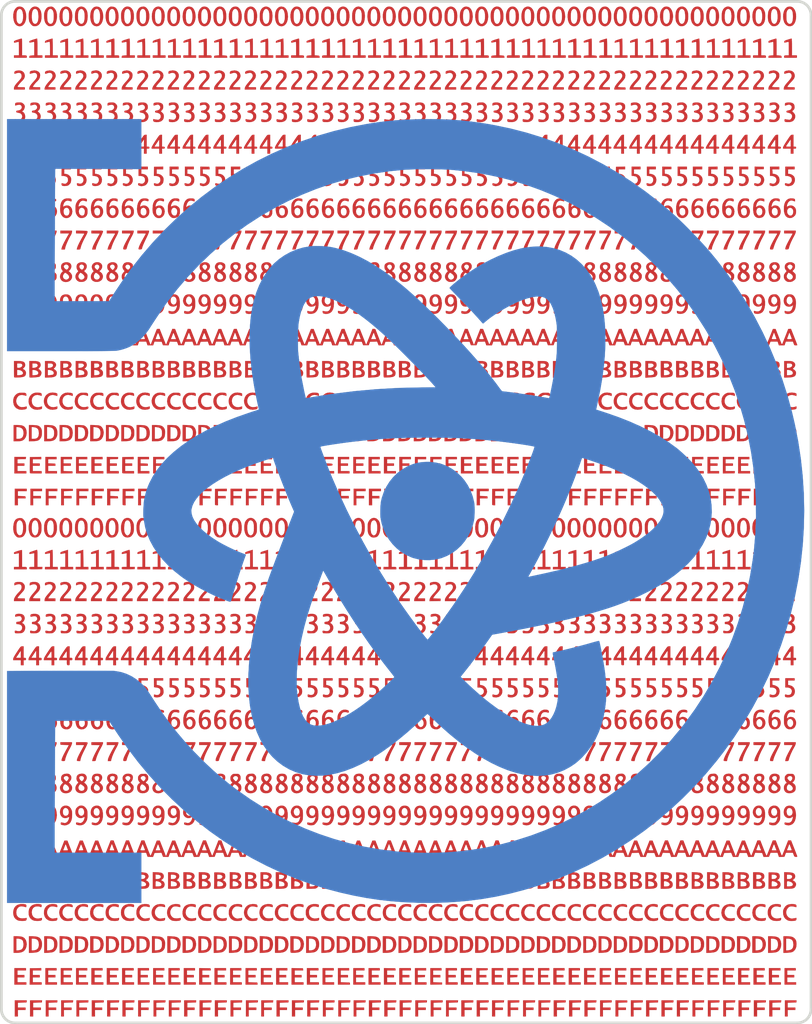
<source format=kicad_pcb>
(kicad_pcb (version 20171130) (host pcbnew "(5.1.9)-1")

  (general
    (thickness 1.6)
    (drawings 8)
    (tracks 0)
    (zones 0)
    (modules 2)
    (nets 1)
  )

  (page A4)
  (layers
    (0 F.Cu signal)
    (31 B.Cu signal)
    (32 B.Adhes user)
    (33 F.Adhes user)
    (34 B.Paste user)
    (35 F.Paste user)
    (36 B.SilkS user)
    (37 F.SilkS user)
    (38 B.Mask user)
    (39 F.Mask user)
    (40 Dwgs.User user)
    (41 Cmts.User user)
    (42 Eco1.User user)
    (43 Eco2.User user)
    (44 Edge.Cuts user)
    (45 Margin user)
    (46 B.CrtYd user)
    (47 F.CrtYd user)
    (48 B.Fab user)
    (49 F.Fab user)
  )

  (setup
    (last_trace_width 0.25)
    (trace_clearance 0.2)
    (zone_clearance 0.508)
    (zone_45_only no)
    (trace_min 0.2)
    (via_size 0.6)
    (via_drill 0.4)
    (via_min_size 0.4)
    (via_min_drill 0.3)
    (uvia_size 0.3)
    (uvia_drill 0.1)
    (uvias_allowed no)
    (uvia_min_size 0.2)
    (uvia_min_drill 0.1)
    (edge_width 0.15)
    (segment_width 0.2)
    (pcb_text_width 0.3)
    (pcb_text_size 1.5 1.5)
    (mod_edge_width 0.15)
    (mod_text_size 1 1)
    (mod_text_width 0.15)
    (pad_size 1.524 1.524)
    (pad_drill 0.762)
    (pad_to_mask_clearance 0.2)
    (aux_axis_origin 0 0)
    (visible_elements 7FFFFFFF)
    (pcbplotparams
      (layerselection 0x010f0_80000001)
      (usegerberextensions false)
      (usegerberattributes true)
      (usegerberadvancedattributes true)
      (creategerberjobfile true)
      (excludeedgelayer true)
      (linewidth 0.100000)
      (plotframeref false)
      (viasonmask false)
      (mode 1)
      (useauxorigin false)
      (hpglpennumber 1)
      (hpglpenspeed 20)
      (hpglpendiameter 15.000000)
      (psnegative false)
      (psa4output false)
      (plotreference true)
      (plotvalue true)
      (plotinvisibletext false)
      (padsonsilk false)
      (subtractmaskfromsilk false)
      (outputformat 1)
      (mirror false)
      (drillshape 1)
      (scaleselection 1)
      (outputdirectory "gerbers/"))
  )

  (net 0 "")

  (net_class Default "This is the default net class."
    (clearance 0.2)
    (trace_width 0.25)
    (via_dia 0.6)
    (via_drill 0.4)
    (uvia_dia 0.3)
    (uvia_drill 0.1)
  )

  (module LOGO (layer F.Cu) (tedit 0) (tstamp 60FC3079)
    (at 44.958 41.656)
    (fp_text reference G*** (at 0 0) (layer F.SilkS) hide
      (effects (font (size 1.524 1.524) (thickness 0.3)))
    )
    (fp_text value LOGO (at 0.75 0) (layer F.SilkS) hide
      (effects (font (size 1.524 1.524) (thickness 0.3)))
    )
    (fp_poly (pts (xy 21.78348 -29.668679) (xy 21.839604 -29.637788) (xy 21.886969 -29.595344) (xy 21.954963 -29.502358)
      (xy 22.001763 -29.386397) (xy 22.027915 -29.255639) (xy 22.033961 -29.118265) (xy 22.020445 -28.982455)
      (xy 21.987912 -28.856389) (xy 21.936904 -28.748246) (xy 21.867965 -28.666207) (xy 21.823163 -28.635473)
      (xy 21.718206 -28.600646) (xy 21.613794 -28.605176) (xy 21.524842 -28.644295) (xy 21.439438 -28.720262)
      (xy 21.379164 -28.819229) (xy 21.339529 -28.948886) (xy 21.335713 -28.968101) (xy 21.319583 -29.118814)
      (xy 21.321551 -29.157083) (xy 21.49475 -29.157083) (xy 21.496432 -29.035149) (xy 21.502726 -28.946066)
      (xy 21.515502 -28.880441) (xy 21.536629 -28.828881) (xy 21.567977 -28.781994) (xy 21.56991 -28.779522)
      (xy 21.628523 -28.734321) (xy 21.697322 -28.724247) (xy 21.76309 -28.750273) (xy 21.779125 -28.764125)
      (xy 21.820273 -28.825779) (xy 21.847317 -28.916553) (xy 21.861162 -29.040669) (xy 21.863438 -29.157083)
      (xy 21.857168 -29.295177) (xy 21.839539 -29.398611) (xy 21.808614 -29.473993) (xy 21.762459 -29.527935)
      (xy 21.752589 -29.535725) (xy 21.686181 -29.564639) (xy 21.622768 -29.552499) (xy 21.56569 -29.500581)
      (xy 21.537083 -29.453307) (xy 21.515999 -29.401724) (xy 21.50301 -29.341899) (xy 21.496475 -29.262347)
      (xy 21.49475 -29.157083) (xy 21.321551 -29.157083) (xy 21.326992 -29.262883) (xy 21.355561 -29.39442)
      (xy 21.40291 -29.507536) (xy 21.466659 -29.596345) (xy 21.544429 -29.654959) (xy 21.622206 -29.676857)
      (xy 21.71596 -29.68018) (xy 21.78348 -29.668679)) (layer F.Cu) (width 0.01))
    (fp_poly (pts (xy 20.904129 -29.675205) (xy 20.993105 -29.637839) (xy 21.067893 -29.566878) (xy 21.129379 -29.465778)
      (xy 21.157648 -29.378942) (xy 21.174662 -29.265115) (xy 21.180182 -29.138182) (xy 21.17397 -29.012026)
      (xy 21.15579 -28.900531) (xy 21.139946 -28.848773) (xy 21.078919 -28.735312) (xy 20.997865 -28.654932)
      (xy 20.900529 -28.610859) (xy 20.855655 -28.603949) (xy 20.785421 -28.603309) (xy 20.726841 -28.610321)
      (xy 20.710426 -28.615313) (xy 20.654493 -28.654288) (xy 20.594233 -28.718868) (xy 20.540869 -28.795282)
      (xy 20.507505 -28.864226) (xy 20.48929 -28.946745) (xy 20.479862 -29.055915) (xy 20.479001 -29.177022)
      (xy 20.480768 -29.204963) (xy 20.641647 -29.204963) (xy 20.64225 -29.046267) (xy 20.660644 -28.916059)
      (xy 20.695755 -28.817115) (xy 20.746509 -28.752213) (xy 20.811832 -28.724128) (xy 20.828 -28.723166)
      (xy 20.883265 -28.738378) (xy 20.928635 -28.770791) (xy 20.960858 -28.820501) (xy 20.989797 -28.889838)
      (xy 20.998401 -28.919213) (xy 21.011966 -29.006573) (xy 21.016523 -29.113617) (xy 21.012807 -29.227092)
      (xy 21.001553 -29.333745) (xy 20.983497 -29.420323) (xy 20.968424 -29.459626) (xy 20.915711 -29.528788)
      (xy 20.852197 -29.562015) (xy 20.784052 -29.556312) (xy 20.776101 -29.552982) (xy 20.719538 -29.509401)
      (xy 20.679036 -29.435545) (xy 20.653205 -29.327816) (xy 20.641647 -29.204963) (xy 20.480768 -29.204963)
      (xy 20.486486 -29.295351) (xy 20.502099 -29.39619) (xy 20.516167 -29.444525) (xy 20.577379 -29.555485)
      (xy 20.660314 -29.63373) (xy 20.76027 -29.676464) (xy 20.872543 -29.680889) (xy 20.904129 -29.675205)) (layer F.Cu) (width 0.01))
    (fp_poly (pts (xy 20.03291 -29.675184) (xy 20.126882 -29.646251) (xy 20.200128 -29.587287) (xy 20.260807 -29.49352)
      (xy 20.274126 -29.465916) (xy 20.302267 -29.397257) (xy 20.318972 -29.331897) (xy 20.327 -29.254333)
      (xy 20.3291 -29.157083) (xy 20.318654 -28.983181) (xy 20.285574 -28.842947) (xy 20.228604 -28.733512)
      (xy 20.146485 -28.652004) (xy 20.09385 -28.619919) (xy 20.031933 -28.60269) (xy 19.953848 -28.598599)
      (xy 19.883966 -28.608592) (xy 19.8755 -28.611439) (xy 19.778471 -28.669579) (xy 19.705096 -28.762324)
      (xy 19.655245 -28.889917) (xy 19.62879 -29.052605) (xy 19.626587 -29.084168) (xy 19.627195 -29.155048)
      (xy 19.79331 -29.155048) (xy 19.794854 -29.04641) (xy 19.80198 -28.950535) (xy 19.813492 -28.885834)
      (xy 19.852011 -28.798838) (xy 19.906098 -28.744066) (xy 19.9689 -28.723478) (xy 20.033565 -28.739034)
      (xy 20.09324 -28.792693) (xy 20.100976 -28.80361) (xy 20.137391 -28.885746) (xy 20.160381 -28.995641)
      (xy 20.169695 -29.120818) (xy 20.165083 -29.248805) (xy 20.146294 -29.367128) (xy 20.114191 -29.461062)
      (xy 20.063606 -29.529287) (xy 20.002214 -29.560418) (xy 19.937585 -29.5555) (xy 19.877283 -29.515577)
      (xy 19.828875 -29.441694) (xy 19.820397 -29.420499) (xy 19.806258 -29.355795) (xy 19.79717 -29.262744)
      (xy 19.79331 -29.155048) (xy 19.627195 -29.155048) (xy 19.628091 -29.259469) (xy 19.655514 -29.404239)
      (xy 19.70989 -29.522194) (xy 19.769031 -29.595344) (xy 19.842974 -29.655032) (xy 19.907849 -29.678715)
      (xy 19.910051 -29.678858) (xy 20.03291 -29.675184)) (layer F.Cu) (width 0.01))
    (fp_poly (pts (xy 19.232425 -29.663797) (xy 19.326612 -29.608412) (xy 19.399509 -29.517607) (xy 19.450084 -29.392528)
      (xy 19.470967 -29.29013) (xy 19.482023 -29.125157) (xy 19.46829 -28.976113) (xy 19.432372 -28.846629)
      (xy 19.376875 -28.740338) (xy 19.304403 -28.660872) (xy 19.217562 -28.611862) (xy 19.118957 -28.596939)
      (xy 19.011193 -28.619737) (xy 18.994887 -28.626422) (xy 18.912285 -28.684889) (xy 18.847475 -28.778353)
      (xy 18.802236 -28.902623) (xy 18.778347 -29.053508) (xy 18.775102 -29.140528) (xy 18.945361 -29.140528)
      (xy 18.951839 -28.983512) (xy 18.973712 -28.864908) (xy 19.01158 -28.783463) (xy 19.066041 -28.737926)
      (xy 19.137696 -28.727044) (xy 19.143157 -28.727526) (xy 19.206174 -28.751867) (xy 19.245131 -28.788341)
      (xy 19.281208 -28.863322) (xy 19.305194 -28.967144) (xy 19.316992 -29.088048) (xy 19.316505 -29.214276)
      (xy 19.303636 -29.334071) (xy 19.278288 -29.435672) (xy 19.250943 -29.492993) (xy 19.195204 -29.548205)
      (xy 19.129806 -29.563925) (xy 19.060973 -29.538873) (xy 19.053449 -29.533566) (xy 19.007597 -29.487235)
      (xy 18.975779 -29.423007) (xy 18.956125 -29.334081) (xy 18.946762 -29.213651) (xy 18.945361 -29.140528)
      (xy 18.775102 -29.140528) (xy 18.774951 -29.144572) (xy 18.781039 -29.282914) (xy 18.800827 -29.391593)
      (xy 18.836944 -29.481809) (xy 18.865013 -29.528043) (xy 18.941906 -29.617425) (xy 19.026486 -29.66783)
      (xy 19.117981 -29.682613) (xy 19.232425 -29.663797)) (layer F.Cu) (width 0.01))
    (fp_poly (pts (xy 18.374934 -29.666973) (xy 18.464026 -29.616397) (xy 18.539955 -29.533342) (xy 18.596155 -29.41793)
      (xy 18.596692 -29.416321) (xy 18.618701 -29.31503) (xy 18.627711 -29.19317) (xy 18.624445 -29.064091)
      (xy 18.609629 -28.941139) (xy 18.583986 -28.837662) (xy 18.562633 -28.788542) (xy 18.519773 -28.723953)
      (xy 18.472533 -28.669557) (xy 18.45446 -28.653922) (xy 18.369796 -28.614611) (xy 18.269726 -28.602357)
      (xy 18.17241 -28.618427) (xy 18.140255 -28.632053) (xy 18.058001 -28.695955) (xy 17.990509 -28.789756)
      (xy 17.949673 -28.89001) (xy 17.935099 -28.975385) (xy 17.928805 -29.085547) (xy 17.929145 -29.110434)
      (xy 18.087834 -29.110434) (xy 18.093249 -28.9935) (xy 18.107936 -28.895795) (xy 18.116252 -28.866107)
      (xy 18.15869 -28.786204) (xy 18.216694 -28.73831) (xy 18.28275 -28.724944) (xy 18.349346 -28.74862)
      (xy 18.382248 -28.777002) (xy 18.422363 -28.84492) (xy 18.450839 -28.942704) (xy 18.466959 -29.059321)
      (xy 18.470008 -29.183738) (xy 18.459268 -29.304919) (xy 18.434025 -29.411833) (xy 18.425013 -29.435895)
      (xy 18.376732 -29.51399) (xy 18.316569 -29.55463) (xy 18.251846 -29.558085) (xy 18.189884 -29.524628)
      (xy 18.138007 -29.454529) (xy 18.124873 -29.424769) (xy 18.10388 -29.341251) (xy 18.091455 -29.231412)
      (xy 18.087834 -29.110434) (xy 17.929145 -29.110434) (xy 17.930439 -29.204929) (xy 17.939648 -29.317962)
      (xy 17.95608 -29.409077) (xy 17.961848 -29.428308) (xy 18.018261 -29.541993) (xy 18.094342 -29.622578)
      (xy 18.183526 -29.670187) (xy 18.279245 -29.684944) (xy 18.374934 -29.666973)) (layer F.Cu) (width 0.01))
    (fp_poly (pts (xy 17.551175 -29.659493) (xy 17.585019 -29.640206) (xy 17.671717 -29.556752) (xy 17.731664 -29.452359)
      (xy 17.766468 -29.322406) (xy 17.777737 -29.162274) (xy 17.776133 -29.09138) (xy 17.756889 -28.923517)
      (xy 17.715142 -28.791227) (xy 17.650567 -28.694023) (xy 17.562835 -28.631418) (xy 17.45162 -28.602924)
      (xy 17.448202 -28.602616) (xy 17.363657 -28.603263) (xy 17.297557 -28.625149) (xy 17.280224 -28.635227)
      (xy 17.200873 -28.699307) (xy 17.143465 -28.78153) (xy 17.103671 -28.889995) (xy 17.080453 -29.008916)
      (xy 17.075941 -29.081082) (xy 17.234075 -29.081082) (xy 17.248575 -28.953181) (xy 17.279228 -28.849938)
      (xy 17.324057 -28.774966) (xy 17.381087 -28.731877) (xy 17.448343 -28.724283) (xy 17.503679 -28.743716)
      (xy 17.551252 -28.792575) (xy 17.585022 -28.879821) (xy 17.604513 -29.003655) (xy 17.609472 -29.141637)
      (xy 17.604519 -29.279447) (xy 17.590192 -29.382548) (xy 17.564542 -29.457906) (xy 17.525623 -29.51249)
      (xy 17.499584 -29.53491) (xy 17.433388 -29.564873) (xy 17.372881 -29.555355) (xy 17.320396 -29.509072)
      (xy 17.278269 -29.428744) (xy 17.248835 -29.317088) (xy 17.237702 -29.23003) (xy 17.234075 -29.081082)
      (xy 17.075941 -29.081082) (xy 17.071371 -29.154174) (xy 17.084457 -29.295372) (xy 17.117237 -29.424521)
      (xy 17.167235 -29.533628) (xy 17.231977 -29.614702) (xy 17.278115 -29.647217) (xy 17.367994 -29.676497)
      (xy 17.464539 -29.680462) (xy 17.551175 -29.659493)) (layer F.Cu) (width 0.01))
    (fp_poly (pts (xy 16.682313 -29.668679) (xy 16.738437 -29.637788) (xy 16.785802 -29.595344) (xy 16.860116 -29.497014)
      (xy 16.907461 -29.375571) (xy 16.929008 -29.226774) (xy 16.928177 -29.080086) (xy 16.920016 -28.978684)
      (xy 16.906671 -28.904144) (xy 16.884324 -28.841017) (xy 16.855091 -28.784242) (xy 16.781471 -28.686486)
      (xy 16.6937 -28.623185) (xy 16.597597 -28.596226) (xy 16.49898 -28.607496) (xy 16.423675 -28.644295)
      (xy 16.338272 -28.720262) (xy 16.277998 -28.819229) (xy 16.238362 -28.948886) (xy 16.234547 -28.968101)
      (xy 16.218416 -29.118814) (xy 16.220384 -29.157083) (xy 16.393583 -29.157083) (xy 16.395266 -29.035149)
      (xy 16.40156 -28.946066) (xy 16.414335 -28.880441) (xy 16.435462 -28.828881) (xy 16.46681 -28.781994)
      (xy 16.468743 -28.779522) (xy 16.527357 -28.734321) (xy 16.596155 -28.724247) (xy 16.661923 -28.750273)
      (xy 16.677959 -28.764125) (xy 16.719107 -28.825779) (xy 16.74615 -28.916553) (xy 16.759995 -29.040669)
      (xy 16.762271 -29.157083) (xy 16.756002 -29.295177) (xy 16.738372 -29.398611) (xy 16.707447 -29.473993)
      (xy 16.661292 -29.527935) (xy 16.651422 -29.535725) (xy 16.585014 -29.564639) (xy 16.521601 -29.552499)
      (xy 16.464523 -29.500581) (xy 16.435917 -29.453307) (xy 16.414833 -29.401724) (xy 16.401844 -29.341899)
      (xy 16.395309 -29.262347) (xy 16.393583 -29.157083) (xy 16.220384 -29.157083) (xy 16.225825 -29.262883)
      (xy 16.254394 -29.39442) (xy 16.301743 -29.507536) (xy 16.365492 -29.596345) (xy 16.443262 -29.654959)
      (xy 16.52104 -29.676857) (xy 16.614793 -29.68018) (xy 16.682313 -29.668679)) (layer F.Cu) (width 0.01))
    (fp_poly (pts (xy 15.802962 -29.675205) (xy 15.891938 -29.637839) (xy 15.966727 -29.566878) (xy 16.028212 -29.465778)
      (xy 16.056482 -29.378942) (xy 16.073495 -29.265115) (xy 16.079015 -29.138182) (xy 16.072804 -29.012026)
      (xy 16.054623 -28.900531) (xy 16.03878 -28.848773) (xy 15.977753 -28.735312) (xy 15.896698 -28.654932)
      (xy 15.799362 -28.610859) (xy 15.754488 -28.603949) (xy 15.684254 -28.603309) (xy 15.625674 -28.610321)
      (xy 15.609259 -28.615313) (xy 15.553327 -28.654288) (xy 15.493066 -28.718868) (xy 15.439702 -28.795282)
      (xy 15.406338 -28.864226) (xy 15.388124 -28.946745) (xy 15.378696 -29.055915) (xy 15.377834 -29.177022)
      (xy 15.379601 -29.204963) (xy 15.54048 -29.204963) (xy 15.541083 -29.046267) (xy 15.559477 -28.916059)
      (xy 15.594588 -28.817115) (xy 15.645342 -28.752213) (xy 15.710665 -28.724128) (xy 15.726833 -28.723166)
      (xy 15.782099 -28.738378) (xy 15.827468 -28.770791) (xy 15.859691 -28.820501) (xy 15.88863 -28.889838)
      (xy 15.897235 -28.919213) (xy 15.910799 -29.006573) (xy 15.915356 -29.113617) (xy 15.91164 -29.227092)
      (xy 15.900387 -29.333745) (xy 15.882331 -29.420323) (xy 15.867258 -29.459626) (xy 15.814545 -29.528788)
      (xy 15.751031 -29.562015) (xy 15.682885 -29.556312) (xy 15.674935 -29.552982) (xy 15.618371 -29.509401)
      (xy 15.577869 -29.435545) (xy 15.552039 -29.327816) (xy 15.54048 -29.204963) (xy 15.379601 -29.204963)
      (xy 15.38532 -29.295351) (xy 15.400932 -29.39619) (xy 15.415001 -29.444525) (xy 15.476212 -29.555485)
      (xy 15.559147 -29.63373) (xy 15.659103 -29.676464) (xy 15.771376 -29.680889) (xy 15.802962 -29.675205)) (layer F.Cu) (width 0.01))
    (fp_poly (pts (xy 14.932627 -29.676857) (xy 15.019419 -29.649673) (xy 15.094833 -29.587433) (xy 15.156509 -29.496441)
      (xy 15.202087 -29.383002) (xy 15.229208 -29.253421) (xy 15.235512 -29.114002) (xy 15.218642 -28.97105)
      (xy 15.210335 -28.934742) (xy 15.175266 -28.822386) (xy 15.13151 -28.740186) (xy 15.071468 -28.675979)
      (xy 15.028548 -28.643791) (xy 14.933585 -28.603486) (xy 14.829437 -28.601713) (xy 14.73167 -28.635124)
      (xy 14.648749 -28.702419) (xy 14.585549 -28.804607) (xy 14.543614 -28.938347) (xy 14.525402 -29.081625)
      (xy 14.52595 -29.155048) (xy 14.692143 -29.155048) (xy 14.693688 -29.04641) (xy 14.700814 -28.950535)
      (xy 14.712326 -28.885834) (xy 14.750844 -28.798838) (xy 14.804931 -28.744066) (xy 14.867733 -28.723478)
      (xy 14.932399 -28.739034) (xy 14.992074 -28.792693) (xy 14.99981 -28.80361) (xy 15.036626 -28.886365)
      (xy 15.059928 -28.996744) (xy 15.06942 -29.122155) (xy 15.064809 -29.250008) (xy 15.045803 -29.367711)
      (xy 15.015036 -29.456852) (xy 14.963654 -29.527229) (xy 14.901901 -29.560066) (xy 14.837136 -29.556269)
      (xy 14.776714 -29.516742) (xy 14.727992 -29.442388) (xy 14.71923 -29.420499) (xy 14.705092 -29.355795)
      (xy 14.696004 -29.262744) (xy 14.692143 -29.155048) (xy 14.52595 -29.155048) (xy 14.526708 -29.256537)
      (xy 14.553231 -29.400691) (xy 14.606092 -29.518135) (xy 14.667864 -29.595344) (xy 14.725644 -29.64532)
      (xy 14.782784 -29.672198) (xy 14.854123 -29.680549) (xy 14.932627 -29.676857)) (layer F.Cu) (width 0.01))
    (fp_poly (pts (xy 14.131259 -29.663797) (xy 14.225446 -29.608412) (xy 14.298342 -29.517607) (xy 14.348917 -29.392528)
      (xy 14.3698 -29.29013) (xy 14.380856 -29.125157) (xy 14.367123 -28.976113) (xy 14.331205 -28.846629)
      (xy 14.275708 -28.740338) (xy 14.203236 -28.660872) (xy 14.116395 -28.611862) (xy 14.01779 -28.596939)
      (xy 13.910026 -28.619737) (xy 13.893721 -28.626422) (xy 13.811118 -28.684889) (xy 13.746308 -28.778353)
      (xy 13.701069 -28.902623) (xy 13.677181 -29.053508) (xy 13.673936 -29.140528) (xy 13.844195 -29.140528)
      (xy 13.850673 -28.983512) (xy 13.872546 -28.864908) (xy 13.910413 -28.783463) (xy 13.964874 -28.737926)
      (xy 14.03653 -28.727044) (xy 14.04199 -28.727526) (xy 14.105008 -28.751867) (xy 14.143964 -28.788341)
      (xy 14.180041 -28.863322) (xy 14.204027 -28.967144) (xy 14.215825 -29.088048) (xy 14.215338 -29.214276)
      (xy 14.202469 -29.334071) (xy 14.177121 -29.435672) (xy 14.149776 -29.492993) (xy 14.094037 -29.548205)
      (xy 14.028639 -29.563925) (xy 13.959806 -29.538873) (xy 13.952282 -29.533566) (xy 13.906431 -29.487235)
      (xy 13.874613 -29.423007) (xy 13.854958 -29.334081) (xy 13.845595 -29.213651) (xy 13.844195 -29.140528)
      (xy 13.673936 -29.140528) (xy 13.673785 -29.144572) (xy 13.679873 -29.282914) (xy 13.69966 -29.391593)
      (xy 13.735777 -29.481809) (xy 13.763846 -29.528043) (xy 13.84074 -29.617425) (xy 13.925319 -29.66783)
      (xy 14.016814 -29.682613) (xy 14.131259 -29.663797)) (layer F.Cu) (width 0.01))
    (fp_poly (pts (xy 13.273999 -29.665831) (xy 13.363134 -29.615388) (xy 13.439019 -29.532652) (xy 13.495047 -29.417755)
      (xy 13.495525 -29.416321) (xy 13.517534 -29.31503) (xy 13.526544 -29.19317) (xy 13.523279 -29.064091)
      (xy 13.508463 -28.941139) (xy 13.48282 -28.837662) (xy 13.461466 -28.788542) (xy 13.418606 -28.723953)
      (xy 13.371366 -28.669557) (xy 13.353293 -28.653922) (xy 13.268629 -28.614611) (xy 13.168559 -28.602357)
      (xy 13.071244 -28.618427) (xy 13.039088 -28.632053) (xy 12.956834 -28.695955) (xy 12.889342 -28.789756)
      (xy 12.848506 -28.89001) (xy 12.833861 -28.975831) (xy 12.827588 -29.086433) (xy 12.827936 -29.110434)
      (xy 12.986667 -29.110434) (xy 12.992082 -28.9935) (xy 13.006769 -28.895795) (xy 13.015085 -28.866107)
      (xy 13.057523 -28.786204) (xy 13.115527 -28.73831) (xy 13.181583 -28.724944) (xy 13.248179 -28.74862)
      (xy 13.281081 -28.777002) (xy 13.321196 -28.84492) (xy 13.349672 -28.942704) (xy 13.365792 -29.059321)
      (xy 13.368841 -29.183738) (xy 13.358102 -29.304919) (xy 13.332859 -29.411833) (xy 13.323847 -29.435895)
      (xy 13.275565 -29.51399) (xy 13.215402 -29.55463) (xy 13.150679 -29.558085) (xy 13.088718 -29.524628)
      (xy 13.03684 -29.454529) (xy 13.023706 -29.424769) (xy 13.002713 -29.341251) (xy 12.990289 -29.231412)
      (xy 12.986667 -29.110434) (xy 12.827936 -29.110434) (xy 12.829328 -29.206199) (xy 12.838719 -29.319509)
      (xy 12.855404 -29.410746) (xy 12.860926 -29.429028) (xy 12.917163 -29.542032) (xy 12.993198 -29.622082)
      (xy 13.082422 -29.669311) (xy 13.178225 -29.683849) (xy 13.273999 -29.665831)) (layer F.Cu) (width 0.01))
    (fp_poly (pts (xy 12.450008 -29.659493) (xy 12.483852 -29.640206) (xy 12.570551 -29.556752) (xy 12.630498 -29.452359)
      (xy 12.665301 -29.322406) (xy 12.676571 -29.162274) (xy 12.674966 -29.09138) (xy 12.655722 -28.923517)
      (xy 12.613975 -28.791227) (xy 12.5494 -28.694023) (xy 12.461668 -28.631418) (xy 12.350454 -28.602924)
      (xy 12.347035 -28.602616) (xy 12.26249 -28.603263) (xy 12.19639 -28.625149) (xy 12.179058 -28.635227)
      (xy 12.099706 -28.699307) (xy 12.042299 -28.78153) (xy 12.002504 -28.889995) (xy 11.979286 -29.008916)
      (xy 11.974774 -29.081082) (xy 12.132908 -29.081082) (xy 12.147409 -28.953181) (xy 12.178061 -28.849938)
      (xy 12.22289 -28.774966) (xy 12.279921 -28.731877) (xy 12.347176 -28.724283) (xy 12.402513 -28.743716)
      (xy 12.450085 -28.792575) (xy 12.483856 -28.879821) (xy 12.503346 -29.003655) (xy 12.508305 -29.141637)
      (xy 12.503353 -29.279447) (xy 12.489025 -29.382548) (xy 12.463375 -29.457906) (xy 12.424456 -29.51249)
      (xy 12.398417 -29.53491) (xy 12.332222 -29.564873) (xy 12.271714 -29.555355) (xy 12.219229 -29.509072)
      (xy 12.177102 -29.428744) (xy 12.147668 -29.317088) (xy 12.136535 -29.23003) (xy 12.132908 -29.081082)
      (xy 11.974774 -29.081082) (xy 11.970204 -29.154174) (xy 11.98329 -29.295372) (xy 12.01607 -29.424521)
      (xy 12.066068 -29.533628) (xy 12.130811 -29.614702) (xy 12.176948 -29.647217) (xy 12.266827 -29.676497)
      (xy 12.363372 -29.680462) (xy 12.450008 -29.659493)) (layer F.Cu) (width 0.01))
    (fp_poly (pts (xy 11.581146 -29.668679) (xy 11.63727 -29.637788) (xy 11.684636 -29.595344) (xy 11.75895 -29.497014)
      (xy 11.806294 -29.375571) (xy 11.827841 -29.226774) (xy 11.82701 -29.080086) (xy 11.818849 -28.978684)
      (xy 11.805504 -28.904144) (xy 11.783157 -28.841017) (xy 11.753924 -28.784242) (xy 11.680304 -28.686486)
      (xy 11.592534 -28.623185) (xy 11.496431 -28.596226) (xy 11.397813 -28.607496) (xy 11.322509 -28.644295)
      (xy 11.237105 -28.720262) (xy 11.176831 -28.819229) (xy 11.137195 -28.948886) (xy 11.13338 -28.968101)
      (xy 11.117249 -29.118814) (xy 11.119217 -29.157083) (xy 11.292417 -29.157083) (xy 11.294099 -29.035149)
      (xy 11.300393 -28.946066) (xy 11.313169 -28.880441) (xy 11.334295 -28.828881) (xy 11.365643 -28.781994)
      (xy 11.367576 -28.779522) (xy 11.42619 -28.734321) (xy 11.494989 -28.724247) (xy 11.560757 -28.750273)
      (xy 11.576792 -28.764125) (xy 11.61794 -28.825779) (xy 11.644983 -28.916553) (xy 11.658828 -29.040669)
      (xy 11.661105 -29.157083) (xy 11.654835 -29.295177) (xy 11.637205 -29.398611) (xy 11.60628 -29.473993)
      (xy 11.560125 -29.527935) (xy 11.550256 -29.535725) (xy 11.483847 -29.564639) (xy 11.420435 -29.552499)
      (xy 11.363357 -29.500581) (xy 11.33475 -29.453307) (xy 11.313666 -29.401724) (xy 11.300677 -29.341899)
      (xy 11.294142 -29.262347) (xy 11.292417 -29.157083) (xy 11.119217 -29.157083) (xy 11.124658 -29.262883)
      (xy 11.153227 -29.39442) (xy 11.200576 -29.507536) (xy 11.264326 -29.596345) (xy 11.342095 -29.654959)
      (xy 11.419873 -29.676857) (xy 11.513627 -29.68018) (xy 11.581146 -29.668679)) (layer F.Cu) (width 0.01))
    (fp_poly (pts (xy 10.700086 -29.675587) (xy 10.701796 -29.675205) (xy 10.790771 -29.637839) (xy 10.86556 -29.566878)
      (xy 10.927046 -29.465778) (xy 10.955315 -29.378942) (xy 10.972329 -29.265115) (xy 10.977849 -29.138182)
      (xy 10.971637 -29.012026) (xy 10.953456 -28.900531) (xy 10.937613 -28.848773) (xy 10.876586 -28.735312)
      (xy 10.795531 -28.654932) (xy 10.698195 -28.610859) (xy 10.653322 -28.603949) (xy 10.583087 -28.603309)
      (xy 10.524507 -28.610321) (xy 10.508093 -28.615313) (xy 10.45218 -28.654274) (xy 10.39192 -28.71884)
      (xy 10.338532 -28.79525) (xy 10.305116 -28.864226) (xy 10.291099 -28.927587) (xy 10.2812 -29.020688)
      (xy 10.27664 -29.131036) (xy 10.276475 -29.157083) (xy 10.277225 -29.204963) (xy 10.439314 -29.204963)
      (xy 10.439917 -29.046267) (xy 10.458311 -28.916059) (xy 10.493422 -28.817115) (xy 10.544176 -28.752213)
      (xy 10.609499 -28.724128) (xy 10.625667 -28.723166) (xy 10.680932 -28.738378) (xy 10.726301 -28.770791)
      (xy 10.758525 -28.820501) (xy 10.787463 -28.889838) (xy 10.796068 -28.919213) (xy 10.809633 -29.006573)
      (xy 10.814189 -29.113617) (xy 10.810473 -29.227092) (xy 10.79922 -29.333745) (xy 10.781164 -29.420323)
      (xy 10.766091 -29.459626) (xy 10.713378 -29.528788) (xy 10.649864 -29.562015) (xy 10.581719 -29.556312)
      (xy 10.573768 -29.552982) (xy 10.517205 -29.509401) (xy 10.476703 -29.435545) (xy 10.450872 -29.327816)
      (xy 10.439314 -29.204963) (xy 10.277225 -29.204963) (xy 10.278141 -29.263429) (xy 10.284349 -29.339908)
      (xy 10.297018 -29.398906) (xy 10.318065 -29.45281) (xy 10.324287 -29.465778) (xy 10.396505 -29.577777)
      (xy 10.483326 -29.650142) (xy 10.584576 -29.682777) (xy 10.700086 -29.675587)) (layer F.Cu) (width 0.01))
    (fp_poly (pts (xy 9.83146 -29.676857) (xy 9.918253 -29.649673) (xy 9.993667 -29.587433) (xy 10.055342 -29.496441)
      (xy 10.10092 -29.383002) (xy 10.128041 -29.253421) (xy 10.134346 -29.114002) (xy 10.117475 -28.97105)
      (xy 10.109168 -28.934742) (xy 10.0741 -28.822386) (xy 10.030344 -28.740186) (xy 9.970302 -28.675979)
      (xy 9.927382 -28.643791) (xy 9.832418 -28.603486) (xy 9.72827 -28.601713) (xy 9.630503 -28.635124)
      (xy 9.547582 -28.702419) (xy 9.484382 -28.804607) (xy 9.442447 -28.938347) (xy 9.424235 -29.081625)
      (xy 9.424783 -29.155048) (xy 9.590977 -29.155048) (xy 9.592521 -29.04641) (xy 9.599647 -28.950535)
      (xy 9.611159 -28.885834) (xy 9.649677 -28.798838) (xy 9.703764 -28.744066) (xy 9.766567 -28.723478)
      (xy 9.831232 -28.739034) (xy 9.890907 -28.792693) (xy 9.898643 -28.80361) (xy 9.93546 -28.886365)
      (xy 9.958761 -28.996744) (xy 9.968253 -29.122155) (xy 9.963643 -29.250008) (xy 9.944636 -29.367711)
      (xy 9.913869 -29.456852) (xy 9.862487 -29.527229) (xy 9.800735 -29.560066) (xy 9.735969 -29.556269)
      (xy 9.675547 -29.516742) (xy 9.626826 -29.442388) (xy 9.618064 -29.420499) (xy 9.603925 -29.355795)
      (xy 9.594837 -29.262744) (xy 9.590977 -29.155048) (xy 9.424783 -29.155048) (xy 9.425542 -29.256537)
      (xy 9.452064 -29.400691) (xy 9.504926 -29.518135) (xy 9.566697 -29.595344) (xy 9.624478 -29.64532)
      (xy 9.681618 -29.672198) (xy 9.752956 -29.680549) (xy 9.83146 -29.676857)) (layer F.Cu) (width 0.01))
    (fp_poly (pts (xy 9.030394 -29.663973) (xy 9.124351 -29.608783) (xy 9.196951 -29.517685) (xy 9.247625 -29.391318)
      (xy 9.269615 -29.283147) (xy 9.280394 -29.1194) (xy 9.266202 -28.971453) (xy 9.229704 -28.84297)
      (xy 9.173564 -28.737622) (xy 9.100445 -28.659074) (xy 9.013012 -28.610993) (xy 8.91393 -28.597048)
      (xy 8.805861 -28.620905) (xy 8.792554 -28.626422) (xy 8.709951 -28.684889) (xy 8.645141 -28.778353)
      (xy 8.599903 -28.902623) (xy 8.576014 -29.053508) (xy 8.572769 -29.140528) (xy 8.743028 -29.140528)
      (xy 8.749506 -28.983512) (xy 8.771379 -28.864908) (xy 8.809246 -28.783463) (xy 8.863708 -28.737926)
      (xy 8.935363 -28.727044) (xy 8.940824 -28.727526) (xy 9.003841 -28.751867) (xy 9.042797 -28.788341)
      (xy 9.078875 -28.863322) (xy 9.102861 -28.967144) (xy 9.114659 -29.088048) (xy 9.114172 -29.214276)
      (xy 9.101303 -29.334071) (xy 9.075954 -29.435672) (xy 9.04861 -29.492993) (xy 8.99287 -29.548205)
      (xy 8.927473 -29.563925) (xy 8.858639 -29.538873) (xy 8.851116 -29.533566) (xy 8.805264 -29.487235)
      (xy 8.773446 -29.423007) (xy 8.753791 -29.334081) (xy 8.744429 -29.213651) (xy 8.743028 -29.140528)
      (xy 8.572769 -29.140528) (xy 8.572618 -29.144572) (xy 8.578706 -29.282914) (xy 8.598494 -29.391593)
      (xy 8.63461 -29.481809) (xy 8.662679 -29.528043) (xy 8.739573 -29.617425) (xy 8.824153 -29.66783)
      (xy 8.915648 -29.682613) (xy 9.030394 -29.663973)) (layer F.Cu) (width 0.01))
    (fp_poly (pts (xy 8.172832 -29.665831) (xy 8.261967 -29.615388) (xy 8.337853 -29.532652) (xy 8.39388 -29.417755)
      (xy 8.394359 -29.416321) (xy 8.416368 -29.31503) (xy 8.425377 -29.19317) (xy 8.422112 -29.064091)
      (xy 8.407296 -28.941139) (xy 8.381653 -28.837662) (xy 8.3603 -28.788542) (xy 8.31744 -28.723953)
      (xy 8.2702 -28.669557) (xy 8.252126 -28.653922) (xy 8.167462 -28.614611) (xy 8.067392 -28.602357)
      (xy 7.970077 -28.618427) (xy 7.937922 -28.632053) (xy 7.855667 -28.695955) (xy 7.788176 -28.789756)
      (xy 7.747339 -28.89001) (xy 7.732694 -28.975831) (xy 7.726422 -29.086433) (xy 7.72677 -29.110434)
      (xy 7.8855 -29.110434) (xy 7.890916 -28.9935) (xy 7.905602 -28.895795) (xy 7.913919 -28.866107)
      (xy 7.956357 -28.786204) (xy 8.01436 -28.73831) (xy 8.080417 -28.724944) (xy 8.147012 -28.74862)
      (xy 8.179914 -28.777002) (xy 8.22003 -28.84492) (xy 8.248505 -28.942704) (xy 8.264626 -29.059321)
      (xy 8.267674 -29.183738) (xy 8.256935 -29.304919) (xy 8.231692 -29.411833) (xy 8.22268 -29.435895)
      (xy 8.174398 -29.51399) (xy 8.114235 -29.55463) (xy 8.049512 -29.558085) (xy 7.987551 -29.524628)
      (xy 7.935674 -29.454529) (xy 7.922539 -29.424769) (xy 7.901547 -29.341251) (xy 7.889122 -29.231412)
      (xy 7.8855 -29.110434) (xy 7.72677 -29.110434) (xy 7.728161 -29.206199) (xy 7.737553 -29.319509)
      (xy 7.754237 -29.410746) (xy 7.75976 -29.429028) (xy 7.815996 -29.542032) (xy 7.892031 -29.622082)
      (xy 7.981255 -29.669311) (xy 8.077059 -29.683849) (xy 8.172832 -29.665831)) (layer F.Cu) (width 0.01))
    (fp_poly (pts (xy 7.331058 -29.665982) (xy 7.414884 -29.613605) (xy 7.487753 -29.527648) (xy 7.535119 -29.43929)
      (xy 7.563682 -29.336633) (xy 7.575276 -29.210379) (xy 7.5738 -29.09138) (xy 7.554583 -28.923642)
      (xy 7.512871 -28.791431) (xy 7.448278 -28.69417) (xy 7.360419 -28.631285) (xy 7.24891 -28.602202)
      (xy 7.245868 -28.601908) (xy 7.170397 -28.60061) (xy 7.112309 -28.617377) (xy 7.069667 -28.642724)
      (xy 6.98496 -28.724926) (xy 6.922228 -28.838273) (xy 6.883262 -28.9767) (xy 6.869852 -29.13414)
      (xy 6.873149 -29.18006) (xy 7.039326 -29.18006) (xy 7.041591 -29.040903) (xy 7.051688 -28.935743)
      (xy 7.071079 -28.856724) (xy 7.101225 -28.795993) (xy 7.114092 -28.77823) (xy 7.173784 -28.732879)
      (xy 7.246402 -28.72503) (xy 7.301346 -28.743716) (xy 7.348919 -28.792575) (xy 7.382689 -28.879821)
      (xy 7.402179 -29.003655) (xy 7.407138 -29.141637) (xy 7.402186 -29.279447) (xy 7.387858 -29.382548)
      (xy 7.362208 -29.457906) (xy 7.32329 -29.51249) (xy 7.297251 -29.53491) (xy 7.23061 -29.564007)
      (xy 7.167508 -29.551716) (xy 7.110446 -29.498973) (xy 7.083658 -29.455227) (xy 7.060755 -29.399708)
      (xy 7.04705 -29.333669) (xy 7.040556 -29.244774) (xy 7.039326 -29.18006) (xy 6.873149 -29.18006)
      (xy 6.880551 -29.283147) (xy 6.915663 -29.433629) (xy 6.973096 -29.549288) (xy 7.052281 -29.629484)
      (xy 7.15265 -29.673575) (xy 7.234519 -29.682613) (xy 7.331058 -29.665982)) (layer F.Cu) (width 0.01))
    (fp_poly (pts (xy 6.47998 -29.668679) (xy 6.536104 -29.637788) (xy 6.583469 -29.595344) (xy 6.657783 -29.497014)
      (xy 6.705127 -29.375571) (xy 6.726675 -29.226774) (xy 6.725844 -29.080086) (xy 6.717683 -28.978684)
      (xy 6.704337 -28.904144) (xy 6.681991 -28.841017) (xy 6.652758 -28.784242) (xy 6.579137 -28.686486)
      (xy 6.491367 -28.623185) (xy 6.395264 -28.596226) (xy 6.296647 -28.607496) (xy 6.221342 -28.644295)
      (xy 6.135278 -28.721061) (xy 6.074738 -28.821187) (xy 6.035322 -28.952174) (xy 6.032567 -28.966225)
      (xy 6.016424 -29.116843) (xy 6.018464 -29.157083) (xy 6.19125 -29.157083) (xy 6.192932 -29.035149)
      (xy 6.199226 -28.946066) (xy 6.212002 -28.880441) (xy 6.233129 -28.828881) (xy 6.264477 -28.781994)
      (xy 6.26641 -28.779522) (xy 6.325023 -28.734321) (xy 6.393822 -28.724247) (xy 6.45959 -28.750273)
      (xy 6.475625 -28.764125) (xy 6.516773 -28.825779) (xy 6.543817 -28.916553) (xy 6.557662 -29.040669)
      (xy 6.559938 -29.157083) (xy 6.553668 -29.295177) (xy 6.536039 -29.398611) (xy 6.505114 -29.473993)
      (xy 6.458959 -29.527935) (xy 6.449089 -29.535725) (xy 6.382681 -29.564639) (xy 6.319268 -29.552499)
      (xy 6.26219 -29.500581) (xy 6.233583 -29.453307) (xy 6.212499 -29.401724) (xy 6.19951 -29.341899)
      (xy 6.192975 -29.262347) (xy 6.19125 -29.157083) (xy 6.018464 -29.157083) (xy 6.023732 -29.260957)
      (xy 6.052117 -29.392667) (xy 6.099203 -29.506071) (xy 6.162613 -29.595269) (xy 6.239972 -29.654361)
      (xy 6.318706 -29.676857) (xy 6.41246 -29.68018) (xy 6.47998 -29.668679)) (layer F.Cu) (width 0.01))
    (fp_poly (pts (xy 5.598919 -29.675587) (xy 5.600629 -29.675205) (xy 5.689605 -29.637839) (xy 5.764393 -29.566878)
      (xy 5.825879 -29.465778) (xy 5.854148 -29.378942) (xy 5.871162 -29.265115) (xy 5.876682 -29.138182)
      (xy 5.87047 -29.012026) (xy 5.85229 -28.900531) (xy 5.836446 -28.848773) (xy 5.775419 -28.735312)
      (xy 5.694365 -28.654932) (xy 5.597029 -28.610859) (xy 5.552155 -28.603949) (xy 5.481921 -28.603309)
      (xy 5.423341 -28.610321) (xy 5.406926 -28.615313) (xy 5.351014 -28.654274) (xy 5.290753 -28.71884)
      (xy 5.237365 -28.79525) (xy 5.203949 -28.864226) (xy 5.189932 -28.927587) (xy 5.180033 -29.020688)
      (xy 5.175473 -29.131036) (xy 5.175308 -29.157083) (xy 5.176058 -29.204963) (xy 5.338147 -29.204963)
      (xy 5.33875 -29.046267) (xy 5.357144 -28.916059) (xy 5.392255 -28.817115) (xy 5.443009 -28.752213)
      (xy 5.508332 -28.724128) (xy 5.5245 -28.723166) (xy 5.579765 -28.738378) (xy 5.625135 -28.770791)
      (xy 5.657358 -28.820501) (xy 5.686297 -28.889838) (xy 5.694901 -28.919213) (xy 5.708466 -29.006573)
      (xy 5.713023 -29.113617) (xy 5.709307 -29.227092) (xy 5.698053 -29.333745) (xy 5.679997 -29.420323)
      (xy 5.664924 -29.459626) (xy 5.612211 -29.528788) (xy 5.548697 -29.562015) (xy 5.480552 -29.556312)
      (xy 5.472601 -29.552982) (xy 5.416038 -29.509401) (xy 5.375536 -29.435545) (xy 5.349705 -29.327816)
      (xy 5.338147 -29.204963) (xy 5.176058 -29.204963) (xy 5.176975 -29.263429) (xy 5.183183 -29.339908)
      (xy 5.195851 -29.398906) (xy 5.216898 -29.45281) (xy 5.223121 -29.465778) (xy 5.295339 -29.577777)
      (xy 5.382159 -29.650142) (xy 5.48341 -29.682777) (xy 5.598919 -29.675587)) (layer F.Cu) (width 0.01))
    (fp_poly (pts (xy 4.730293 -29.676857) (xy 4.817086 -29.649673) (xy 4.8925 -29.587433) (xy 4.954175 -29.496441)
      (xy 4.999753 -29.383002) (xy 5.026874 -29.253421) (xy 5.033179 -29.114002) (xy 5.016308 -28.97105)
      (xy 5.008002 -28.934742) (xy 4.972933 -28.822386) (xy 4.929177 -28.740186) (xy 4.869135 -28.675979)
      (xy 4.826215 -28.643791) (xy 4.731251 -28.603486) (xy 4.627103 -28.601713) (xy 4.529336 -28.635124)
      (xy 4.446415 -28.702419) (xy 4.383216 -28.804607) (xy 4.34128 -28.938347) (xy 4.323068 -29.081625)
      (xy 4.323616 -29.155048) (xy 4.48981 -29.155048) (xy 4.491354 -29.04641) (xy 4.49848 -28.950535)
      (xy 4.509992 -28.885834) (xy 4.548511 -28.798838) (xy 4.602598 -28.744066) (xy 4.6654 -28.723478)
      (xy 4.730065 -28.739034) (xy 4.78974 -28.792693) (xy 4.797476 -28.80361) (xy 4.834293 -28.886365)
      (xy 4.857594 -28.996744) (xy 4.867087 -29.122155) (xy 4.862476 -29.250008) (xy 4.843469 -29.367711)
      (xy 4.812702 -29.456852) (xy 4.76132 -29.527229) (xy 4.699568 -29.560066) (xy 4.634802 -29.556269)
      (xy 4.57438 -29.516742) (xy 4.525659 -29.442388) (xy 4.516897 -29.420499) (xy 4.502758 -29.355795)
      (xy 4.49367 -29.262744) (xy 4.48981 -29.155048) (xy 4.323616 -29.155048) (xy 4.324375 -29.256537)
      (xy 4.350898 -29.400691) (xy 4.403759 -29.518135) (xy 4.465531 -29.595344) (xy 4.523311 -29.64532)
      (xy 4.580451 -29.672198) (xy 4.651789 -29.680549) (xy 4.730293 -29.676857)) (layer F.Cu) (width 0.01))
    (fp_poly (pts (xy 3.929227 -29.663973) (xy 4.023184 -29.608783) (xy 4.095784 -29.517685) (xy 4.146458 -29.391318)
      (xy 4.168449 -29.283147) (xy 4.179227 -29.1194) (xy 4.165035 -28.971453) (xy 4.128537 -28.84297)
      (xy 4.072397 -28.737622) (xy 3.999278 -28.659074) (xy 3.911846 -28.610993) (xy 3.812763 -28.597048)
      (xy 3.704694 -28.620905) (xy 3.691387 -28.626422) (xy 3.608785 -28.684889) (xy 3.543975 -28.778353)
      (xy 3.498736 -28.902623) (xy 3.474847 -29.053508) (xy 3.471602 -29.140528) (xy 3.641861 -29.140528)
      (xy 3.648339 -28.983512) (xy 3.670212 -28.864908) (xy 3.70808 -28.783463) (xy 3.762541 -28.737926)
      (xy 3.834196 -28.727044) (xy 3.839657 -28.727526) (xy 3.902674 -28.751867) (xy 3.941631 -28.788341)
      (xy 3.977708 -28.863322) (xy 4.001694 -28.967144) (xy 4.013492 -29.088048) (xy 4.013005 -29.214276)
      (xy 4.000136 -29.334071) (xy 3.974788 -29.435672) (xy 3.947443 -29.492993) (xy 3.891704 -29.548205)
      (xy 3.826306 -29.563925) (xy 3.757473 -29.538873) (xy 3.749949 -29.533566) (xy 3.704097 -29.487235)
      (xy 3.672279 -29.423007) (xy 3.652625 -29.334081) (xy 3.643262 -29.213651) (xy 3.641861 -29.140528)
      (xy 3.471602 -29.140528) (xy 3.471451 -29.144572) (xy 3.477539 -29.282914) (xy 3.497327 -29.391593)
      (xy 3.533444 -29.481809) (xy 3.561513 -29.528043) (xy 3.638406 -29.617425) (xy 3.722986 -29.66783)
      (xy 3.814481 -29.682613) (xy 3.929227 -29.663973)) (layer F.Cu) (width 0.01))
    (fp_poly (pts (xy 3.071666 -29.665831) (xy 3.1608 -29.615388) (xy 3.236686 -29.532652) (xy 3.292713 -29.417755)
      (xy 3.293192 -29.416321) (xy 3.315201 -29.31503) (xy 3.324211 -29.19317) (xy 3.320945 -29.064091)
      (xy 3.306129 -28.941139) (xy 3.280486 -28.837662) (xy 3.259133 -28.788542) (xy 3.216273 -28.723953)
      (xy 3.169033 -28.669557) (xy 3.15096 -28.653922) (xy 3.066296 -28.614611) (xy 2.966226 -28.602357)
      (xy 2.86891 -28.618427) (xy 2.836755 -28.632053) (xy 2.754501 -28.695955) (xy 2.687009 -28.789756)
      (xy 2.646173 -28.89001) (xy 2.631528 -28.975831) (xy 2.625255 -29.086433) (xy 2.626323 -29.160053)
      (xy 2.785168 -29.160053) (xy 2.786553 -29.067272) (xy 2.791416 -28.980773) (xy 2.798758 -28.917336)
      (xy 2.799989 -28.910953) (xy 2.830452 -28.831604) (xy 2.880315 -28.767624) (xy 2.939935 -28.729421)
      (xy 2.973917 -28.723166) (xy 3.030146 -28.739966) (xy 3.080285 -28.778661) (xy 3.117968 -28.83173)
      (xy 3.143225 -28.900288) (xy 3.157829 -28.992365) (xy 3.163552 -29.11599) (xy 3.163804 -29.157083)
      (xy 3.154794 -29.302858) (xy 3.128624 -29.418806) (xy 3.08647 -29.501511) (xy 3.029506 -29.547559)
      (xy 3.029392 -29.547606) (xy 2.955156 -29.560409) (xy 2.892569 -29.53434) (xy 2.843018 -29.471598)
      (xy 2.807887 -29.37438) (xy 2.788562 -29.244884) (xy 2.785168 -29.160053) (xy 2.626323 -29.160053)
      (xy 2.626994 -29.206199) (xy 2.636386 -29.319509) (xy 2.65307 -29.410746) (xy 2.658593 -29.429028)
      (xy 2.714829 -29.542032) (xy 2.790864 -29.622082) (xy 2.880088 -29.669311) (xy 2.975892 -29.683849)
      (xy 3.071666 -29.665831)) (layer F.Cu) (width 0.01))
    (fp_poly (pts (xy 2.229891 -29.665982) (xy 2.313717 -29.613605) (xy 2.386587 -29.527648) (xy 2.433952 -29.43929)
      (xy 2.462515 -29.336633) (xy 2.474109 -29.210379) (xy 2.472633 -29.09138) (xy 2.453416 -28.923642)
      (xy 2.411704 -28.791431) (xy 2.347111 -28.69417) (xy 2.259253 -28.631285) (xy 2.147743 -28.602202)
      (xy 2.144702 -28.601908) (xy 2.06923 -28.60061) (xy 2.011143 -28.617377) (xy 1.9685 -28.642724)
      (xy 1.885107 -28.723954) (xy 1.822947 -28.836583) (xy 1.783826 -28.974399) (xy 1.769548 -29.131189)
      (xy 1.772874 -29.18006) (xy 1.93816 -29.18006) (xy 1.940425 -29.040903) (xy 1.950522 -28.935743)
      (xy 1.969912 -28.856724) (xy 2.000058 -28.795993) (xy 2.012926 -28.77823) (xy 2.072617 -28.732879)
      (xy 2.145235 -28.72503) (xy 2.200179 -28.743716) (xy 2.247752 -28.792575) (xy 2.281522 -28.879821)
      (xy 2.301013 -29.003655) (xy 2.305972 -29.141637) (xy 2.301019 -29.279447) (xy 2.286692 -29.382548)
      (xy 2.261042 -29.457906) (xy 2.222123 -29.51249) (xy 2.196084 -29.53491) (xy 2.129444 -29.564007)
      (xy 2.066341 -29.551716) (xy 2.009279 -29.498973) (xy 1.982491 -29.455227) (xy 1.959588 -29.399708)
      (xy 1.945883 -29.333669) (xy 1.939389 -29.244774) (xy 1.93816 -29.18006) (xy 1.772874 -29.18006)
      (xy 1.780366 -29.29013) (xy 1.81541 -29.437528) (xy 1.873466 -29.551422) (xy 1.953503 -29.630664)
      (xy 2.05449 -29.674106) (xy 2.133352 -29.682613) (xy 2.229891 -29.665982)) (layer F.Cu) (width 0.01))
    (fp_poly (pts (xy 1.378813 -29.668679) (xy 1.434937 -29.637788) (xy 1.482302 -29.595344) (xy 1.556616 -29.497014)
      (xy 1.603961 -29.375571) (xy 1.625508 -29.226774) (xy 1.624677 -29.080086) (xy 1.616516 -28.978684)
      (xy 1.603171 -28.904144) (xy 1.580824 -28.841017) (xy 1.551591 -28.784242) (xy 1.477971 -28.686486)
      (xy 1.3902 -28.623185) (xy 1.294097 -28.596226) (xy 1.19548 -28.607496) (xy 1.120175 -28.644295)
      (xy 1.034112 -28.721061) (xy 0.973571 -28.821187) (xy 0.934155 -28.952174) (xy 0.931401 -28.966225)
      (xy 0.915257 -29.116843) (xy 0.917297 -29.157083) (xy 1.090083 -29.157083) (xy 1.091766 -29.035149)
      (xy 1.09806 -28.946066) (xy 1.110835 -28.880441) (xy 1.131962 -28.828881) (xy 1.16331 -28.781994)
      (xy 1.165243 -28.779522) (xy 1.223857 -28.734321) (xy 1.292655 -28.724247) (xy 1.358423 -28.750273)
      (xy 1.374459 -28.764125) (xy 1.415607 -28.825779) (xy 1.44265 -28.916553) (xy 1.456495 -29.040669)
      (xy 1.458771 -29.157083) (xy 1.452502 -29.295177) (xy 1.434872 -29.398611) (xy 1.403947 -29.473993)
      (xy 1.357792 -29.527935) (xy 1.347922 -29.535725) (xy 1.281514 -29.564639) (xy 1.218101 -29.552499)
      (xy 1.161023 -29.500581) (xy 1.132417 -29.453307) (xy 1.111333 -29.401724) (xy 1.098344 -29.341899)
      (xy 1.091809 -29.262347) (xy 1.090083 -29.157083) (xy 0.917297 -29.157083) (xy 0.922565 -29.260957)
      (xy 0.95095 -29.392667) (xy 0.998036 -29.506071) (xy 1.061447 -29.595269) (xy 1.138806 -29.654361)
      (xy 1.21754 -29.676857) (xy 1.311293 -29.68018) (xy 1.378813 -29.668679)) (layer F.Cu) (width 0.01))
    (fp_poly (pts (xy 0.497752 -29.675587) (xy 0.499462 -29.675205) (xy 0.588438 -29.637839) (xy 0.663227 -29.566878)
      (xy 0.724712 -29.465778) (xy 0.752982 -29.378942) (xy 0.769995 -29.265115) (xy 0.775515 -29.138182)
      (xy 0.769304 -29.012026) (xy 0.751123 -28.900531) (xy 0.73528 -28.848773) (xy 0.674253 -28.735312)
      (xy 0.593198 -28.654932) (xy 0.495862 -28.610859) (xy 0.450988 -28.603949) (xy 0.380754 -28.603309)
      (xy 0.322174 -28.610321) (xy 0.305759 -28.615313) (xy 0.249847 -28.654274) (xy 0.189586 -28.71884)
      (xy 0.136199 -28.79525) (xy 0.102782 -28.864226) (xy 0.088765 -28.927587) (xy 0.078866 -29.020688)
      (xy 0.074307 -29.131036) (xy 0.074142 -29.157083) (xy 0.074892 -29.204963) (xy 0.23698 -29.204963)
      (xy 0.237583 -29.046267) (xy 0.255977 -28.916059) (xy 0.291088 -28.817115) (xy 0.341842 -28.752213)
      (xy 0.407165 -28.724128) (xy 0.423333 -28.723166) (xy 0.478599 -28.738378) (xy 0.523968 -28.770791)
      (xy 0.556191 -28.820501) (xy 0.58513 -28.889838) (xy 0.593735 -28.919213) (xy 0.607299 -29.006573)
      (xy 0.611856 -29.113617) (xy 0.60814 -29.227092) (xy 0.596887 -29.333745) (xy 0.578831 -29.420323)
      (xy 0.563758 -29.459626) (xy 0.511045 -29.528788) (xy 0.447531 -29.562015) (xy 0.379385 -29.556312)
      (xy 0.371435 -29.552982) (xy 0.314871 -29.509401) (xy 0.274369 -29.435545) (xy 0.248539 -29.327816)
      (xy 0.23698 -29.204963) (xy 0.074892 -29.204963) (xy 0.075808 -29.263429) (xy 0.082016 -29.339908)
      (xy 0.094685 -29.398906) (xy 0.115732 -29.45281) (xy 0.121954 -29.465778) (xy 0.194172 -29.577777)
      (xy 0.280992 -29.650142) (xy 0.382243 -29.682777) (xy 0.497752 -29.675587)) (layer F.Cu) (width 0.01))
    (fp_poly (pts (xy -0.370873 -29.676857) (xy -0.284081 -29.649673) (xy -0.208667 -29.587433) (xy -0.146991 -29.496441)
      (xy -0.101413 -29.383002) (xy -0.074292 -29.253421) (xy -0.067988 -29.114002) (xy -0.084858 -28.97105)
      (xy -0.093165 -28.934742) (xy -0.128234 -28.822386) (xy -0.17199 -28.740186) (xy -0.232032 -28.675979)
      (xy -0.274952 -28.643791) (xy -0.369915 -28.603486) (xy -0.474063 -28.601713) (xy -0.57183 -28.635124)
      (xy -0.654751 -28.702419) (xy -0.717951 -28.804607) (xy -0.759886 -28.938347) (xy -0.778098 -29.081625)
      (xy -0.77755 -29.155048) (xy -0.611357 -29.155048) (xy -0.609812 -29.04641) (xy -0.602686 -28.950535)
      (xy -0.591174 -28.885834) (xy -0.552656 -28.798838) (xy -0.498569 -28.744066) (xy -0.435767 -28.723478)
      (xy -0.371101 -28.739034) (xy -0.311426 -28.792693) (xy -0.30369 -28.80361) (xy -0.266874 -28.886365)
      (xy -0.243572 -28.996744) (xy -0.23408 -29.122155) (xy -0.238691 -29.250008) (xy -0.257697 -29.367711)
      (xy -0.288464 -29.456852) (xy -0.339846 -29.527229) (xy -0.401599 -29.560066) (xy -0.466364 -29.556269)
      (xy -0.526786 -29.516742) (xy -0.575508 -29.442388) (xy -0.58427 -29.420499) (xy -0.598408 -29.355795)
      (xy -0.607496 -29.262744) (xy -0.611357 -29.155048) (xy -0.77755 -29.155048) (xy -0.776792 -29.256537)
      (xy -0.750269 -29.400691) (xy -0.697408 -29.518135) (xy -0.635636 -29.595344) (xy -0.577856 -29.64532)
      (xy -0.520716 -29.672198) (xy -0.449377 -29.680549) (xy -0.370873 -29.676857)) (layer F.Cu) (width 0.01))
    (fp_poly (pts (xy -1.171939 -29.663973) (xy -1.077982 -29.608783) (xy -1.005383 -29.517685) (xy -0.954709 -29.391318)
      (xy -0.932718 -29.283147) (xy -0.92194 -29.1194) (xy -0.936132 -28.971453) (xy -0.97263 -28.84297)
      (xy -1.02877 -28.737622) (xy -1.101888 -28.659074) (xy -1.189321 -28.610993) (xy -1.288404 -28.597048)
      (xy -1.396473 -28.620905) (xy -1.409779 -28.626422) (xy -1.492382 -28.684889) (xy -1.557192 -28.778353)
      (xy -1.602431 -28.902623) (xy -1.626319 -29.053508) (xy -1.629564 -29.140528) (xy -1.459305 -29.140528)
      (xy -1.453189 -28.985485) (xy -1.432182 -28.868323) (xy -1.395323 -28.786949) (xy -1.341647 -28.739267)
      (xy -1.270193 -28.723183) (xy -1.267491 -28.723166) (xy -1.203509 -28.743313) (xy -1.166937 -28.777369)
      (xy -1.126475 -28.854668) (xy -1.09847 -28.962368) (xy -1.084778 -29.089888) (xy -1.087255 -29.226644)
      (xy -1.087535 -29.23003) (xy -1.107577 -29.36039) (xy -1.141812 -29.461169) (xy -1.187906 -29.529651)
      (xy -1.243524 -29.563116) (xy -1.306331 -29.558846) (xy -1.349418 -29.53491) (xy -1.395869 -29.488514)
      (xy -1.428108 -29.42506) (xy -1.448077 -29.337579) (xy -1.457716 -29.219104) (xy -1.459305 -29.140528)
      (xy -1.629564 -29.140528) (xy -1.629715 -29.144572) (xy -1.623627 -29.282914) (xy -1.60384 -29.391593)
      (xy -1.567723 -29.481809) (xy -1.539654 -29.528043) (xy -1.46276 -29.617425) (xy -1.378181 -29.66783)
      (xy -1.286686 -29.682613) (xy -1.171939 -29.663973)) (layer F.Cu) (width 0.01))
    (fp_poly (pts (xy -2.029501 -29.665831) (xy -1.940366 -29.615388) (xy -1.864481 -29.532652) (xy -1.808453 -29.417755)
      (xy -1.807975 -29.416321) (xy -1.785966 -29.31503) (xy -1.776956 -29.19317) (xy -1.780221 -29.064091)
      (xy -1.795037 -28.941139) (xy -1.82068 -28.837662) (xy -1.842034 -28.788542) (xy -1.884894 -28.723953)
      (xy -1.932134 -28.669557) (xy -1.950207 -28.653922) (xy -2.034871 -28.614611) (xy -2.134941 -28.602357)
      (xy -2.232256 -28.618427) (xy -2.264412 -28.632053) (xy -2.346666 -28.695955) (xy -2.414158 -28.789756)
      (xy -2.454994 -28.89001) (xy -2.469639 -28.975831) (xy -2.475912 -29.086433) (xy -2.474843 -29.160053)
      (xy -2.315999 -29.160053) (xy -2.313358 -29.025627) (xy -2.301948 -28.924954) (xy -2.280044 -28.850044)
      (xy -2.245918 -28.792908) (xy -2.233619 -28.778661) (xy -2.167943 -28.732612) (xy -2.09701 -28.727972)
      (xy -2.03833 -28.754982) (xy -1.991836 -28.808951) (xy -1.960062 -28.89671) (xy -1.94238 -29.020635)
      (xy -1.938007 -29.135916) (xy -1.945691 -29.294398) (xy -1.970892 -29.416461) (xy -2.013341 -29.501275)
      (xy -2.071774 -29.547606) (xy -2.146011 -29.560409) (xy -2.208598 -29.53434) (xy -2.258149 -29.471598)
      (xy -2.29328 -29.37438) (xy -2.312604 -29.244884) (xy -2.315999 -29.160053) (xy -2.474843 -29.160053)
      (xy -2.474172 -29.206199) (xy -2.464781 -29.319509) (xy -2.448096 -29.410746) (xy -2.442574 -29.429028)
      (xy -2.386337 -29.542032) (xy -2.310302 -29.622082) (xy -2.221078 -29.669311) (xy -2.125275 -29.683849)
      (xy -2.029501 -29.665831)) (layer F.Cu) (width 0.01))
    (fp_poly (pts (xy -2.871275 -29.665982) (xy -2.78745 -29.613605) (xy -2.71458 -29.527648) (xy -2.667214 -29.43929)
      (xy -2.638651 -29.336633) (xy -2.627058 -29.210379) (xy -2.628534 -29.09138) (xy -2.64775 -28.923642)
      (xy -2.689462 -28.791431) (xy -2.754055 -28.69417) (xy -2.841914 -28.631285) (xy -2.953423 -28.602202)
      (xy -2.956465 -28.601908) (xy -3.031937 -28.60061) (xy -3.090024 -28.617377) (xy -3.132667 -28.642724)
      (xy -3.21606 -28.723954) (xy -3.27822 -28.836583) (xy -3.317341 -28.974399) (xy -3.331619 -29.131189)
      (xy -3.328293 -29.18006) (xy -3.163007 -29.18006) (xy -3.160742 -29.040903) (xy -3.150645 -28.935743)
      (xy -3.131254 -28.856724) (xy -3.101109 -28.795993) (xy -3.088241 -28.77823) (xy -3.028549 -28.732879)
      (xy -2.955931 -28.72503) (xy -2.900987 -28.743716) (xy -2.853415 -28.792575) (xy -2.819644 -28.879821)
      (xy -2.800154 -29.003655) (xy -2.795195 -29.141637) (xy -2.800147 -29.279447) (xy -2.814475 -29.382548)
      (xy -2.840125 -29.457906) (xy -2.879044 -29.51249) (xy -2.905083 -29.53491) (xy -2.971723 -29.564007)
      (xy -3.034826 -29.551716) (xy -3.091888 -29.498973) (xy -3.118675 -29.455227) (xy -3.141579 -29.399708)
      (xy -3.155284 -29.333669) (xy -3.161777 -29.244774) (xy -3.163007 -29.18006) (xy -3.328293 -29.18006)
      (xy -3.3208 -29.29013) (xy -3.285757 -29.437528) (xy -3.227701 -29.551422) (xy -3.147663 -29.630664)
      (xy -3.046676 -29.674106) (xy -2.967815 -29.682613) (xy -2.871275 -29.665982)) (layer F.Cu) (width 0.01))
    (fp_poly (pts (xy -3.722354 -29.668679) (xy -3.66623 -29.637788) (xy -3.618864 -29.595344) (xy -3.54455 -29.497014)
      (xy -3.497206 -29.375571) (xy -3.475659 -29.226774) (xy -3.47649 -29.080086) (xy -3.484651 -28.978684)
      (xy -3.497996 -28.904144) (xy -3.520343 -28.841017) (xy -3.549576 -28.784242) (xy -3.623196 -28.686486)
      (xy -3.710966 -28.623185) (xy -3.807069 -28.596226) (xy -3.905687 -28.607496) (xy -3.980991 -28.644295)
      (xy -4.067055 -28.721061) (xy -4.127595 -28.821187) (xy -4.167011 -28.952174) (xy -4.169766 -28.966225)
      (xy -4.18591 -29.116843) (xy -4.18387 -29.157083) (xy -4.011083 -29.157083) (xy -4.009401 -29.035149)
      (xy -4.003107 -28.946066) (xy -3.990331 -28.880441) (xy -3.969205 -28.828881) (xy -3.937857 -28.781994)
      (xy -3.935924 -28.779522) (xy -3.87731 -28.734321) (xy -3.808511 -28.724247) (xy -3.742743 -28.750273)
      (xy -3.726708 -28.764125) (xy -3.68556 -28.825779) (xy -3.658517 -28.916553) (xy -3.644672 -29.040669)
      (xy -3.642395 -29.157083) (xy -3.648665 -29.295177) (xy -3.666295 -29.398611) (xy -3.69722 -29.473993)
      (xy -3.743375 -29.527935) (xy -3.753244 -29.535725) (xy -3.819653 -29.564639) (xy -3.883065 -29.552499)
      (xy -3.940143 -29.500581) (xy -3.96875 -29.453307) (xy -3.989834 -29.401724) (xy -4.002823 -29.341899)
      (xy -4.009358 -29.262347) (xy -4.011083 -29.157083) (xy -4.18387 -29.157083) (xy -4.178601 -29.260957)
      (xy -4.150216 -29.392667) (xy -4.103131 -29.506071) (xy -4.03972 -29.595269) (xy -3.962361 -29.654361)
      (xy -3.883627 -29.676857) (xy -3.789873 -29.68018) (xy -3.722354 -29.668679)) (layer F.Cu) (width 0.01))
    (fp_poly (pts (xy -4.603414 -29.675587) (xy -4.601704 -29.675205) (xy -4.512729 -29.637839) (xy -4.43794 -29.566878)
      (xy -4.376454 -29.465778) (xy -4.348185 -29.378942) (xy -4.331171 -29.265115) (xy -4.325651 -29.138182)
      (xy -4.331863 -29.012026) (xy -4.350044 -28.900531) (xy -4.365887 -28.848773) (xy -4.426914 -28.735312)
      (xy -4.507969 -28.654932) (xy -4.605305 -28.610859) (xy -4.650178 -28.603949) (xy -4.720413 -28.603309)
      (xy -4.778993 -28.610321) (xy -4.795407 -28.615313) (xy -4.85132 -28.654274) (xy -4.91158 -28.71884)
      (xy -4.964968 -28.79525) (xy -4.998384 -28.864226) (xy -5.012401 -28.927587) (xy -5.0223 -29.020688)
      (xy -5.02686 -29.131036) (xy -5.027025 -29.157083) (xy -5.026275 -29.204963) (xy -4.864186 -29.204963)
      (xy -4.863583 -29.046267) (xy -4.845189 -28.916059) (xy -4.810078 -28.817115) (xy -4.759324 -28.752213)
      (xy -4.694001 -28.724128) (xy -4.677833 -28.723166) (xy -4.622568 -28.738378) (xy -4.577199 -28.770791)
      (xy -4.544975 -28.820501) (xy -4.516037 -28.889838) (xy -4.507432 -28.919213) (xy -4.493867 -29.006573)
      (xy -4.489311 -29.113617) (xy -4.493027 -29.227092) (xy -4.50428 -29.333745) (xy -4.522336 -29.420323)
      (xy -4.537409 -29.459626) (xy -4.590122 -29.528788) (xy -4.653636 -29.562015) (xy -4.721781 -29.556312)
      (xy -4.729732 -29.552982) (xy -4.786295 -29.509401) (xy -4.826797 -29.435545) (xy -4.852628 -29.327816)
      (xy -4.864186 -29.204963) (xy -5.026275 -29.204963) (xy -5.025359 -29.263429) (xy -5.019151 -29.339908)
      (xy -5.006482 -29.398906) (xy -4.985435 -29.45281) (xy -4.979213 -29.465778) (xy -4.906995 -29.577777)
      (xy -4.820174 -29.650142) (xy -4.718924 -29.682777) (xy -4.603414 -29.675587)) (layer F.Cu) (width 0.01))
    (fp_poly (pts (xy -5.47204 -29.676857) (xy -5.383944 -29.649534) (xy -5.307782 -29.586858) (xy -5.245936 -29.494717)
      (xy -5.200786 -29.378998) (xy -5.17471 -29.245588) (xy -5.170089 -29.100376) (xy -5.185547 -28.968101)
      (xy -5.22567 -28.832568) (xy -5.28721 -28.724989) (xy -5.366022 -28.648196) (xy -5.457962 -28.605019)
      (xy -5.558885 -28.598291) (xy -5.664647 -28.630841) (xy -5.672997 -28.635124) (xy -5.755918 -28.702419)
      (xy -5.819118 -28.804607) (xy -5.861053 -28.938347) (xy -5.879265 -29.081625) (xy -5.878717 -29.155048)
      (xy -5.712523 -29.155048) (xy -5.710979 -29.04641) (xy -5.703853 -28.950535) (xy -5.692341 -28.885834)
      (xy -5.653823 -28.798838) (xy -5.599736 -28.744066) (xy -5.536933 -28.723478) (xy -5.472268 -28.739034)
      (xy -5.412593 -28.792693) (xy -5.404857 -28.80361) (xy -5.36804 -28.886365) (xy -5.344739 -28.996744)
      (xy -5.335247 -29.122155) (xy -5.339857 -29.250008) (xy -5.358864 -29.367711) (xy -5.389631 -29.456852)
      (xy -5.441013 -29.527229) (xy -5.502765 -29.560066) (xy -5.567531 -29.556269) (xy -5.627953 -29.516742)
      (xy -5.676674 -29.442388) (xy -5.685436 -29.420499) (xy -5.699575 -29.355795) (xy -5.708663 -29.262744)
      (xy -5.712523 -29.155048) (xy -5.878717 -29.155048) (xy -5.877958 -29.256537) (xy -5.851436 -29.400691)
      (xy -5.798574 -29.518135) (xy -5.736803 -29.595344) (xy -5.679022 -29.64532) (xy -5.621882 -29.672198)
      (xy -5.550544 -29.680549) (xy -5.47204 -29.676857)) (layer F.Cu) (width 0.01))
    (fp_poly (pts (xy -6.273106 -29.663973) (xy -6.179149 -29.608783) (xy -6.106549 -29.517685) (xy -6.055875 -29.391318)
      (xy -6.033885 -29.283147) (xy -6.023106 -29.1194) (xy -6.037298 -28.971453) (xy -6.073796 -28.84297)
      (xy -6.129936 -28.737622) (xy -6.203055 -28.659074) (xy -6.290488 -28.610993) (xy -6.38957 -28.597048)
      (xy -6.497639 -28.620905) (xy -6.510946 -28.626422) (xy -6.593549 -28.684889) (xy -6.658359 -28.778353)
      (xy -6.703597 -28.902623) (xy -6.727486 -29.053508) (xy -6.730731 -29.140528) (xy -6.560472 -29.140528)
      (xy -6.554356 -28.985485) (xy -6.533349 -28.868323) (xy -6.496489 -28.786949) (xy -6.442814 -28.739267)
      (xy -6.37136 -28.723183) (xy -6.368658 -28.723166) (xy -6.304675 -28.743313) (xy -6.268103 -28.777369)
      (xy -6.227642 -28.854668) (xy -6.199637 -28.962368) (xy -6.185945 -29.089888) (xy -6.188422 -29.226644)
      (xy -6.188702 -29.23003) (xy -6.208744 -29.36039) (xy -6.242979 -29.461169) (xy -6.289073 -29.529651)
      (xy -6.344691 -29.563116) (xy -6.407498 -29.558846) (xy -6.450584 -29.53491) (xy -6.497036 -29.488514)
      (xy -6.529275 -29.42506) (xy -6.549244 -29.337579) (xy -6.558883 -29.219104) (xy -6.560472 -29.140528)
      (xy -6.730731 -29.140528) (xy -6.730882 -29.144572) (xy -6.724794 -29.282914) (xy -6.705006 -29.391593)
      (xy -6.66889 -29.481809) (xy -6.640821 -29.528043) (xy -6.563927 -29.617425) (xy -6.479347 -29.66783)
      (xy -6.387852 -29.682613) (xy -6.273106 -29.663973)) (layer F.Cu) (width 0.01))
    (fp_poly (pts (xy -7.130668 -29.665831) (xy -7.041533 -29.615388) (xy -6.965647 -29.532652) (xy -6.90962 -29.417755)
      (xy -6.909141 -29.416321) (xy -6.887132 -29.31503) (xy -6.878123 -29.19317) (xy -6.881388 -29.064091)
      (xy -6.896204 -28.941139) (xy -6.921847 -28.837662) (xy -6.9432 -28.788542) (xy -6.98606 -28.723953)
      (xy -7.0333 -28.669557) (xy -7.051374 -28.653922) (xy -7.136038 -28.614611) (xy -7.236108 -28.602357)
      (xy -7.333423 -28.618427) (xy -7.365578 -28.632053) (xy -7.447833 -28.695955) (xy -7.515324 -28.789756)
      (xy -7.556161 -28.89001) (xy -7.570806 -28.975831) (xy -7.577078 -29.086433) (xy -7.576336 -29.137589)
      (xy -7.423096 -29.137589) (xy -7.411585 -28.99575) (xy -7.407816 -28.972529) (xy -7.377013 -28.858249)
      (xy -7.331787 -28.777283) (xy -7.274897 -28.731868) (xy -7.209102 -28.724241) (xy -7.139496 -28.754982)
      (xy -7.093003 -28.808951) (xy -7.061228 -28.89671) (xy -7.043547 -29.020635) (xy -7.039174 -29.135916)
      (xy -7.04688 -29.296079) (xy -7.072446 -29.418165) (xy -7.11599 -29.502532) (xy -7.17629 -29.548994)
      (xy -7.228349 -29.563666) (xy -7.271592 -29.5522) (xy -7.29356 -29.538953) (xy -7.349086 -29.479354)
      (xy -7.390249 -29.387312) (xy -7.415452 -29.27075) (xy -7.423096 -29.137589) (xy -7.576336 -29.137589)
      (xy -7.575339 -29.206199) (xy -7.565947 -29.319509) (xy -7.549263 -29.410746) (xy -7.54374 -29.429028)
      (xy -7.487504 -29.542032) (xy -7.411469 -29.622082) (xy -7.322245 -29.669311) (xy -7.226441 -29.683849)
      (xy -7.130668 -29.665831)) (layer F.Cu) (width 0.01))
    (fp_poly (pts (xy -7.972442 -29.665982) (xy -7.888616 -29.613605) (xy -7.815747 -29.527648) (xy -7.768381 -29.43929)
      (xy -7.739818 -29.336633) (xy -7.728224 -29.210379) (xy -7.7297 -29.09138) (xy -7.748917 -28.923642)
      (xy -7.790629 -28.791431) (xy -7.855222 -28.69417) (xy -7.943081 -28.631285) (xy -8.05459 -28.602202)
      (xy -8.057632 -28.601908) (xy -8.133103 -28.60061) (xy -8.191191 -28.617377) (xy -8.233833 -28.642724)
      (xy -8.317227 -28.723954) (xy -8.379386 -28.836583) (xy -8.418508 -28.974399) (xy -8.432785 -29.131189)
      (xy -8.429459 -29.18006) (xy -8.264174 -29.18006) (xy -8.261909 -29.040903) (xy -8.251812 -28.935743)
      (xy -8.232421 -28.856724) (xy -8.202275 -28.795993) (xy -8.189408 -28.77823) (xy -8.129716 -28.732879)
      (xy -8.057098 -28.72503) (xy -8.002154 -28.743716) (xy -7.954581 -28.792575) (xy -7.920811 -28.879821)
      (xy -7.901321 -29.003655) (xy -7.896362 -29.141637) (xy -7.901314 -29.279447) (xy -7.915642 -29.382548)
      (xy -7.941292 -29.457906) (xy -7.98021 -29.51249) (xy -8.006249 -29.53491) (xy -8.07289 -29.564007)
      (xy -8.135992 -29.551716) (xy -8.193054 -29.498973) (xy -8.219842 -29.455227) (xy -8.242745 -29.399708)
      (xy -8.25645 -29.333669) (xy -8.262944 -29.244774) (xy -8.264174 -29.18006) (xy -8.429459 -29.18006)
      (xy -8.421967 -29.29013) (xy -8.386924 -29.437528) (xy -8.328867 -29.551422) (xy -8.24883 -29.630664)
      (xy -8.147843 -29.674106) (xy -8.068981 -29.682613) (xy -7.972442 -29.665982)) (layer F.Cu) (width 0.01))
    (fp_poly (pts (xy -8.82352 -29.668679) (xy -8.767396 -29.637788) (xy -8.720031 -29.595344) (xy -8.653285 -29.503439)
      (xy -8.606754 -29.387376) (xy -8.580112 -29.25575) (xy -8.573035 -29.117158) (xy -8.585198 -28.980197)
      (xy -8.616276 -28.853461) (xy -8.665945 -28.745547) (xy -8.733879 -28.665052) (xy -8.755788 -28.648821)
      (xy -8.849171 -28.609127) (xy -8.950899 -28.600606) (xy -9.045989 -28.623553) (xy -9.079996 -28.642409)
      (xy -9.166808 -28.719518) (xy -9.227585 -28.81842) (xy -9.267186 -28.947354) (xy -9.270933 -28.966225)
      (xy -9.287076 -29.116843) (xy -9.285036 -29.157083) (xy -9.111897 -29.157083) (xy -9.110408 -29.03516)
      (xy -9.104226 -28.946074) (xy -9.091489 -28.880425) (xy -9.070335 -28.828812) (xy -9.0389 -28.781835)
      (xy -9.03709 -28.779522) (xy -8.978477 -28.734321) (xy -8.909678 -28.724247) (xy -8.84391 -28.750273)
      (xy -8.827875 -28.764125) (xy -8.786727 -28.825779) (xy -8.759683 -28.916553) (xy -8.745838 -29.040669)
      (xy -8.743562 -29.157083) (xy -8.749832 -29.295177) (xy -8.767461 -29.398611) (xy -8.798386 -29.473993)
      (xy -8.844541 -29.527935) (xy -8.854411 -29.535725) (xy -8.920824 -29.564665) (xy -8.98416 -29.55257)
      (xy -9.041036 -29.500735) (xy -9.069564 -29.453307) (xy -9.09062 -29.400961) (xy -9.103606 -29.339573)
      (xy -9.110155 -29.25771) (xy -9.111897 -29.157083) (xy -9.285036 -29.157083) (xy -9.279768 -29.260957)
      (xy -9.251383 -29.392667) (xy -9.204297 -29.506071) (xy -9.140887 -29.595269) (xy -9.063528 -29.654361)
      (xy -8.984794 -29.676857) (xy -8.89104 -29.68018) (xy -8.82352 -29.668679)) (layer F.Cu) (width 0.01))
    (fp_poly (pts (xy -9.704581 -29.675587) (xy -9.702871 -29.675205) (xy -9.613895 -29.637839) (xy -9.539107 -29.566878)
      (xy -9.477621 -29.465778) (xy -9.449352 -29.378942) (xy -9.432338 -29.265115) (xy -9.426818 -29.138182)
      (xy -9.43303 -29.012026) (xy -9.45121 -28.900531) (xy -9.467054 -28.848773) (xy -9.528081 -28.735312)
      (xy -9.609135 -28.654932) (xy -9.706471 -28.610859) (xy -9.751345 -28.603949) (xy -9.821579 -28.603309)
      (xy -9.880159 -28.610321) (xy -9.896574 -28.615313) (xy -9.952486 -28.654274) (xy -10.012747 -28.71884)
      (xy -10.066135 -28.79525) (xy -10.099551 -28.864226) (xy -10.113568 -28.927587) (xy -10.123467 -29.020688)
      (xy -10.128027 -29.131036) (xy -10.128192 -29.157083) (xy -10.127442 -29.204963) (xy -9.965353 -29.204963)
      (xy -9.96475 -29.046267) (xy -9.946356 -28.916059) (xy -9.911245 -28.817115) (xy -9.860491 -28.752213)
      (xy -9.795168 -28.724128) (xy -9.779 -28.723166) (xy -9.723735 -28.738378) (xy -9.678365 -28.770791)
      (xy -9.646142 -28.820501) (xy -9.617203 -28.889838) (xy -9.608599 -28.919213) (xy -9.595034 -29.006573)
      (xy -9.590477 -29.113617) (xy -9.594193 -29.227092) (xy -9.605447 -29.333745) (xy -9.623503 -29.420323)
      (xy -9.638576 -29.459626) (xy -9.691289 -29.528788) (xy -9.754803 -29.562015) (xy -9.822948 -29.556312)
      (xy -9.830899 -29.552982) (xy -9.887462 -29.509401) (xy -9.927964 -29.435545) (xy -9.953795 -29.327816)
      (xy -9.965353 -29.204963) (xy -10.127442 -29.204963) (xy -10.126525 -29.263429) (xy -10.120317 -29.339908)
      (xy -10.107649 -29.398906) (xy -10.086602 -29.45281) (xy -10.080379 -29.465778) (xy -10.008161 -29.577777)
      (xy -9.921341 -29.650142) (xy -9.82009 -29.682777) (xy -9.704581 -29.675587)) (layer F.Cu) (width 0.01))
    (fp_poly (pts (xy -10.573207 -29.676857) (xy -10.48511 -29.649534) (xy -10.408949 -29.586858) (xy -10.347103 -29.494717)
      (xy -10.301952 -29.378998) (xy -10.275877 -29.245588) (xy -10.271256 -29.100376) (xy -10.286714 -28.968101)
      (xy -10.326836 -28.832568) (xy -10.388376 -28.724989) (xy -10.467188 -28.648196) (xy -10.559128 -28.605019)
      (xy -10.660052 -28.598291) (xy -10.765814 -28.630841) (xy -10.774164 -28.635124) (xy -10.857085 -28.702419)
      (xy -10.920284 -28.804607) (xy -10.96222 -28.938347) (xy -10.980432 -29.081625) (xy -10.979884 -29.155048)
      (xy -10.81369 -29.155048) (xy -10.812146 -29.04641) (xy -10.80502 -28.950535) (xy -10.793508 -28.885834)
      (xy -10.754989 -28.798838) (xy -10.700902 -28.744066) (xy -10.6381 -28.723478) (xy -10.573435 -28.739034)
      (xy -10.51376 -28.792693) (xy -10.506024 -28.80361) (xy -10.469207 -28.886365) (xy -10.445906 -28.996744)
      (xy -10.436413 -29.122155) (xy -10.441024 -29.250008) (xy -10.460031 -29.367711) (xy -10.490798 -29.456852)
      (xy -10.54218 -29.527229) (xy -10.603932 -29.560066) (xy -10.668698 -29.556269) (xy -10.72912 -29.516742)
      (xy -10.777841 -29.442388) (xy -10.786603 -29.420499) (xy -10.800742 -29.355795) (xy -10.80983 -29.262744)
      (xy -10.81369 -29.155048) (xy -10.979884 -29.155048) (xy -10.979125 -29.256537) (xy -10.952602 -29.400691)
      (xy -10.899741 -29.518135) (xy -10.837969 -29.595344) (xy -10.780189 -29.64532) (xy -10.723049 -29.672198)
      (xy -10.651711 -29.680549) (xy -10.573207 -29.676857)) (layer F.Cu) (width 0.01))
    (fp_poly (pts (xy -11.372494 -29.664766) (xy -11.330282 -29.647217) (xy -11.25645 -29.586624) (xy -11.196491 -29.493053)
      (xy -11.152829 -29.374285) (xy -11.127888 -29.238098) (xy -11.124091 -29.09227) (xy -11.131922 -29.010576)
      (xy -11.166295 -28.86622) (xy -11.222532 -28.749955) (xy -11.297213 -28.664516) (xy -11.386921 -28.612637)
      (xy -11.488238 -28.597051) (xy -11.597747 -28.620493) (xy -11.612113 -28.626422) (xy -11.694715 -28.684889)
      (xy -11.759525 -28.778353) (xy -11.804764 -28.902623) (xy -11.828653 -29.053508) (xy -11.831898 -29.140528)
      (xy -11.661639 -29.140528) (xy -11.655522 -28.985485) (xy -11.634516 -28.868323) (xy -11.597656 -28.786949)
      (xy -11.543981 -28.739267) (xy -11.472527 -28.723183) (xy -11.469824 -28.723166) (xy -11.405842 -28.743313)
      (xy -11.36927 -28.777369) (xy -11.328809 -28.854668) (xy -11.300804 -28.962368) (xy -11.287112 -29.089888)
      (xy -11.289589 -29.226644) (xy -11.289869 -29.23003) (xy -11.30991 -29.36039) (xy -11.344145 -29.461169)
      (xy -11.390239 -29.529651) (xy -11.445857 -29.563116) (xy -11.508665 -29.558846) (xy -11.551751 -29.53491)
      (xy -11.598202 -29.488514) (xy -11.630442 -29.42506) (xy -11.65041 -29.337579) (xy -11.660049 -29.219104)
      (xy -11.661639 -29.140528) (xy -11.831898 -29.140528) (xy -11.832049 -29.144572) (xy -11.82102 -29.310346)
      (xy -11.786915 -29.444363) (xy -11.727799 -29.55154) (xy -11.641739 -29.636794) (xy -11.637186 -29.640206)
      (xy -11.561469 -29.673269) (xy -11.467714 -29.681581) (xy -11.372494 -29.664766)) (layer F.Cu) (width 0.01))
    (fp_poly (pts (xy -12.231298 -29.666415) (xy -12.14212 -29.616274) (xy -12.066434 -29.53349) (xy -12.01149 -29.419881)
      (xy -11.988796 -29.316453) (xy -11.979361 -29.193) (xy -11.982494 -29.062822) (xy -11.997501 -28.939221)
      (xy -12.02369 -28.835497) (xy -12.044367 -28.788542) (xy -12.087227 -28.723953) (xy -12.134467 -28.669557)
      (xy -12.15254 -28.653922) (xy -12.237204 -28.614611) (xy -12.337274 -28.602357) (xy -12.43459 -28.618427)
      (xy -12.466745 -28.632053) (xy -12.548999 -28.695955) (xy -12.616491 -28.789756) (xy -12.657327 -28.89001)
      (xy -12.671615 -28.973618) (xy -12.677986 -29.082043) (xy -12.67741 -29.137589) (xy -12.524263 -29.137589)
      (xy -12.512752 -28.99575) (xy -12.508982 -28.972529) (xy -12.478179 -28.858249) (xy -12.432954 -28.777283)
      (xy -12.376064 -28.731868) (xy -12.310269 -28.724241) (xy -12.240663 -28.754982) (xy -12.19417 -28.808951)
      (xy -12.162395 -28.89671) (xy -12.144713 -29.020635) (xy -12.140341 -29.135916) (xy -12.148047 -29.296079)
      (xy -12.173613 -29.418165) (xy -12.217157 -29.502532) (xy -12.277457 -29.548994) (xy -12.329515 -29.563666)
      (xy -12.372758 -29.5522) (xy -12.394727 -29.538953) (xy -12.450252 -29.479354) (xy -12.491415 -29.387312)
      (xy -12.516618 -29.27075) (xy -12.524263 -29.137589) (xy -12.67741 -29.137589) (xy -12.676762 -29.199913)
      (xy -12.668263 -29.311855) (xy -12.652811 -29.402495) (xy -12.646131 -29.425435) (xy -12.589536 -29.539384)
      (xy -12.513086 -29.620398) (xy -12.42345 -29.668536) (xy -12.327297 -29.683855) (xy -12.231298 -29.666415)) (layer F.Cu) (width 0.01))
    (fp_poly (pts (xy -13.073609 -29.665982) (xy -12.989783 -29.613605) (xy -12.916913 -29.527648) (xy -12.869548 -29.43929)
      (xy -12.840985 -29.336633) (xy -12.829391 -29.210379) (xy -12.830867 -29.09138) (xy -12.850084 -28.923642)
      (xy -12.891796 -28.791431) (xy -12.956389 -28.69417) (xy -13.044247 -28.631285) (xy -13.155757 -28.602202)
      (xy -13.158798 -28.601908) (xy -13.23427 -28.60061) (xy -13.292357 -28.617377) (xy -13.335 -28.642724)
      (xy -13.418393 -28.723954) (xy -13.480553 -28.836583) (xy -13.519674 -28.974399) (xy -13.533952 -29.131189)
      (xy -13.530626 -29.18006) (xy -13.36534 -29.18006) (xy -13.363075 -29.040903) (xy -13.352978 -28.935743)
      (xy -13.333588 -28.856724) (xy -13.303442 -28.795993) (xy -13.290574 -28.77823) (xy -13.230883 -28.732879)
      (xy -13.158265 -28.72503) (xy -13.103321 -28.743716) (xy -13.055748 -28.792575) (xy -13.021978 -28.879821)
      (xy -13.002487 -29.003655) (xy -12.997528 -29.141637) (xy -13.002481 -29.279447) (xy -13.016808 -29.382548)
      (xy -13.042458 -29.457906) (xy -13.081377 -29.51249) (xy -13.107416 -29.53491) (xy -13.174056 -29.564007)
      (xy -13.237159 -29.551716) (xy -13.294221 -29.498973) (xy -13.321009 -29.455227) (xy -13.343912 -29.399708)
      (xy -13.357617 -29.333669) (xy -13.364111 -29.244774) (xy -13.36534 -29.18006) (xy -13.530626 -29.18006)
      (xy -13.523134 -29.29013) (xy -13.48809 -29.437528) (xy -13.430034 -29.551422) (xy -13.349997 -29.630664)
      (xy -13.24901 -29.674106) (xy -13.170148 -29.682613) (xy -13.073609 -29.665982)) (layer F.Cu) (width 0.01))
    (fp_poly (pts (xy -13.962218 -29.678858) (xy -13.893449 -29.655985) (xy -13.824318 -29.599917) (xy -13.762324 -29.519057)
      (xy -13.714965 -29.421808) (xy -13.70457 -29.390137) (xy -13.678802 -29.256349) (xy -13.674422 -29.115952)
      (xy -13.689602 -28.97784) (xy -13.722512 -28.850905) (xy -13.771327 -28.744041) (xy -13.834217 -28.66614)
      (xy -13.856955 -28.648821) (xy -13.923406 -28.620134) (xy -14.005669 -28.604266) (xy -14.086111 -28.602975)
      (xy -14.147097 -28.618022) (xy -14.149917 -28.619578) (xy -14.244616 -28.691957) (xy -14.312979 -28.786022)
      (xy -14.356923 -28.906232) (xy -14.37837 -29.057047) (xy -14.381267 -29.157083) (xy -14.213064 -29.157083)
      (xy -14.211574 -29.03516) (xy -14.205393 -28.946074) (xy -14.192656 -28.880425) (xy -14.171501 -28.828812)
      (xy -14.140067 -28.781835) (xy -14.138257 -28.779522) (xy -14.079643 -28.734321) (xy -14.010845 -28.724247)
      (xy -13.945077 -28.750273) (xy -13.929041 -28.764125) (xy -13.887893 -28.825779) (xy -13.86085 -28.916553)
      (xy -13.847005 -29.040669) (xy -13.844729 -29.157083) (xy -13.850998 -29.295177) (xy -13.868628 -29.398611)
      (xy -13.899553 -29.473993) (xy -13.945708 -29.527935) (xy -13.955578 -29.535725) (xy -14.021991 -29.564665)
      (xy -14.085327 -29.55257) (xy -14.142202 -29.500735) (xy -14.17073 -29.453307) (xy -14.191787 -29.400961)
      (xy -14.204773 -29.339573) (xy -14.211322 -29.25771) (xy -14.213064 -29.157083) (xy -14.381267 -29.157083)
      (xy -14.378853 -29.260075) (xy -14.370343 -29.336369) (xy -14.352976 -29.401471) (xy -14.326293 -29.465916)
      (xy -14.267383 -29.568555) (xy -14.197825 -29.635269) (xy -14.109457 -29.670831) (xy -13.994121 -29.680013)
      (xy -13.962218 -29.678858)) (layer F.Cu) (width 0.01))
    (fp_poly (pts (xy -14.805748 -29.675587) (xy -14.804038 -29.675205) (xy -14.715062 -29.637839) (xy -14.640273 -29.566878)
      (xy -14.578788 -29.465778) (xy -14.550518 -29.378942) (xy -14.533505 -29.265115) (xy -14.527985 -29.138182)
      (xy -14.534196 -29.012026) (xy -14.552377 -28.900531) (xy -14.56822 -28.848773) (xy -14.629247 -28.735312)
      (xy -14.710302 -28.654932) (xy -14.807638 -28.610859) (xy -14.852512 -28.603949) (xy -14.922746 -28.603309)
      (xy -14.981326 -28.610321) (xy -14.997741 -28.615313) (xy -15.053653 -28.654274) (xy -15.113914 -28.71884)
      (xy -15.167301 -28.79525) (xy -15.200718 -28.864226) (xy -15.214735 -28.927587) (xy -15.224634 -29.020688)
      (xy -15.229193 -29.131036) (xy -15.229358 -29.157083) (xy -15.228608 -29.204963) (xy -15.06652 -29.204963)
      (xy -15.065917 -29.046267) (xy -15.047523 -28.916059) (xy -15.012412 -28.817115) (xy -14.961658 -28.752213)
      (xy -14.896335 -28.724128) (xy -14.880167 -28.723166) (xy -14.824901 -28.738378) (xy -14.779532 -28.770791)
      (xy -14.747309 -28.820501) (xy -14.71837 -28.889838) (xy -14.709765 -28.919213) (xy -14.696201 -29.006573)
      (xy -14.691644 -29.113617) (xy -14.69536 -29.227092) (xy -14.706613 -29.333745) (xy -14.724669 -29.420323)
      (xy -14.739742 -29.459626) (xy -14.792455 -29.528788) (xy -14.855969 -29.562015) (xy -14.924115 -29.556312)
      (xy -14.932065 -29.552982) (xy -14.988629 -29.509401) (xy -15.029131 -29.435545) (xy -15.054961 -29.327816)
      (xy -15.06652 -29.204963) (xy -15.228608 -29.204963) (xy -15.227692 -29.263429) (xy -15.221484 -29.339908)
      (xy -15.208815 -29.398906) (xy -15.187768 -29.45281) (xy -15.181546 -29.465778) (xy -15.109328 -29.577777)
      (xy -15.022508 -29.650142) (xy -14.921257 -29.682777) (xy -14.805748 -29.675587)) (layer F.Cu) (width 0.01))
    (fp_poly (pts (xy -15.674285 -29.674904) (xy -15.579489 -29.645367) (xy -15.506176 -29.585961) (xy -15.446795 -29.4924)
      (xy -15.438406 -29.474681) (xy -15.397025 -29.34965) (xy -15.37614 -29.208593) (xy -15.37539 -29.063459)
      (xy -15.394416 -28.926198) (xy -15.432856 -28.808758) (xy -15.459971 -28.76012) (xy -15.541445 -28.669839)
      (xy -15.63682 -28.615337) (xy -15.739964 -28.598469) (xy -15.84474 -28.621093) (xy -15.873737 -28.634866)
      (xy -15.93619 -28.685316) (xy -15.996388 -28.763979) (xy -16.008425 -28.784242) (xy -16.054792 -28.900021)
      (xy -16.081109 -29.039735) (xy -16.085098 -29.155048) (xy -15.914857 -29.155048) (xy -15.913312 -29.04641)
      (xy -15.906186 -28.950535) (xy -15.894674 -28.885834) (xy -15.856156 -28.798838) (xy -15.802069 -28.744066)
      (xy -15.739267 -28.723478) (xy -15.674601 -28.739034) (xy -15.614926 -28.792693) (xy -15.60719 -28.80361)
      (xy -15.570374 -28.886365) (xy -15.547072 -28.996744) (xy -15.53758 -29.122155) (xy -15.542191 -29.250008)
      (xy -15.561197 -29.367711) (xy -15.591964 -29.456852) (xy -15.643346 -29.527229) (xy -15.705099 -29.560066)
      (xy -15.769864 -29.556269) (xy -15.830286 -29.516742) (xy -15.879008 -29.442388) (xy -15.88777 -29.420499)
      (xy -15.901908 -29.355795) (xy -15.910996 -29.262744) (xy -15.914857 -29.155048) (xy -16.085098 -29.155048)
      (xy -16.08629 -29.189471) (xy -16.069247 -29.335314) (xy -16.055763 -29.390137) (xy -16.014368 -29.490715)
      (xy -15.956047 -29.57747) (xy -15.8883 -29.641999) (xy -15.818624 -29.675898) (xy -15.798115 -29.678858)
      (xy -15.674285 -29.674904)) (layer F.Cu) (width 0.01))
    (fp_poly (pts (xy -16.47366 -29.664766) (xy -16.431448 -29.647217) (xy -16.357617 -29.586624) (xy -16.297658 -29.493053)
      (xy -16.253996 -29.374285) (xy -16.229055 -29.238098) (xy -16.225258 -29.09227) (xy -16.233088 -29.010576)
      (xy -16.267462 -28.86622) (xy -16.323698 -28.749955) (xy -16.398379 -28.664516) (xy -16.488088 -28.612637)
      (xy -16.589405 -28.597051) (xy -16.698914 -28.620493) (xy -16.713279 -28.626422) (xy -16.795882 -28.684889)
      (xy -16.860692 -28.778353) (xy -16.905931 -28.902623) (xy -16.929819 -29.053508) (xy -16.933064 -29.140528)
      (xy -16.762805 -29.140528) (xy -16.756689 -28.985485) (xy -16.735682 -28.868323) (xy -16.698823 -28.786949)
      (xy -16.645147 -28.739267) (xy -16.573693 -28.723183) (xy -16.570991 -28.723166) (xy -16.507009 -28.743313)
      (xy -16.470437 -28.777369) (xy -16.429975 -28.854668) (xy -16.40197 -28.962368) (xy -16.388278 -29.089888)
      (xy -16.390755 -29.226644) (xy -16.391035 -29.23003) (xy -16.411077 -29.36039) (xy -16.445312 -29.461169)
      (xy -16.491406 -29.529651) (xy -16.547024 -29.563116) (xy -16.609831 -29.558846) (xy -16.652918 -29.53491)
      (xy -16.699369 -29.488514) (xy -16.731608 -29.42506) (xy -16.751577 -29.337579) (xy -16.761216 -29.219104)
      (xy -16.762805 -29.140528) (xy -16.933064 -29.140528) (xy -16.933215 -29.144572) (xy -16.922187 -29.310346)
      (xy -16.888081 -29.444363) (xy -16.828965 -29.55154) (xy -16.742906 -29.636794) (xy -16.738352 -29.640206)
      (xy -16.662636 -29.673269) (xy -16.56888 -29.681581) (xy -16.47366 -29.664766)) (layer F.Cu) (width 0.01))
    (fp_poly (pts (xy -17.345852 -29.670725) (xy -17.255604 -29.625449) (xy -17.177721 -29.547756) (xy -17.118885 -29.437574)
      (xy -17.112657 -29.419881) (xy -17.089963 -29.316453) (xy -17.080528 -29.193) (xy -17.083661 -29.062822)
      (xy -17.098668 -28.939221) (xy -17.124857 -28.835497) (xy -17.145534 -28.788542) (xy -17.188394 -28.723953)
      (xy -17.235634 -28.669557) (xy -17.253707 -28.653922) (xy -17.338371 -28.614611) (xy -17.438441 -28.602357)
      (xy -17.535756 -28.618427) (xy -17.567912 -28.632053) (xy -17.650166 -28.695955) (xy -17.717658 -28.789756)
      (xy -17.758494 -28.89001) (xy -17.772865 -28.975151) (xy -17.778902 -29.085684) (xy -17.77792 -29.144575)
      (xy -17.618148 -29.144575) (xy -17.615317 -29.030892) (xy -17.604381 -28.931559) (xy -17.574551 -28.83582)
      (xy -17.525978 -28.767663) (xy -17.464444 -28.730978) (xy -17.395729 -28.72965) (xy -17.34183 -28.754982)
      (xy -17.295336 -28.808951) (xy -17.263562 -28.89671) (xy -17.24588 -29.020635) (xy -17.241507 -29.135916)
      (xy -17.245455 -29.266051) (xy -17.260183 -29.365777) (xy -17.278206 -29.424769) (xy -17.325767 -29.507732)
      (xy -17.385229 -29.552669) (xy -17.449812 -29.559541) (xy -17.512736 -29.528309) (xy -17.567221 -29.458936)
      (xy -17.582689 -29.426488) (xy -17.601232 -29.356113) (xy -17.613253 -29.257562) (xy -17.618148 -29.144575)
      (xy -17.77792 -29.144575) (xy -17.776903 -29.205556) (xy -17.767166 -29.318714) (xy -17.749988 -29.409107)
      (xy -17.748786 -29.413258) (xy -17.696907 -29.529032) (xy -17.623993 -29.612735) (xy -17.536727 -29.664298)
      (xy -17.441786 -29.683651) (xy -17.345852 -29.670725)) (layer F.Cu) (width 0.01))
    (fp_poly (pts (xy -18.174775 -29.665982) (xy -18.09095 -29.613605) (xy -18.01808 -29.527648) (xy -17.970714 -29.43929)
      (xy -17.942151 -29.336633) (xy -17.930558 -29.210379) (xy -17.932034 -29.09138) (xy -17.95125 -28.923642)
      (xy -17.992962 -28.791431) (xy -18.057555 -28.69417) (xy -18.145414 -28.631285) (xy -18.256923 -28.602202)
      (xy -18.259965 -28.601908) (xy -18.335437 -28.60061) (xy -18.393524 -28.617377) (xy -18.436167 -28.642724)
      (xy -18.51956 -28.723954) (xy -18.58172 -28.836583) (xy -18.620841 -28.974399) (xy -18.635119 -29.131189)
      (xy -18.631793 -29.18006) (xy -18.466507 -29.18006) (xy -18.464242 -29.040903) (xy -18.454145 -28.935743)
      (xy -18.434754 -28.856724) (xy -18.404609 -28.795993) (xy -18.391741 -28.77823) (xy -18.332049 -28.732879)
      (xy -18.259431 -28.72503) (xy -18.204487 -28.743716) (xy -18.157211 -28.792209) (xy -18.122878 -28.878758)
      (xy -18.10215 -29.000903) (xy -18.095663 -29.148308) (xy -18.100814 -29.288052) (xy -18.117169 -29.392851)
      (xy -18.146643 -29.469059) (xy -18.191155 -29.523033) (xy -18.213789 -29.539946) (xy -18.2815 -29.564119)
      (xy -18.345017 -29.547097) (xy -18.401601 -29.489995) (xy -18.422175 -29.455227) (xy -18.445079 -29.399708)
      (xy -18.458784 -29.333669) (xy -18.465277 -29.244774) (xy -18.466507 -29.18006) (xy -18.631793 -29.18006)
      (xy -18.6243 -29.29013) (xy -18.589257 -29.437528) (xy -18.531201 -29.551422) (xy -18.451163 -29.630664)
      (xy -18.350176 -29.674106) (xy -18.271315 -29.682613) (xy -18.174775 -29.665982)) (layer F.Cu) (width 0.01))
    (fp_poly (pts (xy -19.063385 -29.678858) (xy -18.994615 -29.655985) (xy -18.925484 -29.599917) (xy -18.86349 -29.519057)
      (xy -18.816132 -29.421808) (xy -18.805737 -29.390137) (xy -18.779969 -29.256349) (xy -18.775589 -29.115952)
      (xy -18.790768 -28.97784) (xy -18.823679 -28.850905) (xy -18.872493 -28.744041) (xy -18.935383 -28.66614)
      (xy -18.958121 -28.648821) (xy -19.024572 -28.620134) (xy -19.106836 -28.604266) (xy -19.187278 -28.602975)
      (xy -19.248264 -28.618022) (xy -19.251083 -28.619578) (xy -19.345783 -28.691957) (xy -19.414145 -28.786022)
      (xy -19.45809 -28.906232) (xy -19.479537 -29.057047) (xy -19.482434 -29.157083) (xy -19.31423 -29.157083)
      (xy -19.312741 -29.03516) (xy -19.306559 -28.946074) (xy -19.293822 -28.880425) (xy -19.272668 -28.828812)
      (xy -19.241233 -28.781835) (xy -19.239424 -28.779522) (xy -19.18081 -28.734321) (xy -19.112011 -28.724247)
      (xy -19.046243 -28.750273) (xy -19.030208 -28.764125) (xy -18.98906 -28.825779) (xy -18.962017 -28.916553)
      (xy -18.948172 -29.040669) (xy -18.945895 -29.157083) (xy -18.952165 -29.295177) (xy -18.969795 -29.398611)
      (xy -19.00072 -29.473993) (xy -19.046875 -29.527935) (xy -19.056744 -29.535725) (xy -19.123157 -29.564665)
      (xy -19.186494 -29.55257) (xy -19.243369 -29.500735) (xy -19.271897 -29.453307) (xy -19.292954 -29.400961)
      (xy -19.30594 -29.339573) (xy -19.312489 -29.25771) (xy -19.31423 -29.157083) (xy -19.482434 -29.157083)
      (xy -19.48002 -29.260075) (xy -19.471509 -29.336369) (xy -19.454142 -29.401471) (xy -19.42746 -29.465916)
      (xy -19.36855 -29.568555) (xy -19.298991 -29.635269) (xy -19.210624 -29.670831) (xy -19.095287 -29.680013)
      (xy -19.063385 -29.678858)) (layer F.Cu) (width 0.01))
    (fp_poly (pts (xy -19.907562 -29.67573) (xy -19.905204 -29.675205) (xy -19.816229 -29.637839) (xy -19.74144 -29.566878)
      (xy -19.679954 -29.465778) (xy -19.651685 -29.378942) (xy -19.634671 -29.265115) (xy -19.629151 -29.138182)
      (xy -19.635363 -29.012026) (xy -19.653544 -28.900531) (xy -19.669387 -28.848773) (xy -19.730414 -28.735312)
      (xy -19.811469 -28.654932) (xy -19.908805 -28.610859) (xy -19.953678 -28.603949) (xy -20.023913 -28.603309)
      (xy -20.082493 -28.610321) (xy -20.098907 -28.615313) (xy -20.15482 -28.654274) (xy -20.21508 -28.71884)
      (xy -20.268468 -28.79525) (xy -20.301884 -28.864226) (xy -20.316159 -28.92908) (xy -20.325873 -29.024146)
      (xy -20.329878 -29.13744) (xy -20.329911 -29.157083) (xy -20.328985 -29.204963) (xy -20.167686 -29.204963)
      (xy -20.167083 -29.046267) (xy -20.148689 -28.916059) (xy -20.113578 -28.817115) (xy -20.062824 -28.752213)
      (xy -19.997501 -28.724128) (xy -19.981333 -28.723166) (xy -19.926068 -28.738378) (xy -19.880699 -28.770791)
      (xy -19.848475 -28.820501) (xy -19.819537 -28.889838) (xy -19.810932 -28.919213) (xy -19.797367 -29.006573)
      (xy -19.792811 -29.113617) (xy -19.796527 -29.227092) (xy -19.80778 -29.333745) (xy -19.825836 -29.420323)
      (xy -19.840909 -29.459626) (xy -19.893622 -29.528788) (xy -19.957136 -29.562015) (xy -20.025281 -29.556312)
      (xy -20.033232 -29.552982) (xy -20.089795 -29.509401) (xy -20.130297 -29.435545) (xy -20.156128 -29.327816)
      (xy -20.167686 -29.204963) (xy -20.328985 -29.204963) (xy -20.327832 -29.26451) (xy -20.321119 -29.342099)
      (xy -20.307849 -29.40226) (xy -20.2861 -29.457401) (xy -20.282099 -29.465778) (xy -20.210647 -29.577514)
      (xy -20.124163 -29.649887) (xy -20.023013 -29.682693) (xy -19.907562 -29.67573)) (layer F.Cu) (width 0.01))
    (fp_poly (pts (xy -20.77554 -29.676857) (xy -20.687444 -29.649534) (xy -20.611282 -29.586858) (xy -20.549436 -29.494717)
      (xy -20.504286 -29.378998) (xy -20.47821 -29.245588) (xy -20.473589 -29.100376) (xy -20.489047 -28.968101)
      (xy -20.529127 -28.832706) (xy -20.590594 -28.725179) (xy -20.669284 -28.648361) (xy -20.76103 -28.605097)
      (xy -20.861668 -28.598227) (xy -20.967031 -28.630595) (xy -20.976497 -28.635473) (xy -21.054565 -28.699962)
      (xy -21.116736 -28.798754) (xy -21.160322 -28.925933) (xy -21.182635 -29.075581) (xy -21.183573 -29.091192)
      (xy -21.183136 -29.116468) (xy -21.016062 -29.116468) (xy -21.012459 -29.006696) (xy -21.002504 -28.916328)
      (xy -20.995841 -28.885834) (xy -20.957323 -28.798838) (xy -20.903236 -28.744066) (xy -20.840433 -28.723478)
      (xy -20.775768 -28.739034) (xy -20.716093 -28.792693) (xy -20.708357 -28.80361) (xy -20.67154 -28.886365)
      (xy -20.648239 -28.996744) (xy -20.638747 -29.122155) (xy -20.643357 -29.250008) (xy -20.662364 -29.367711)
      (xy -20.693131 -29.456852) (xy -20.744325 -29.527053) (xy -20.805664 -29.559922) (xy -20.869747 -29.556656)
      (xy -20.929173 -29.51845) (xy -20.976543 -29.4465) (xy -20.990368 -29.408834) (xy -21.004856 -29.332875)
      (xy -21.013474 -29.230307) (xy -21.016062 -29.116468) (xy -21.183136 -29.116468) (xy -21.180522 -29.267438)
      (xy -21.150601 -29.413283) (xy -21.092959 -29.531719) (xy -21.040303 -29.595344) (xy -20.982522 -29.64532)
      (xy -20.925382 -29.672198) (xy -20.854044 -29.680549) (xy -20.77554 -29.676857)) (layer F.Cu) (width 0.01))
    (fp_poly (pts (xy 21.790403 -27.898446) (xy 21.794488 -27.842088) (xy 21.79784 -27.75547) (xy 21.800254 -27.644627)
      (xy 21.801523 -27.515595) (xy 21.801667 -27.453166) (xy 21.801667 -26.9875) (xy 22.076833 -26.9875)
      (xy 22.076833 -26.8605) (xy 21.378333 -26.8605) (xy 21.378333 -26.924) (xy 21.379996 -26.959149)
      (xy 21.391637 -26.978121) (xy 21.423234 -26.985904) (xy 21.484766 -26.987488) (xy 21.505333 -26.9875)
      (xy 21.632333 -26.9875) (xy 21.632333 -27.369926) (xy 21.632066 -27.505802) (xy 21.630898 -27.604847)
      (xy 21.628281 -27.672563) (xy 21.623665 -27.714453) (xy 21.616502 -27.736017) (xy 21.606242 -27.742757)
      (xy 21.595292 -27.741129) (xy 21.551864 -27.729668) (xy 21.488433 -27.714688) (xy 21.467076 -27.70993)
      (xy 21.41085 -27.69887) (xy 21.385395 -27.701526) (xy 21.380193 -27.722273) (xy 21.38241 -27.74516)
      (xy 21.389299 -27.772331) (xy 21.407764 -27.793755) (xy 21.445661 -27.813982) (xy 21.510847 -27.837563)
      (xy 21.579417 -27.859274) (xy 21.663824 -27.884917) (xy 21.732713 -27.904988) (xy 21.776279 -27.916675)
      (xy 21.785792 -27.918508) (xy 21.790403 -27.898446)) (layer F.Cu) (width 0.01))
    (fp_poly (pts (xy 20.943144 -27.898675) (xy 20.94745 -27.842233) (xy 20.950981 -27.755555) (xy 20.953521 -27.644689)
      (xy 20.954853 -27.515683) (xy 20.955 -27.454177) (xy 20.955 -26.98952) (xy 21.087292 -26.983218)
      (xy 21.159674 -26.978636) (xy 21.200009 -26.97046) (xy 21.218567 -26.953923) (xy 21.225618 -26.924259)
      (xy 21.226281 -26.918708) (xy 21.232978 -26.8605) (xy 20.507688 -26.8605) (xy 20.514386 -26.918708)
      (xy 20.520636 -26.950622) (xy 20.536935 -26.968732) (xy 20.573553 -26.977805) (xy 20.640761 -26.982607)
      (xy 20.653375 -26.983218) (xy 20.785667 -26.98952) (xy 20.785667 -27.370936) (xy 20.785495 -27.506313)
      (xy 20.784554 -27.604919) (xy 20.782207 -27.672318) (xy 20.777816 -27.714071) (xy 20.770744 -27.735741)
      (xy 20.760353 -27.742891) (xy 20.746006 -27.741083) (xy 20.743333 -27.740343) (xy 20.700778 -27.728832)
      (xy 20.649422 -27.716393) (xy 20.573353 -27.699181) (xy 20.568708 -27.698147) (xy 20.526957 -27.693583)
      (xy 20.512011 -27.712268) (xy 20.5105 -27.737767) (xy 20.513876 -27.762715) (xy 20.528855 -27.782739)
      (xy 20.562717 -27.801977) (xy 20.622741 -27.824565) (xy 20.716033 -27.854587) (xy 20.803844 -27.88155)
      (xy 20.876465 -27.902941) (xy 20.924498 -27.916044) (xy 20.938283 -27.918833) (xy 20.943144 -27.898675)) (layer F.Cu) (width 0.01))
    (fp_poly (pts (xy 20.090989 -27.909047) (xy 20.097881 -27.876991) (xy 20.102832 -27.818619) (xy 20.106071 -27.729885)
      (xy 20.107828 -27.606743) (xy 20.108333 -27.453166) (xy 20.108333 -26.9875) (xy 20.235333 -26.9875)
      (xy 20.305632 -26.986668) (xy 20.343576 -26.980848) (xy 20.359142 -26.965049) (xy 20.362309 -26.934284)
      (xy 20.362333 -26.924) (xy 20.362333 -26.8605) (xy 19.663833 -26.8605) (xy 19.663833 -26.9875)
      (xy 19.939 -26.9875) (xy 19.939 -27.369926) (xy 19.938829 -27.505508) (xy 19.937892 -27.604312)
      (xy 19.935555 -27.671895) (xy 19.931182 -27.713812) (xy 19.924139 -27.735619) (xy 19.91379 -27.742872)
      (xy 19.899501 -27.741126) (xy 19.896667 -27.740343) (xy 19.854111 -27.728832) (xy 19.802756 -27.716393)
      (xy 19.726686 -27.699181) (xy 19.722042 -27.698147) (xy 19.680268 -27.693599) (xy 19.665316 -27.712162)
      (xy 19.663833 -27.736768) (xy 19.667706 -27.76198) (xy 19.684229 -27.782662) (xy 19.720761 -27.803205)
      (xy 19.784661 -27.827996) (xy 19.859677 -27.853588) (xy 19.946459 -27.881639) (xy 20.019455 -27.903647)
      (xy 20.068488 -27.916623) (xy 20.081927 -27.918833) (xy 20.090989 -27.909047)) (layer F.Cu) (width 0.01))
    (fp_poly (pts (xy 19.229236 -27.898495) (xy 19.233321 -27.842118) (xy 19.236673 -27.755482) (xy 19.239087 -27.644625)
      (xy 19.240357 -27.515584) (xy 19.2405 -27.453166) (xy 19.2405 -26.9875) (xy 19.515667 -26.9875)
      (xy 19.515667 -26.8605) (xy 18.817167 -26.8605) (xy 18.817167 -26.9875) (xy 19.092333 -26.9875)
      (xy 19.092333 -27.750306) (xy 19.034125 -27.737352) (xy 18.979147 -27.725162) (xy 18.944167 -27.717462)
      (xy 18.898652 -27.706119) (xy 18.863199 -27.696331) (xy 18.828278 -27.691129) (xy 18.818701 -27.711478)
      (xy 18.820866 -27.738836) (xy 18.827776 -27.766655) (xy 18.845884 -27.788566) (xy 18.883037 -27.809263)
      (xy 18.947079 -27.83344) (xy 19.01825 -27.856929) (xy 19.102505 -27.883598) (xy 19.171321 -27.904475)
      (xy 19.21495 -27.916648) (xy 19.224625 -27.918578) (xy 19.229236 -27.898495)) (layer F.Cu) (width 0.01))
    (fp_poly (pts (xy 18.382569 -27.898373) (xy 18.386654 -27.842045) (xy 18.390006 -27.755452) (xy 18.39242 -27.64463)
      (xy 18.39369 -27.515611) (xy 18.393833 -27.453166) (xy 18.393833 -26.9875) (xy 18.669 -26.9875)
      (xy 18.669 -26.8605) (xy 17.9705 -26.8605) (xy 17.9705 -26.9875) (xy 18.245667 -26.9875)
      (xy 18.245667 -27.750306) (xy 18.187458 -27.737352) (xy 18.13248 -27.725162) (xy 18.0975 -27.717462)
      (xy 18.051985 -27.706119) (xy 18.016532 -27.696331) (xy 17.981842 -27.691075) (xy 17.97201 -27.71097)
      (xy 17.974199 -27.740333) (xy 17.980745 -27.76867) (xy 17.997803 -27.790521) (xy 18.033267 -27.810602)
      (xy 18.095032 -27.83363) (xy 18.171583 -27.858251) (xy 18.255943 -27.884244) (xy 18.32481 -27.904614)
      (xy 18.368395 -27.916509) (xy 18.377958 -27.918403) (xy 18.382569 -27.898373)) (layer F.Cu) (width 0.01))
    (fp_poly (pts (xy 17.535903 -27.898446) (xy 17.539988 -27.842088) (xy 17.54334 -27.75547) (xy 17.545754 -27.644627)
      (xy 17.547023 -27.515595) (xy 17.547167 -27.453166) (xy 17.547167 -26.9875) (xy 17.822333 -26.9875)
      (xy 17.822333 -26.8605) (xy 17.123833 -26.8605) (xy 17.123833 -26.9875) (xy 17.399 -26.9875)
      (xy 17.399 -27.3685) (xy 17.398165 -27.490144) (xy 17.395845 -27.595639) (xy 17.392318 -27.678326)
      (xy 17.387862 -27.731542) (xy 17.383125 -27.748746) (xy 17.355423 -27.743753) (xy 17.299877 -27.731585)
      (xy 17.244292 -27.718615) (xy 17.121334 -27.689237) (xy 17.127875 -27.744801) (xy 17.134707 -27.772107)
      (xy 17.152969 -27.793564) (xy 17.190525 -27.81374) (xy 17.255239 -27.837205) (xy 17.324917 -27.859274)
      (xy 17.409324 -27.884917) (xy 17.478213 -27.904988) (xy 17.521779 -27.916675) (xy 17.531292 -27.918508)
      (xy 17.535903 -27.898446)) (layer F.Cu) (width 0.01))
    (fp_poly (pts (xy 16.689236 -27.898446) (xy 16.693321 -27.842088) (xy 16.696673 -27.75547) (xy 16.699087 -27.644627)
      (xy 16.700357 -27.515595) (xy 16.7005 -27.453166) (xy 16.7005 -26.9875) (xy 16.975667 -26.9875)
      (xy 16.975667 -26.8605) (xy 16.277167 -26.8605) (xy 16.277167 -26.924) (xy 16.27883 -26.959149)
      (xy 16.290471 -26.978121) (xy 16.322068 -26.985904) (xy 16.383599 -26.987488) (xy 16.404167 -26.9875)
      (xy 16.531167 -26.9875) (xy 16.531167 -27.369926) (xy 16.530899 -27.505802) (xy 16.529731 -27.604847)
      (xy 16.527114 -27.672563) (xy 16.522499 -27.714453) (xy 16.515335 -27.736017) (xy 16.505076 -27.742757)
      (xy 16.494125 -27.741129) (xy 16.450697 -27.729668) (xy 16.387266 -27.714688) (xy 16.36591 -27.70993)
      (xy 16.309683 -27.69887) (xy 16.284228 -27.701526) (xy 16.279026 -27.722273) (xy 16.281243 -27.74516)
      (xy 16.288132 -27.772331) (xy 16.306597 -27.793755) (xy 16.344494 -27.813982) (xy 16.409681 -27.837563)
      (xy 16.47825 -27.859274) (xy 16.562658 -27.884917) (xy 16.631547 -27.904988) (xy 16.675112 -27.916675)
      (xy 16.684625 -27.918508) (xy 16.689236 -27.898446)) (layer F.Cu) (width 0.01))
    (fp_poly (pts (xy 15.841978 -27.898675) (xy 15.846283 -27.842233) (xy 15.849814 -27.755555) (xy 15.852355 -27.644689)
      (xy 15.853686 -27.515683) (xy 15.853833 -27.454177) (xy 15.853833 -26.98952) (xy 15.986125 -26.983218)
      (xy 16.058507 -26.978636) (xy 16.098842 -26.97046) (xy 16.1174 -26.953923) (xy 16.124451 -26.924259)
      (xy 16.125114 -26.918708) (xy 16.131812 -26.8605) (xy 15.406521 -26.8605) (xy 15.413219 -26.918708)
      (xy 15.419469 -26.950622) (xy 15.435768 -26.968732) (xy 15.472387 -26.977805) (xy 15.539594 -26.982607)
      (xy 15.552208 -26.983218) (xy 15.6845 -26.98952) (xy 15.6845 -27.370936) (xy 15.684328 -27.506313)
      (xy 15.683387 -27.604919) (xy 15.68104 -27.672318) (xy 15.676649 -27.714071) (xy 15.669577 -27.735741)
      (xy 15.659187 -27.742891) (xy 15.64484 -27.741083) (xy 15.642167 -27.740343) (xy 15.599611 -27.728832)
      (xy 15.548256 -27.716393) (xy 15.472186 -27.699181) (xy 15.467542 -27.698147) (xy 15.42579 -27.693583)
      (xy 15.410844 -27.712268) (xy 15.409333 -27.737767) (xy 15.412709 -27.762715) (xy 15.427688 -27.782739)
      (xy 15.461551 -27.801977) (xy 15.521574 -27.824565) (xy 15.614867 -27.854587) (xy 15.702677 -27.88155)
      (xy 15.775299 -27.902941) (xy 15.823331 -27.916044) (xy 15.837117 -27.918833) (xy 15.841978 -27.898675)) (layer F.Cu) (width 0.01))
    (fp_poly (pts (xy 14.989823 -27.909047) (xy 14.996714 -27.876991) (xy 15.001665 -27.818619) (xy 15.004904 -27.729885)
      (xy 15.006661 -27.606743) (xy 15.007167 -27.453166) (xy 15.007167 -26.9875) (xy 15.134167 -26.9875)
      (xy 15.204465 -26.986668) (xy 15.242409 -26.980848) (xy 15.257975 -26.965049) (xy 15.261143 -26.934284)
      (xy 15.261167 -26.924) (xy 15.261167 -26.8605) (xy 14.562667 -26.8605) (xy 14.562667 -26.9875)
      (xy 14.837833 -26.9875) (xy 14.837833 -27.369926) (xy 14.837662 -27.505508) (xy 14.836725 -27.604312)
      (xy 14.834388 -27.671895) (xy 14.830015 -27.713812) (xy 14.822972 -27.735619) (xy 14.812623 -27.742872)
      (xy 14.798334 -27.741126) (xy 14.7955 -27.740343) (xy 14.752944 -27.728832) (xy 14.701589 -27.716393)
      (xy 14.62552 -27.699181) (xy 14.620875 -27.698147) (xy 14.579102 -27.693599) (xy 14.56415 -27.712162)
      (xy 14.562667 -27.736768) (xy 14.566539 -27.76198) (xy 14.583063 -27.782662) (xy 14.619595 -27.803205)
      (xy 14.683494 -27.827996) (xy 14.758511 -27.853588) (xy 14.845292 -27.881639) (xy 14.918288 -27.903647)
      (xy 14.967321 -27.916623) (xy 14.980761 -27.918833) (xy 14.989823 -27.909047)) (layer F.Cu) (width 0.01))
    (fp_poly (pts (xy 14.12807 -27.898495) (xy 14.132154 -27.842118) (xy 14.135507 -27.755482) (xy 14.137921 -27.644625)
      (xy 14.13919 -27.515584) (xy 14.139333 -27.453166) (xy 14.139333 -26.9875) (xy 14.4145 -26.9875)
      (xy 14.4145 -26.8605) (xy 13.716 -26.8605) (xy 13.716 -26.9875) (xy 13.991167 -26.9875)
      (xy 13.991167 -27.750306) (xy 13.932958 -27.737352) (xy 13.87798 -27.725162) (xy 13.843 -27.717462)
      (xy 13.797485 -27.706119) (xy 13.762032 -27.696331) (xy 13.727111 -27.691129) (xy 13.717535 -27.711478)
      (xy 13.719699 -27.738836) (xy 13.726609 -27.766655) (xy 13.744718 -27.788566) (xy 13.78187 -27.809263)
      (xy 13.845913 -27.83344) (xy 13.917083 -27.856929) (xy 14.001339 -27.883598) (xy 14.070155 -27.904475)
      (xy 14.113783 -27.916648) (xy 14.123458 -27.918578) (xy 14.12807 -27.898495)) (layer F.Cu) (width 0.01))
    (fp_poly (pts (xy 13.281403 -27.898373) (xy 13.285487 -27.842045) (xy 13.28884 -27.755452) (xy 13.291254 -27.64463)
      (xy 13.292523 -27.515611) (xy 13.292667 -27.453166) (xy 13.292667 -26.9875) (xy 13.567833 -26.9875)
      (xy 13.567833 -26.8605) (xy 12.869333 -26.8605) (xy 12.869333 -26.9875) (xy 13.1445 -26.9875)
      (xy 13.1445 -27.750306) (xy 13.086292 -27.737352) (xy 13.031313 -27.725162) (xy 12.996333 -27.717462)
      (xy 12.950818 -27.706119) (xy 12.915366 -27.696331) (xy 12.880675 -27.691075) (xy 12.870843 -27.71097)
      (xy 12.873032 -27.740333) (xy 12.879578 -27.76867) (xy 12.896636 -27.790521) (xy 12.9321 -27.810602)
      (xy 12.993866 -27.83363) (xy 13.070417 -27.858251) (xy 13.154777 -27.884244) (xy 13.223643 -27.904614)
      (xy 13.267228 -27.916509) (xy 13.276792 -27.918403) (xy 13.281403 -27.898373)) (layer F.Cu) (width 0.01))
    (fp_poly (pts (xy 12.434736 -27.898446) (xy 12.438821 -27.842088) (xy 12.442173 -27.75547) (xy 12.444587 -27.644627)
      (xy 12.445857 -27.515595) (xy 12.446 -27.453166) (xy 12.446 -26.9875) (xy 12.721167 -26.9875)
      (xy 12.721167 -26.8605) (xy 12.022667 -26.8605) (xy 12.022667 -26.9875) (xy 12.297833 -26.9875)
      (xy 12.297833 -27.3685) (xy 12.296998 -27.490144) (xy 12.294678 -27.595639) (xy 12.291151 -27.678326)
      (xy 12.286695 -27.731542) (xy 12.281958 -27.748746) (xy 12.254256 -27.743753) (xy 12.19871 -27.731585)
      (xy 12.143125 -27.718615) (xy 12.020167 -27.689237) (xy 12.026708 -27.744801) (xy 12.03354 -27.772107)
      (xy 12.051802 -27.793564) (xy 12.089358 -27.81374) (xy 12.154072 -27.837205) (xy 12.22375 -27.859274)
      (xy 12.308158 -27.884917) (xy 12.377047 -27.904988) (xy 12.420612 -27.916675) (xy 12.430125 -27.918508)
      (xy 12.434736 -27.898446)) (layer F.Cu) (width 0.01))
    (fp_poly (pts (xy 11.588069 -27.898446) (xy 11.592154 -27.842088) (xy 11.595507 -27.75547) (xy 11.59792 -27.644627)
      (xy 11.59919 -27.515595) (xy 11.599333 -27.453166) (xy 11.599333 -26.9875) (xy 11.8745 -26.9875)
      (xy 11.8745 -26.8605) (xy 11.176 -26.8605) (xy 11.176 -26.924) (xy 11.177663 -26.959149)
      (xy 11.189304 -26.978121) (xy 11.220901 -26.985904) (xy 11.282432 -26.987488) (xy 11.303 -26.9875)
      (xy 11.43 -26.9875) (xy 11.43 -27.369926) (xy 11.429733 -27.505802) (xy 11.428565 -27.604847)
      (xy 11.425948 -27.672563) (xy 11.421332 -27.714453) (xy 11.414169 -27.736017) (xy 11.403909 -27.742757)
      (xy 11.392958 -27.741129) (xy 11.34953 -27.729668) (xy 11.286099 -27.714688) (xy 11.264743 -27.70993)
      (xy 11.208516 -27.69887) (xy 11.183061 -27.701526) (xy 11.177859 -27.722273) (xy 11.180076 -27.74516)
      (xy 11.186965 -27.772331) (xy 11.20543 -27.793755) (xy 11.243328 -27.813982) (xy 11.308514 -27.837563)
      (xy 11.377083 -27.859274) (xy 11.461491 -27.884917) (xy 11.53038 -27.904988) (xy 11.573945 -27.916675)
      (xy 11.583458 -27.918508) (xy 11.588069 -27.898446)) (layer F.Cu) (width 0.01))
    (fp_poly (pts (xy 10.740811 -27.898675) (xy 10.745116 -27.842233) (xy 10.748648 -27.755555) (xy 10.751188 -27.644689)
      (xy 10.75252 -27.515683) (xy 10.752667 -27.454177) (xy 10.752667 -26.98952) (xy 10.884958 -26.983218)
      (xy 10.95734 -26.978636) (xy 10.997675 -26.97046) (xy 11.016234 -26.953923) (xy 11.023285 -26.924259)
      (xy 11.023947 -26.918708) (xy 11.030645 -26.8605) (xy 10.305355 -26.8605) (xy 10.312052 -26.918708)
      (xy 10.318302 -26.950622) (xy 10.334602 -26.968732) (xy 10.37122 -26.977805) (xy 10.438427 -26.982607)
      (xy 10.451042 -26.983218) (xy 10.583333 -26.98952) (xy 10.583333 -27.370936) (xy 10.583065 -27.506607)
      (xy 10.581893 -27.605453) (xy 10.579265 -27.672985) (xy 10.574632 -27.714709) (xy 10.567441 -27.736135)
      (xy 10.557141 -27.742769) (xy 10.546292 -27.741129) (xy 10.474418 -27.722034) (xy 10.404348 -27.707722)
      (xy 10.348782 -27.700354) (xy 10.320417 -27.702091) (xy 10.319793 -27.702595) (xy 10.309785 -27.731354)
      (xy 10.308167 -27.752281) (xy 10.317396 -27.77331) (xy 10.349127 -27.794869) (xy 10.409421 -27.819977)
      (xy 10.50434 -27.851651) (xy 10.5137 -27.854587) (xy 10.60151 -27.88155) (xy 10.674132 -27.902941)
      (xy 10.722164 -27.916044) (xy 10.73595 -27.918833) (xy 10.740811 -27.898675)) (layer F.Cu) (width 0.01))
    (fp_poly (pts (xy 9.888656 -27.909047) (xy 9.895548 -27.876991) (xy 9.900498 -27.818619) (xy 9.903737 -27.729885)
      (xy 9.905494 -27.606743) (xy 9.906 -27.453166) (xy 9.906 -26.9875) (xy 10.033 -26.9875)
      (xy 10.103299 -26.986668) (xy 10.141242 -26.980848) (xy 10.156809 -26.965049) (xy 10.159976 -26.934284)
      (xy 10.16 -26.924) (xy 10.16 -26.8605) (xy 9.4615 -26.8605) (xy 9.4615 -26.9875)
      (xy 9.736667 -26.9875) (xy 9.736667 -27.369926) (xy 9.736495 -27.505508) (xy 9.735559 -27.604312)
      (xy 9.733221 -27.671895) (xy 9.728848 -27.713812) (xy 9.721805 -27.735619) (xy 9.711457 -27.742872)
      (xy 9.697168 -27.741126) (xy 9.694333 -27.740343) (xy 9.651778 -27.728832) (xy 9.600422 -27.716393)
      (xy 9.524353 -27.699181) (xy 9.519708 -27.698147) (xy 9.477935 -27.693599) (xy 9.462983 -27.712162)
      (xy 9.4615 -27.736768) (xy 9.465372 -27.76198) (xy 9.481896 -27.782662) (xy 9.518428 -27.803205)
      (xy 9.582327 -27.827996) (xy 9.657344 -27.853588) (xy 9.744125 -27.881639) (xy 9.817122 -27.903647)
      (xy 9.866154 -27.916623) (xy 9.879594 -27.918833) (xy 9.888656 -27.909047)) (layer F.Cu) (width 0.01))
    (fp_poly (pts (xy 9.026903 -27.898495) (xy 9.030988 -27.842118) (xy 9.03434 -27.755482) (xy 9.036754 -27.644625)
      (xy 9.038023 -27.515584) (xy 9.038167 -27.453166) (xy 9.038167 -26.9875) (xy 9.313333 -26.9875)
      (xy 9.313333 -26.8605) (xy 8.614833 -26.8605) (xy 8.614833 -26.9875) (xy 8.89 -26.9875)
      (xy 8.89 -27.750306) (xy 8.831792 -27.737352) (xy 8.776813 -27.725162) (xy 8.741833 -27.717462)
      (xy 8.696318 -27.706119) (xy 8.660866 -27.696331) (xy 8.625945 -27.691129) (xy 8.616368 -27.711478)
      (xy 8.618532 -27.738836) (xy 8.625443 -27.766655) (xy 8.643551 -27.788566) (xy 8.680703 -27.809263)
      (xy 8.744746 -27.83344) (xy 8.815917 -27.856929) (xy 8.900172 -27.883598) (xy 8.968988 -27.904475)
      (xy 9.012617 -27.916648) (xy 9.022292 -27.918578) (xy 9.026903 -27.898495)) (layer F.Cu) (width 0.01))
    (fp_poly (pts (xy 8.180236 -27.898373) (xy 8.184321 -27.842045) (xy 8.187673 -27.755452) (xy 8.190087 -27.64463)
      (xy 8.191357 -27.515611) (xy 8.1915 -27.453166) (xy 8.1915 -26.9875) (xy 8.466667 -26.9875)
      (xy 8.466667 -26.8605) (xy 7.768167 -26.8605) (xy 7.768167 -26.9875) (xy 8.043333 -26.9875)
      (xy 8.043333 -27.750306) (xy 7.985125 -27.737352) (xy 7.930147 -27.725162) (xy 7.895167 -27.717462)
      (xy 7.849652 -27.706119) (xy 7.814199 -27.696331) (xy 7.779508 -27.691075) (xy 7.769677 -27.71097)
      (xy 7.771866 -27.740333) (xy 7.778412 -27.76867) (xy 7.795469 -27.790521) (xy 7.830933 -27.810602)
      (xy 7.892699 -27.83363) (xy 7.96925 -27.858251) (xy 8.05361 -27.884244) (xy 8.122476 -27.904614)
      (xy 8.166062 -27.916509) (xy 8.175625 -27.918403) (xy 8.180236 -27.898373)) (layer F.Cu) (width 0.01))
    (fp_poly (pts (xy 7.333569 -27.898446) (xy 7.337654 -27.842088) (xy 7.341007 -27.75547) (xy 7.34342 -27.644627)
      (xy 7.34469 -27.515595) (xy 7.344833 -27.453166) (xy 7.344833 -26.9875) (xy 7.62 -26.9875)
      (xy 7.62 -26.8605) (xy 6.9215 -26.8605) (xy 6.9215 -26.9875) (xy 7.196667 -26.9875)
      (xy 7.196667 -27.3685) (xy 7.195831 -27.490144) (xy 7.193511 -27.595639) (xy 7.189984 -27.678326)
      (xy 7.185529 -27.731542) (xy 7.180792 -27.748746) (xy 7.15309 -27.743753) (xy 7.097544 -27.731585)
      (xy 7.041958 -27.718615) (xy 6.919 -27.689237) (xy 6.925542 -27.744801) (xy 6.932374 -27.772107)
      (xy 6.950636 -27.793564) (xy 6.988192 -27.81374) (xy 7.052905 -27.837205) (xy 7.122583 -27.859274)
      (xy 7.206991 -27.884917) (xy 7.27588 -27.904988) (xy 7.319445 -27.916675) (xy 7.328958 -27.918508)
      (xy 7.333569 -27.898446)) (layer F.Cu) (width 0.01))
    (fp_poly (pts (xy 6.486903 -27.898446) (xy 6.490988 -27.842088) (xy 6.49434 -27.75547) (xy 6.496754 -27.644627)
      (xy 6.498023 -27.515595) (xy 6.498167 -27.453166) (xy 6.498167 -26.9875) (xy 6.773333 -26.9875)
      (xy 6.773333 -26.8605) (xy 6.074833 -26.8605) (xy 6.074833 -26.924) (xy 6.076496 -26.959149)
      (xy 6.088137 -26.978121) (xy 6.119734 -26.985904) (xy 6.181266 -26.987488) (xy 6.201833 -26.9875)
      (xy 6.328833 -26.9875) (xy 6.328833 -27.369926) (xy 6.328566 -27.505802) (xy 6.327398 -27.604847)
      (xy 6.324781 -27.672563) (xy 6.320165 -27.714453) (xy 6.313002 -27.736017) (xy 6.302742 -27.742757)
      (xy 6.291792 -27.741129) (xy 6.248364 -27.729668) (xy 6.184933 -27.714688) (xy 6.163576 -27.70993)
      (xy 6.10735 -27.69887) (xy 6.081895 -27.701526) (xy 6.076693 -27.722273) (xy 6.07891 -27.74516)
      (xy 6.085799 -27.772331) (xy 6.104264 -27.793755) (xy 6.142161 -27.813982) (xy 6.207347 -27.837563)
      (xy 6.275917 -27.859274) (xy 6.360324 -27.884917) (xy 6.429213 -27.904988) (xy 6.472779 -27.916675)
      (xy 6.482292 -27.918508) (xy 6.486903 -27.898446)) (layer F.Cu) (width 0.01))
    (fp_poly (pts (xy 5.639644 -27.898675) (xy 5.64395 -27.842233) (xy 5.647481 -27.755555) (xy 5.650021 -27.644689)
      (xy 5.651353 -27.515683) (xy 5.6515 -27.454177) (xy 5.6515 -26.98952) (xy 5.783792 -26.983218)
      (xy 5.856174 -26.978636) (xy 5.896509 -26.97046) (xy 5.915067 -26.953923) (xy 5.922118 -26.924259)
      (xy 5.922781 -26.918708) (xy 5.929478 -26.8605) (xy 5.204188 -26.8605) (xy 5.210886 -26.918708)
      (xy 5.217136 -26.950622) (xy 5.233435 -26.968732) (xy 5.270053 -26.977805) (xy 5.337261 -26.982607)
      (xy 5.349875 -26.983218) (xy 5.482167 -26.98952) (xy 5.482167 -27.370936) (xy 5.481898 -27.506607)
      (xy 5.480726 -27.605453) (xy 5.478099 -27.672985) (xy 5.473465 -27.714709) (xy 5.466274 -27.736135)
      (xy 5.455974 -27.742769) (xy 5.445125 -27.741129) (xy 5.373251 -27.722034) (xy 5.303182 -27.707722)
      (xy 5.247615 -27.700354) (xy 5.219251 -27.702091) (xy 5.218627 -27.702595) (xy 5.208618 -27.731354)
      (xy 5.207 -27.752281) (xy 5.21623 -27.77331) (xy 5.24796 -27.794869) (xy 5.308254 -27.819977)
      (xy 5.403173 -27.851651) (xy 5.412533 -27.854587) (xy 5.500344 -27.88155) (xy 5.572965 -27.902941)
      (xy 5.620998 -27.916044) (xy 5.634783 -27.918833) (xy 5.639644 -27.898675)) (layer F.Cu) (width 0.01))
    (fp_poly (pts (xy 4.791201 -27.898118) (xy 4.797051 -27.837734) (xy 4.801352 -27.740327) (xy 4.803985 -27.608543)
      (xy 4.804833 -27.453166) (xy 4.804833 -26.9875) (xy 4.931833 -26.9875) (xy 5.002132 -26.986668)
      (xy 5.040076 -26.980848) (xy 5.055642 -26.965049) (xy 5.058809 -26.934284) (xy 5.058833 -26.924)
      (xy 5.058833 -26.8605) (xy 4.360333 -26.8605) (xy 4.360333 -26.9875) (xy 4.6355 -26.9875)
      (xy 4.6355 -27.369926) (xy 4.635329 -27.505508) (xy 4.634392 -27.604312) (xy 4.632055 -27.671895)
      (xy 4.627682 -27.713812) (xy 4.620639 -27.735619) (xy 4.61029 -27.742872) (xy 4.596001 -27.741126)
      (xy 4.593167 -27.740343) (xy 4.550611 -27.728832) (xy 4.499256 -27.716393) (xy 4.423186 -27.699181)
      (xy 4.418542 -27.698147) (xy 4.376785 -27.693587) (xy 4.361837 -27.712241) (xy 4.360333 -27.737519)
      (xy 4.36387 -27.762635) (xy 4.379361 -27.782918) (xy 4.414128 -27.802617) (xy 4.475493 -27.825979)
      (xy 4.56167 -27.854339) (xy 4.649041 -27.881691) (xy 4.72181 -27.903288) (xy 4.770246 -27.916307)
      (xy 4.78392 -27.918833) (xy 4.791201 -27.898118)) (layer F.Cu) (width 0.01))
    (fp_poly (pts (xy 3.925736 -27.898495) (xy 3.929821 -27.842118) (xy 3.933173 -27.755482) (xy 3.935587 -27.644625)
      (xy 3.936857 -27.515584) (xy 3.937 -27.453166) (xy 3.937 -26.9875) (xy 4.212167 -26.9875)
      (xy 4.212167 -26.8605) (xy 3.513667 -26.8605) (xy 3.513667 -26.9875) (xy 3.788833 -26.9875)
      (xy 3.788833 -27.750306) (xy 3.730625 -27.737352) (xy 3.675647 -27.725162) (xy 3.640667 -27.717462)
      (xy 3.595152 -27.706119) (xy 3.559699 -27.696331) (xy 3.524778 -27.691129) (xy 3.515201 -27.711478)
      (xy 3.517366 -27.738836) (xy 3.524276 -27.766655) (xy 3.542384 -27.788566) (xy 3.579537 -27.809263)
      (xy 3.643579 -27.83344) (xy 3.71475 -27.856929) (xy 3.799005 -27.883598) (xy 3.867821 -27.904475)
      (xy 3.91145 -27.916648) (xy 3.921125 -27.918578) (xy 3.925736 -27.898495)) (layer F.Cu) (width 0.01))
    (fp_poly (pts (xy 3.079069 -27.898373) (xy 3.083154 -27.842045) (xy 3.086506 -27.755452) (xy 3.08892 -27.64463)
      (xy 3.09019 -27.515611) (xy 3.090333 -27.453166) (xy 3.090333 -26.9875) (xy 3.3655 -26.9875)
      (xy 3.3655 -26.8605) (xy 2.667 -26.8605) (xy 2.667 -26.9875) (xy 2.942167 -26.9875)
      (xy 2.942167 -27.750306) (xy 2.883958 -27.737352) (xy 2.82898 -27.725162) (xy 2.794 -27.717462)
      (xy 2.748485 -27.706119) (xy 2.713032 -27.696331) (xy 2.678342 -27.691075) (xy 2.66851 -27.71097)
      (xy 2.670699 -27.740333) (xy 2.677245 -27.76867) (xy 2.694303 -27.790521) (xy 2.729767 -27.810602)
      (xy 2.791532 -27.83363) (xy 2.868083 -27.858251) (xy 2.952443 -27.884244) (xy 3.02131 -27.904614)
      (xy 3.064895 -27.916509) (xy 3.074458 -27.918403) (xy 3.079069 -27.898373)) (layer F.Cu) (width 0.01))
    (fp_poly (pts (xy 2.232403 -27.898446) (xy 2.236488 -27.842088) (xy 2.23984 -27.75547) (xy 2.242254 -27.644627)
      (xy 2.243523 -27.515595) (xy 2.243667 -27.453166) (xy 2.243667 -26.9875) (xy 2.518833 -26.9875)
      (xy 2.518833 -26.8605) (xy 1.820333 -26.8605) (xy 1.820333 -26.9875) (xy 2.0955 -26.9875)
      (xy 2.0955 -27.3685) (xy 2.094665 -27.490144) (xy 2.092345 -27.595639) (xy 2.088818 -27.678326)
      (xy 2.084362 -27.731542) (xy 2.079625 -27.748746) (xy 2.051923 -27.743753) (xy 1.996377 -27.731585)
      (xy 1.940792 -27.718615) (xy 1.817834 -27.689237) (xy 1.824375 -27.744801) (xy 1.831207 -27.772107)
      (xy 1.849469 -27.793564) (xy 1.887025 -27.81374) (xy 1.951739 -27.837205) (xy 2.021417 -27.859274)
      (xy 2.105824 -27.884917) (xy 2.174713 -27.904988) (xy 2.218279 -27.916675) (xy 2.227792 -27.918508)
      (xy 2.232403 -27.898446)) (layer F.Cu) (width 0.01))
    (fp_poly (pts (xy 1.385736 -27.898446) (xy 1.389821 -27.842088) (xy 1.393173 -27.75547) (xy 1.395587 -27.644627)
      (xy 1.396857 -27.515595) (xy 1.397 -27.453166) (xy 1.397 -26.9875) (xy 1.672167 -26.9875)
      (xy 1.672167 -26.8605) (xy 0.973667 -26.8605) (xy 0.973667 -26.924) (xy 0.97533 -26.959149)
      (xy 0.986971 -26.978121) (xy 1.018568 -26.985904) (xy 1.080099 -26.987488) (xy 1.100667 -26.9875)
      (xy 1.227667 -26.9875) (xy 1.227667 -27.369926) (xy 1.227399 -27.505802) (xy 1.226231 -27.604847)
      (xy 1.223614 -27.672563) (xy 1.218999 -27.714453) (xy 1.211835 -27.736017) (xy 1.201576 -27.742757)
      (xy 1.190625 -27.741129) (xy 1.147197 -27.729668) (xy 1.083766 -27.714688) (xy 1.06241 -27.70993)
      (xy 1.006183 -27.69887) (xy 0.980728 -27.701526) (xy 0.975526 -27.722273) (xy 0.977743 -27.74516)
      (xy 0.984632 -27.772331) (xy 1.003097 -27.793755) (xy 1.040994 -27.813982) (xy 1.106181 -27.837563)
      (xy 1.17475 -27.859274) (xy 1.259158 -27.884917) (xy 1.328047 -27.904988) (xy 1.371612 -27.916675)
      (xy 1.381125 -27.918508) (xy 1.385736 -27.898446)) (layer F.Cu) (width 0.01))
    (fp_poly (pts (xy 0.538478 -27.898675) (xy 0.542783 -27.842233) (xy 0.546314 -27.755555) (xy 0.548855 -27.644689)
      (xy 0.550186 -27.515683) (xy 0.550333 -27.454177) (xy 0.550333 -26.98952) (xy 0.682625 -26.983218)
      (xy 0.755007 -26.978636) (xy 0.795342 -26.97046) (xy 0.8139 -26.953923) (xy 0.820951 -26.924259)
      (xy 0.821614 -26.918708) (xy 0.828312 -26.8605) (xy 0.103021 -26.8605) (xy 0.109719 -26.918708)
      (xy 0.115969 -26.950622) (xy 0.132268 -26.968732) (xy 0.168887 -26.977805) (xy 0.236094 -26.982607)
      (xy 0.248708 -26.983218) (xy 0.381 -26.98952) (xy 0.381 -27.370936) (xy 0.380732 -27.506607)
      (xy 0.379559 -27.605453) (xy 0.376932 -27.672985) (xy 0.372298 -27.714709) (xy 0.365107 -27.736135)
      (xy 0.354807 -27.742769) (xy 0.343958 -27.741129) (xy 0.272085 -27.722034) (xy 0.202015 -27.707722)
      (xy 0.146449 -27.700354) (xy 0.118084 -27.702091) (xy 0.11746 -27.702595) (xy 0.107452 -27.731354)
      (xy 0.105833 -27.752281) (xy 0.115063 -27.77331) (xy 0.146794 -27.794869) (xy 0.207087 -27.819977)
      (xy 0.302006 -27.851651) (xy 0.311367 -27.854587) (xy 0.399177 -27.88155) (xy 0.471799 -27.902941)
      (xy 0.519831 -27.916044) (xy 0.533617 -27.918833) (xy 0.538478 -27.898675)) (layer F.Cu) (width 0.01))
    (fp_poly (pts (xy -0.309966 -27.898118) (xy -0.304115 -27.837734) (xy -0.299814 -27.740327) (xy -0.297181 -27.608543)
      (xy -0.296333 -27.453166) (xy -0.296333 -26.9875) (xy -0.169333 -26.9875) (xy -0.099035 -26.986668)
      (xy -0.061091 -26.980848) (xy -0.045525 -26.965049) (xy -0.042357 -26.934284) (xy -0.042333 -26.924)
      (xy -0.042333 -26.8605) (xy -0.740833 -26.8605) (xy -0.740833 -26.9875) (xy -0.465667 -26.9875)
      (xy -0.465667 -27.369926) (xy -0.465838 -27.505508) (xy -0.466775 -27.604312) (xy -0.469112 -27.671895)
      (xy -0.473485 -27.713812) (xy -0.480528 -27.735619) (xy -0.490877 -27.742872) (xy -0.505166 -27.741126)
      (xy -0.508 -27.740343) (xy -0.550556 -27.728832) (xy -0.601911 -27.716393) (xy -0.67798 -27.699181)
      (xy -0.682625 -27.698147) (xy -0.724382 -27.693587) (xy -0.739329 -27.712241) (xy -0.740833 -27.737519)
      (xy -0.737297 -27.762635) (xy -0.721806 -27.782918) (xy -0.687038 -27.802617) (xy -0.625674 -27.825979)
      (xy -0.539497 -27.854339) (xy -0.452125 -27.881691) (xy -0.379357 -27.903288) (xy -0.330921 -27.916307)
      (xy -0.317247 -27.918833) (xy -0.309966 -27.898118)) (layer F.Cu) (width 0.01))
    (fp_poly (pts (xy -1.17543 -27.898495) (xy -1.171346 -27.842118) (xy -1.167993 -27.755482) (xy -1.165579 -27.644625)
      (xy -1.16431 -27.515584) (xy -1.164167 -27.453166) (xy -1.164167 -26.9875) (xy -0.889 -26.9875)
      (xy -0.889 -26.8605) (xy -1.5875 -26.8605) (xy -1.5875 -26.9875) (xy -1.312333 -26.9875)
      (xy -1.312333 -27.750306) (xy -1.370542 -27.737352) (xy -1.42552 -27.725162) (xy -1.4605 -27.717462)
      (xy -1.506015 -27.706119) (xy -1.541468 -27.696331) (xy -1.576389 -27.691129) (xy -1.585965 -27.711478)
      (xy -1.583801 -27.738836) (xy -1.576891 -27.766655) (xy -1.558782 -27.788566) (xy -1.52163 -27.809263)
      (xy -1.457587 -27.83344) (xy -1.386417 -27.856929) (xy -1.302161 -27.883598) (xy -1.233345 -27.904475)
      (xy -1.189717 -27.916648) (xy -1.180042 -27.918578) (xy -1.17543 -27.898495)) (layer F.Cu) (width 0.01))
    (fp_poly (pts (xy -2.022097 -27.898373) (xy -2.018013 -27.842045) (xy -2.01466 -27.755452) (xy -2.012246 -27.64463)
      (xy -2.010977 -27.515611) (xy -2.010833 -27.453166) (xy -2.010833 -26.9875) (xy -1.735667 -26.9875)
      (xy -1.735667 -26.8605) (xy -2.434167 -26.8605) (xy -2.434167 -26.9875) (xy -2.159 -26.9875)
      (xy -2.159 -27.750306) (xy -2.217208 -27.737352) (xy -2.272187 -27.725162) (xy -2.307167 -27.717462)
      (xy -2.352682 -27.706119) (xy -2.388134 -27.696331) (xy -2.422825 -27.691075) (xy -2.432657 -27.71097)
      (xy -2.430468 -27.740333) (xy -2.423922 -27.76867) (xy -2.406864 -27.790521) (xy -2.3714 -27.810602)
      (xy -2.309634 -27.83363) (xy -2.233083 -27.858251) (xy -2.148723 -27.884244) (xy -2.079857 -27.904614)
      (xy -2.036272 -27.916509) (xy -2.026708 -27.918403) (xy -2.022097 -27.898373)) (layer F.Cu) (width 0.01))
    (fp_poly (pts (xy -2.868764 -27.898446) (xy -2.864679 -27.842088) (xy -2.861327 -27.75547) (xy -2.858913 -27.644627)
      (xy -2.857643 -27.515595) (xy -2.8575 -27.453166) (xy -2.8575 -26.9875) (xy -2.582333 -26.9875)
      (xy -2.582333 -26.8605) (xy -3.280833 -26.8605) (xy -3.280833 -26.9875) (xy -3.005667 -26.9875)
      (xy -3.005667 -27.3685) (xy -3.006502 -27.490144) (xy -3.008822 -27.595639) (xy -3.012349 -27.678326)
      (xy -3.016805 -27.731542) (xy -3.021542 -27.748746) (xy -3.049244 -27.743753) (xy -3.10479 -27.731585)
      (xy -3.160375 -27.718615) (xy -3.283333 -27.689237) (xy -3.276792 -27.744801) (xy -3.26996 -27.772107)
      (xy -3.251698 -27.793564) (xy -3.214142 -27.81374) (xy -3.149428 -27.837205) (xy -3.07975 -27.859274)
      (xy -2.995342 -27.884917) (xy -2.926453 -27.904988) (xy -2.882888 -27.916675) (xy -2.873375 -27.918508)
      (xy -2.868764 -27.898446)) (layer F.Cu) (width 0.01))
    (fp_poly (pts (xy -3.715431 -27.898446) (xy -3.711346 -27.842088) (xy -3.707993 -27.75547) (xy -3.70558 -27.644627)
      (xy -3.70431 -27.515595) (xy -3.704167 -27.453166) (xy -3.704167 -26.9875) (xy -3.429 -26.9875)
      (xy -3.429 -26.8605) (xy -4.1275 -26.8605) (xy -4.1275 -26.924) (xy -4.125837 -26.959149)
      (xy -4.114196 -26.978121) (xy -4.082599 -26.985904) (xy -4.021068 -26.987488) (xy -4.0005 -26.9875)
      (xy -3.8735 -26.9875) (xy -3.8735 -27.369926) (xy -3.873767 -27.505802) (xy -3.874935 -27.604847)
      (xy -3.877552 -27.672563) (xy -3.882168 -27.714453) (xy -3.889331 -27.736017) (xy -3.899591 -27.742757)
      (xy -3.910542 -27.741129) (xy -3.95397 -27.729668) (xy -4.017401 -27.714688) (xy -4.038757 -27.70993)
      (xy -4.094984 -27.69887) (xy -4.120439 -27.701526) (xy -4.125641 -27.722273) (xy -4.123424 -27.74516)
      (xy -4.116535 -27.772331) (xy -4.09807 -27.793755) (xy -4.060172 -27.813982) (xy -3.994986 -27.837563)
      (xy -3.926417 -27.859274) (xy -3.842009 -27.884917) (xy -3.77312 -27.904988) (xy -3.729555 -27.916675)
      (xy -3.720042 -27.918508) (xy -3.715431 -27.898446)) (layer F.Cu) (width 0.01))
    (fp_poly (pts (xy -4.562689 -27.898675) (xy -4.558384 -27.842233) (xy -4.554852 -27.755555) (xy -4.552312 -27.644689)
      (xy -4.55098 -27.515683) (xy -4.550833 -27.454177) (xy -4.550833 -26.98952) (xy -4.418542 -26.983218)
      (xy -4.34616 -26.978636) (xy -4.305825 -26.97046) (xy -4.287266 -26.953923) (xy -4.280215 -26.924259)
      (xy -4.279553 -26.918708) (xy -4.272855 -26.8605) (xy -4.998145 -26.8605) (xy -4.991448 -26.918708)
      (xy -4.985198 -26.950622) (xy -4.968898 -26.968732) (xy -4.93228 -26.977805) (xy -4.865073 -26.982607)
      (xy -4.852458 -26.983218) (xy -4.720167 -26.98952) (xy -4.720167 -27.370936) (xy -4.720435 -27.506607)
      (xy -4.721607 -27.605453) (xy -4.724235 -27.672985) (xy -4.728868 -27.714709) (xy -4.736059 -27.736135)
      (xy -4.746359 -27.742769) (xy -4.757208 -27.741129) (xy -4.829082 -27.722034) (xy -4.899152 -27.707722)
      (xy -4.954718 -27.700354) (xy -4.983083 -27.702091) (xy -4.983707 -27.702595) (xy -4.993715 -27.731354)
      (xy -4.995333 -27.752281) (xy -4.986104 -27.77331) (xy -4.954373 -27.794869) (xy -4.894079 -27.819977)
      (xy -4.79916 -27.851651) (xy -4.7898 -27.854587) (xy -4.70199 -27.88155) (xy -4.629368 -27.902941)
      (xy -4.581336 -27.916044) (xy -4.56755 -27.918833) (xy -4.562689 -27.898675)) (layer F.Cu) (width 0.01))
    (fp_poly (pts (xy -5.411133 -27.898118) (xy -5.405282 -27.837734) (xy -5.400981 -27.740327) (xy -5.398348 -27.608543)
      (xy -5.3975 -27.453166) (xy -5.3975 -26.9875) (xy -5.2705 -26.9875) (xy -5.200201 -26.986668)
      (xy -5.162258 -26.980848) (xy -5.146691 -26.965049) (xy -5.143524 -26.934284) (xy -5.1435 -26.924)
      (xy -5.1435 -26.8605) (xy -5.842 -26.8605) (xy -5.842 -26.9875) (xy -5.566833 -26.9875)
      (xy -5.566833 -27.369926) (xy -5.567005 -27.505508) (xy -5.567941 -27.604312) (xy -5.570279 -27.671895)
      (xy -5.574652 -27.713812) (xy -5.581695 -27.735619) (xy -5.592043 -27.742872) (xy -5.606332 -27.741126)
      (xy -5.609167 -27.740343) (xy -5.651722 -27.728832) (xy -5.703078 -27.716393) (xy -5.779147 -27.699181)
      (xy -5.783792 -27.698147) (xy -5.825548 -27.693587) (xy -5.840496 -27.712241) (xy -5.842 -27.737519)
      (xy -5.838463 -27.762635) (xy -5.822972 -27.782918) (xy -5.788205 -27.802617) (xy -5.726841 -27.825979)
      (xy -5.640664 -27.854339) (xy -5.553292 -27.881691) (xy -5.480523 -27.903288) (xy -5.432088 -27.916307)
      (xy -5.418414 -27.918833) (xy -5.411133 -27.898118)) (layer F.Cu) (width 0.01))
    (fp_poly (pts (xy -6.276597 -27.898495) (xy -6.272512 -27.842118) (xy -6.26916 -27.755482) (xy -6.266746 -27.644625)
      (xy -6.265477 -27.515584) (xy -6.265333 -27.453166) (xy -6.265333 -26.9875) (xy -5.990167 -26.9875)
      (xy -5.990167 -26.8605) (xy -6.688667 -26.8605) (xy -6.688667 -26.9875) (xy -6.4135 -26.9875)
      (xy -6.4135 -27.750306) (xy -6.471708 -27.737352) (xy -6.526687 -27.725162) (xy -6.561667 -27.717462)
      (xy -6.607182 -27.706119) (xy -6.642634 -27.696331) (xy -6.677555 -27.691129) (xy -6.687132 -27.711478)
      (xy -6.684968 -27.738836) (xy -6.678057 -27.766655) (xy -6.659949 -27.788566) (xy -6.622797 -27.809263)
      (xy -6.558754 -27.83344) (xy -6.487583 -27.856929) (xy -6.403328 -27.883598) (xy -6.334512 -27.904475)
      (xy -6.290883 -27.916648) (xy -6.281208 -27.918578) (xy -6.276597 -27.898495)) (layer F.Cu) (width 0.01))
    (fp_poly (pts (xy -7.123264 -27.898373) (xy -7.119179 -27.842045) (xy -7.115827 -27.755452) (xy -7.113413 -27.64463)
      (xy -7.112143 -27.515611) (xy -7.112 -27.453166) (xy -7.112 -26.9875) (xy -6.836833 -26.9875)
      (xy -6.836833 -26.8605) (xy -7.535333 -26.8605) (xy -7.535333 -26.9875) (xy -7.260167 -26.9875)
      (xy -7.260167 -27.750306) (xy -7.318375 -27.737352) (xy -7.373353 -27.725162) (xy -7.408333 -27.717462)
      (xy -7.453848 -27.706119) (xy -7.489301 -27.696331) (xy -7.523992 -27.691075) (xy -7.533823 -27.71097)
      (xy -7.531634 -27.740333) (xy -7.525088 -27.76867) (xy -7.508031 -27.790521) (xy -7.472567 -27.810602)
      (xy -7.410801 -27.83363) (xy -7.33425 -27.858251) (xy -7.24989 -27.884244) (xy -7.181024 -27.904614)
      (xy -7.137438 -27.916509) (xy -7.127875 -27.918403) (xy -7.123264 -27.898373)) (layer F.Cu) (width 0.01))
    (fp_poly (pts (xy -7.969931 -27.898373) (xy -7.965846 -27.842045) (xy -7.962494 -27.755452) (xy -7.96008 -27.64463)
      (xy -7.95881 -27.515611) (xy -7.958667 -27.453166) (xy -7.958667 -26.9875) (xy -7.6835 -26.9875)
      (xy -7.6835 -26.8605) (xy -8.382 -26.8605) (xy -8.382 -26.9875) (xy -8.106833 -26.9875)
      (xy -8.106833 -27.3685) (xy -8.107669 -27.490144) (xy -8.109989 -27.595639) (xy -8.113516 -27.678326)
      (xy -8.117971 -27.731542) (xy -8.122708 -27.748746) (xy -8.15041 -27.743753) (xy -8.205956 -27.731585)
      (xy -8.261542 -27.718615) (xy -8.3845 -27.689237) (xy -8.377958 -27.743883) (xy -8.370882 -27.77088)
      (xy -8.351918 -27.792378) (xy -8.313234 -27.812922) (xy -8.246999 -27.837058) (xy -8.180917 -27.858251)
      (xy -8.096557 -27.884244) (xy -8.02769 -27.904614) (xy -7.984105 -27.916509) (xy -7.974542 -27.918403)
      (xy -7.969931 -27.898373)) (layer F.Cu) (width 0.01))
    (fp_poly (pts (xy -8.816597 -27.898446) (xy -8.812512 -27.842088) (xy -8.80916 -27.75547) (xy -8.806746 -27.644627)
      (xy -8.805477 -27.515595) (xy -8.805333 -27.453166) (xy -8.805333 -26.9875) (xy -8.530167 -26.9875)
      (xy -8.530167 -26.8605) (xy -9.228667 -26.8605) (xy -9.228667 -26.924) (xy -9.227004 -26.959149)
      (xy -9.215363 -26.978121) (xy -9.183766 -26.985904) (xy -9.122234 -26.987488) (xy -9.101667 -26.9875)
      (xy -8.974667 -26.9875) (xy -8.974667 -27.369926) (xy -8.974934 -27.505802) (xy -8.976102 -27.604847)
      (xy -8.978719 -27.672563) (xy -8.983335 -27.714453) (xy -8.990498 -27.736017) (xy -9.000758 -27.742757)
      (xy -9.011708 -27.741129) (xy -9.055136 -27.729668) (xy -9.118567 -27.714688) (xy -9.139924 -27.70993)
      (xy -9.19615 -27.69887) (xy -9.221605 -27.701526) (xy -9.226807 -27.722273) (xy -9.22459 -27.74516)
      (xy -9.217701 -27.772331) (xy -9.199236 -27.793755) (xy -9.161339 -27.813982) (xy -9.096153 -27.837563)
      (xy -9.027583 -27.859274) (xy -8.943176 -27.884917) (xy -8.874287 -27.904988) (xy -8.830721 -27.916675)
      (xy -8.821208 -27.918508) (xy -8.816597 -27.898446)) (layer F.Cu) (width 0.01))
    (fp_poly (pts (xy -9.663856 -27.898675) (xy -9.65955 -27.842233) (xy -9.656019 -27.755555) (xy -9.653479 -27.644689)
      (xy -9.652147 -27.515683) (xy -9.652 -27.454177) (xy -9.652 -26.98952) (xy -9.519708 -26.983218)
      (xy -9.447326 -26.978636) (xy -9.406991 -26.97046) (xy -9.388433 -26.953923) (xy -9.381382 -26.924259)
      (xy -9.380719 -26.918708) (xy -9.374022 -26.8605) (xy -10.099312 -26.8605) (xy -10.092614 -26.918708)
      (xy -10.086364 -26.950622) (xy -10.070065 -26.968732) (xy -10.033447 -26.977805) (xy -9.966239 -26.982607)
      (xy -9.953625 -26.983218) (xy -9.821333 -26.98952) (xy -9.821333 -27.370936) (xy -9.821602 -27.506607)
      (xy -9.822774 -27.605453) (xy -9.825401 -27.672985) (xy -9.830035 -27.714709) (xy -9.837226 -27.736135)
      (xy -9.847526 -27.742769) (xy -9.858375 -27.741129) (xy -9.930249 -27.722034) (xy -10.000318 -27.707722)
      (xy -10.055885 -27.700354) (xy -10.084249 -27.702091) (xy -10.084873 -27.702595) (xy -10.094882 -27.731354)
      (xy -10.0965 -27.752281) (xy -10.08727 -27.77331) (xy -10.05554 -27.794869) (xy -9.995246 -27.819977)
      (xy -9.900327 -27.851651) (xy -9.890967 -27.854587) (xy -9.803156 -27.88155) (xy -9.730535 -27.902941)
      (xy -9.682502 -27.916044) (xy -9.668717 -27.918833) (xy -9.663856 -27.898675)) (layer F.Cu) (width 0.01))
    (fp_poly (pts (xy -10.512299 -27.898118) (xy -10.506449 -27.837734) (xy -10.502148 -27.740327) (xy -10.499515 -27.608543)
      (xy -10.498667 -27.453166) (xy -10.498667 -26.9875) (xy -10.371667 -26.9875) (xy -10.301368 -26.986668)
      (xy -10.263424 -26.980848) (xy -10.247858 -26.965049) (xy -10.244691 -26.934284) (xy -10.244667 -26.924)
      (xy -10.244667 -26.8605) (xy -10.943167 -26.8605) (xy -10.943167 -26.9875) (xy -10.668 -26.9875)
      (xy -10.668 -27.369926) (xy -10.668171 -27.505508) (xy -10.669108 -27.604312) (xy -10.671445 -27.671895)
      (xy -10.675818 -27.713812) (xy -10.682861 -27.735619) (xy -10.69321 -27.742872) (xy -10.707499 -27.741126)
      (xy -10.710333 -27.740343) (xy -10.752889 -27.728832) (xy -10.804244 -27.716393) (xy -10.880314 -27.699181)
      (xy -10.884958 -27.698147) (xy -10.926715 -27.693587) (xy -10.941663 -27.712241) (xy -10.943167 -27.737519)
      (xy -10.93963 -27.762635) (xy -10.924139 -27.782918) (xy -10.889372 -27.802617) (xy -10.828007 -27.825979)
      (xy -10.74183 -27.854339) (xy -10.654459 -27.881691) (xy -10.58169 -27.903288) (xy -10.533254 -27.916307)
      (xy -10.51958 -27.918833) (xy -10.512299 -27.898118)) (layer F.Cu) (width 0.01))
    (fp_poly (pts (xy -11.377764 -27.898495) (xy -11.373679 -27.842118) (xy -11.370327 -27.755482) (xy -11.367913 -27.644625)
      (xy -11.366643 -27.515584) (xy -11.3665 -27.453166) (xy -11.3665 -26.9875) (xy -11.091333 -26.9875)
      (xy -11.091333 -26.8605) (xy -11.789833 -26.8605) (xy -11.789833 -26.9875) (xy -11.514667 -26.9875)
      (xy -11.514667 -27.750306) (xy -11.572875 -27.737352) (xy -11.627853 -27.725162) (xy -11.662833 -27.717462)
      (xy -11.708348 -27.706119) (xy -11.743801 -27.696331) (xy -11.778722 -27.691129) (xy -11.788299 -27.711478)
      (xy -11.786134 -27.738836) (xy -11.779224 -27.766655) (xy -11.761116 -27.788566) (xy -11.723963 -27.809263)
      (xy -11.659921 -27.83344) (xy -11.58875 -27.856929) (xy -11.504495 -27.883598) (xy -11.435679 -27.904475)
      (xy -11.39205 -27.916648) (xy -11.382375 -27.918578) (xy -11.377764 -27.898495)) (layer F.Cu) (width 0.01))
    (fp_poly (pts (xy -12.224431 -27.898373) (xy -12.220346 -27.842045) (xy -12.216994 -27.755452) (xy -12.21458 -27.64463)
      (xy -12.21331 -27.515611) (xy -12.213167 -27.453166) (xy -12.213167 -26.9875) (xy -11.938 -26.9875)
      (xy -11.938 -26.8605) (xy -12.6365 -26.8605) (xy -12.6365 -26.9875) (xy -12.361333 -26.9875)
      (xy -12.361333 -27.750306) (xy -12.419542 -27.737352) (xy -12.47452 -27.725162) (xy -12.5095 -27.717462)
      (xy -12.555015 -27.706119) (xy -12.590468 -27.696331) (xy -12.625158 -27.691075) (xy -12.63499 -27.71097)
      (xy -12.632801 -27.740333) (xy -12.626255 -27.76867) (xy -12.609197 -27.790521) (xy -12.573733 -27.810602)
      (xy -12.511968 -27.83363) (xy -12.435417 -27.858251) (xy -12.351057 -27.884244) (xy -12.28219 -27.904614)
      (xy -12.238605 -27.916509) (xy -12.229042 -27.918403) (xy -12.224431 -27.898373)) (layer F.Cu) (width 0.01))
    (fp_poly (pts (xy -13.071097 -27.898373) (xy -13.067013 -27.842045) (xy -13.06366 -27.755452) (xy -13.061246 -27.64463)
      (xy -13.059977 -27.515611) (xy -13.059833 -27.453166) (xy -13.059833 -26.9875) (xy -12.784667 -26.9875)
      (xy -12.784667 -26.8605) (xy -13.483167 -26.8605) (xy -13.483167 -26.9875) (xy -13.208 -26.9875)
      (xy -13.208 -27.3685) (xy -13.208835 -27.490144) (xy -13.211155 -27.595639) (xy -13.214682 -27.678326)
      (xy -13.219138 -27.731542) (xy -13.223875 -27.748746) (xy -13.251577 -27.743753) (xy -13.307123 -27.731585)
      (xy -13.362708 -27.718615) (xy -13.485666 -27.689237) (xy -13.479125 -27.743883) (xy -13.472049 -27.77088)
      (xy -13.453085 -27.792378) (xy -13.414401 -27.812922) (xy -13.348166 -27.837058) (xy -13.282083 -27.858251)
      (xy -13.197723 -27.884244) (xy -13.128857 -27.904614) (xy -13.085272 -27.916509) (xy -13.075708 -27.918403)
      (xy -13.071097 -27.898373)) (layer F.Cu) (width 0.01))
    (fp_poly (pts (xy -13.917764 -27.898446) (xy -13.913679 -27.842088) (xy -13.910327 -27.75547) (xy -13.907913 -27.644627)
      (xy -13.906643 -27.515595) (xy -13.9065 -27.453166) (xy -13.9065 -26.9875) (xy -13.631333 -26.9875)
      (xy -13.631333 -26.8605) (xy -14.329833 -26.8605) (xy -14.329833 -26.9875) (xy -14.054667 -26.9875)
      (xy -14.054667 -27.3685) (xy -14.055502 -27.490144) (xy -14.057822 -27.595639) (xy -14.061349 -27.678326)
      (xy -14.065805 -27.731542) (xy -14.070542 -27.748746) (xy -14.098244 -27.743753) (xy -14.15379 -27.731585)
      (xy -14.209375 -27.718615) (xy -14.332333 -27.689237) (xy -14.325792 -27.744801) (xy -14.31896 -27.772107)
      (xy -14.300698 -27.793564) (xy -14.263142 -27.81374) (xy -14.198428 -27.837205) (xy -14.12875 -27.859274)
      (xy -14.044342 -27.884917) (xy -13.975453 -27.904988) (xy -13.931888 -27.916675) (xy -13.922375 -27.918508)
      (xy -13.917764 -27.898446)) (layer F.Cu) (width 0.01))
    (fp_poly (pts (xy -14.765027 -27.898674) (xy -14.760726 -27.842224) (xy -14.757196 -27.755526) (xy -14.754654 -27.644619)
      (xy -14.753317 -27.515546) (xy -14.753167 -27.453166) (xy -14.753167 -26.9875) (xy -14.478 -26.9875)
      (xy -14.478 -26.8605) (xy -15.200479 -26.8605) (xy -15.193781 -26.918708) (xy -15.187531 -26.950622)
      (xy -15.171232 -26.968732) (xy -15.134613 -26.977805) (xy -15.067406 -26.982607) (xy -15.054792 -26.983218)
      (xy -14.9225 -26.98952) (xy -14.9225 -27.370936) (xy -14.922768 -27.506607) (xy -14.923941 -27.605453)
      (xy -14.926568 -27.672985) (xy -14.931202 -27.714709) (xy -14.938393 -27.736135) (xy -14.948693 -27.742769)
      (xy -14.959542 -27.741129) (xy -15.031415 -27.722034) (xy -15.101485 -27.707722) (xy -15.157051 -27.700354)
      (xy -15.185416 -27.702091) (xy -15.18604 -27.702595) (xy -15.196048 -27.731354) (xy -15.197667 -27.752281)
      (xy -15.188437 -27.77331) (xy -15.156706 -27.794869) (xy -15.096413 -27.819977) (xy -15.001494 -27.851651)
      (xy -14.992133 -27.854587) (xy -14.904323 -27.88155) (xy -14.831701 -27.902941) (xy -14.783669 -27.916044)
      (xy -14.769883 -27.918833) (xy -14.765027 -27.898674)) (layer F.Cu) (width 0.01))
    (fp_poly (pts (xy -15.613466 -27.898118) (xy -15.607615 -27.837734) (xy -15.603314 -27.740327) (xy -15.600681 -27.608543)
      (xy -15.599833 -27.453166) (xy -15.599833 -26.9875) (xy -15.472833 -26.9875) (xy -15.402535 -26.986668)
      (xy -15.364591 -26.980848) (xy -15.349025 -26.965049) (xy -15.345857 -26.934284) (xy -15.345833 -26.924)
      (xy -15.345833 -26.8605) (xy -16.044333 -26.8605) (xy -16.044333 -26.9875) (xy -15.769167 -26.9875)
      (xy -15.769167 -27.369926) (xy -15.769338 -27.505508) (xy -15.770275 -27.604312) (xy -15.772612 -27.671895)
      (xy -15.776985 -27.713812) (xy -15.784028 -27.735619) (xy -15.794377 -27.742872) (xy -15.808666 -27.741126)
      (xy -15.8115 -27.740343) (xy -15.854056 -27.728832) (xy -15.905411 -27.716393) (xy -15.98148 -27.699181)
      (xy -15.986125 -27.698147) (xy -16.027882 -27.693587) (xy -16.042829 -27.712241) (xy -16.044333 -27.737519)
      (xy -16.040797 -27.762635) (xy -16.025306 -27.782918) (xy -15.990538 -27.802617) (xy -15.929174 -27.825979)
      (xy -15.842997 -27.854339) (xy -15.755625 -27.881691) (xy -15.682857 -27.903288) (xy -15.634421 -27.916307)
      (xy -15.620747 -27.918833) (xy -15.613466 -27.898118)) (layer F.Cu) (width 0.01))
    (fp_poly (pts (xy -16.47893 -27.898495) (xy -16.474846 -27.842118) (xy -16.471493 -27.755482) (xy -16.469079 -27.644625)
      (xy -16.46781 -27.515584) (xy -16.467667 -27.453166) (xy -16.467667 -26.9875) (xy -16.1925 -26.9875)
      (xy -16.1925 -26.8605) (xy -16.891 -26.8605) (xy -16.891 -26.9875) (xy -16.615833 -26.9875)
      (xy -16.615833 -27.750306) (xy -16.674042 -27.737352) (xy -16.72902 -27.725162) (xy -16.764 -27.717462)
      (xy -16.809515 -27.706119) (xy -16.844968 -27.696331) (xy -16.879889 -27.691129) (xy -16.889465 -27.711478)
      (xy -16.887301 -27.738836) (xy -16.880391 -27.766655) (xy -16.862282 -27.788566) (xy -16.82513 -27.809263)
      (xy -16.761087 -27.83344) (xy -16.689917 -27.856929) (xy -16.605661 -27.883598) (xy -16.536845 -27.904475)
      (xy -16.493217 -27.916648) (xy -16.483542 -27.918578) (xy -16.47893 -27.898495)) (layer F.Cu) (width 0.01))
    (fp_poly (pts (xy -17.325597 -27.898373) (xy -17.321513 -27.842045) (xy -17.31816 -27.755452) (xy -17.315746 -27.64463)
      (xy -17.314477 -27.515611) (xy -17.314333 -27.453166) (xy -17.314333 -26.9875) (xy -17.039167 -26.9875)
      (xy -17.039167 -26.8605) (xy -17.737667 -26.8605) (xy -17.737667 -26.9875) (xy -17.4625 -26.9875)
      (xy -17.4625 -27.750306) (xy -17.520708 -27.737352) (xy -17.575687 -27.725162) (xy -17.610667 -27.717462)
      (xy -17.656182 -27.706119) (xy -17.691634 -27.696331) (xy -17.726325 -27.691075) (xy -17.736157 -27.71097)
      (xy -17.733968 -27.740333) (xy -17.727422 -27.76867) (xy -17.710364 -27.790521) (xy -17.6749 -27.810602)
      (xy -17.613134 -27.83363) (xy -17.536583 -27.858251) (xy -17.452223 -27.884244) (xy -17.383357 -27.904614)
      (xy -17.339772 -27.916509) (xy -17.330208 -27.918403) (xy -17.325597 -27.898373)) (layer F.Cu) (width 0.01))
    (fp_poly (pts (xy -18.172264 -27.898373) (xy -18.168179 -27.842045) (xy -18.164827 -27.755452) (xy -18.162413 -27.64463)
      (xy -18.161143 -27.515611) (xy -18.161 -27.453166) (xy -18.161 -26.9875) (xy -17.885833 -26.9875)
      (xy -17.885833 -26.8605) (xy -18.584333 -26.8605) (xy -18.584333 -26.9875) (xy -18.309167 -26.9875)
      (xy -18.309167 -27.3685) (xy -18.310002 -27.490144) (xy -18.312322 -27.595639) (xy -18.315849 -27.678326)
      (xy -18.320305 -27.731542) (xy -18.325042 -27.748746) (xy -18.352744 -27.743753) (xy -18.40829 -27.731585)
      (xy -18.463875 -27.718615) (xy -18.586833 -27.689237) (xy -18.580292 -27.743883) (xy -18.573216 -27.77088)
      (xy -18.554251 -27.792378) (xy -18.515567 -27.812922) (xy -18.449333 -27.837058) (xy -18.38325 -27.858251)
      (xy -18.29889 -27.884244) (xy -18.230024 -27.904614) (xy -18.186438 -27.916509) (xy -18.176875 -27.918403)
      (xy -18.172264 -27.898373)) (layer F.Cu) (width 0.01))
    (fp_poly (pts (xy -19.018931 -27.898446) (xy -19.014846 -27.842088) (xy -19.011493 -27.75547) (xy -19.00908 -27.644627)
      (xy -19.00781 -27.515595) (xy -19.007667 -27.453166) (xy -19.007667 -26.9875) (xy -18.7325 -26.9875)
      (xy -18.7325 -26.8605) (xy -19.431 -26.8605) (xy -19.431 -26.9875) (xy -19.155833 -26.9875)
      (xy -19.155833 -27.3685) (xy -19.156669 -27.490144) (xy -19.158989 -27.595639) (xy -19.162516 -27.678326)
      (xy -19.166971 -27.731542) (xy -19.171708 -27.748746) (xy -19.19941 -27.743753) (xy -19.254956 -27.731585)
      (xy -19.310542 -27.718615) (xy -19.4335 -27.689237) (xy -19.426958 -27.744801) (xy -19.420126 -27.772107)
      (xy -19.401864 -27.793564) (xy -19.364308 -27.81374) (xy -19.299595 -27.837205) (xy -19.229917 -27.859274)
      (xy -19.145509 -27.884917) (xy -19.07662 -27.904988) (xy -19.033055 -27.916675) (xy -19.023542 -27.918508)
      (xy -19.018931 -27.898446)) (layer F.Cu) (width 0.01))
    (fp_poly (pts (xy -19.866194 -27.898674) (xy -19.861892 -27.842224) (xy -19.858362 -27.755526) (xy -19.855821 -27.644619)
      (xy -19.854484 -27.515546) (xy -19.854333 -27.453166) (xy -19.854333 -26.9875) (xy -19.579167 -26.9875)
      (xy -19.579167 -26.8605) (xy -20.301645 -26.8605) (xy -20.294948 -26.918708) (xy -20.288698 -26.950622)
      (xy -20.272398 -26.968732) (xy -20.23578 -26.977805) (xy -20.168573 -26.982607) (xy -20.155958 -26.983218)
      (xy -20.023667 -26.98952) (xy -20.023667 -27.370936) (xy -20.023935 -27.506607) (xy -20.025107 -27.605453)
      (xy -20.027735 -27.672985) (xy -20.032368 -27.714709) (xy -20.039559 -27.736135) (xy -20.049859 -27.742769)
      (xy -20.060708 -27.741129) (xy -20.132582 -27.722034) (xy -20.202652 -27.707722) (xy -20.258218 -27.700354)
      (xy -20.286583 -27.702091) (xy -20.287207 -27.702595) (xy -20.297215 -27.731354) (xy -20.298833 -27.752281)
      (xy -20.289604 -27.77331) (xy -20.257873 -27.794869) (xy -20.197579 -27.819977) (xy -20.10266 -27.851651)
      (xy -20.0933 -27.854587) (xy -20.00549 -27.88155) (xy -19.932868 -27.902941) (xy -19.884836 -27.916044)
      (xy -19.87105 -27.918833) (xy -19.866194 -27.898674)) (layer F.Cu) (width 0.01))
    (fp_poly (pts (xy -20.714633 -27.898118) (xy -20.708782 -27.837734) (xy -20.704481 -27.740327) (xy -20.701848 -27.608543)
      (xy -20.701 -27.453166) (xy -20.701 -26.9875) (xy -20.574 -26.9875) (xy -20.503701 -26.986668)
      (xy -20.465758 -26.980848) (xy -20.450191 -26.965049) (xy -20.447024 -26.934284) (xy -20.447 -26.924)
      (xy -20.447 -26.8605) (xy -21.1455 -26.8605) (xy -21.1455 -26.9875) (xy -20.870333 -26.9875)
      (xy -20.870333 -27.369926) (xy -20.870505 -27.505508) (xy -20.871441 -27.604312) (xy -20.873779 -27.671895)
      (xy -20.878152 -27.713812) (xy -20.885195 -27.735619) (xy -20.895543 -27.742872) (xy -20.909832 -27.741126)
      (xy -20.912667 -27.740343) (xy -20.955222 -27.728832) (xy -21.006578 -27.716393) (xy -21.082647 -27.699181)
      (xy -21.087292 -27.698147) (xy -21.129048 -27.693587) (xy -21.143996 -27.712241) (xy -21.1455 -27.737519)
      (xy -21.141963 -27.762635) (xy -21.126472 -27.782918) (xy -21.091705 -27.802617) (xy -21.030341 -27.825979)
      (xy -20.944164 -27.854339) (xy -20.856792 -27.881691) (xy -20.784023 -27.903288) (xy -20.735588 -27.916307)
      (xy -20.721914 -27.918833) (xy -20.714633 -27.898118)) (layer F.Cu) (width 0.01))
    (fp_poly (pts (xy 21.744108 -26.143976) (xy 21.838551 -26.10182) (xy 21.908154 -26.034361) (xy 21.948478 -25.945166)
      (xy 21.955082 -25.837802) (xy 21.944666 -25.779651) (xy 21.919959 -25.719269) (xy 21.871946 -25.649292)
      (xy 21.795699 -25.562793) (xy 21.775252 -25.541481) (xy 21.683769 -25.443139) (xy 21.613047 -25.358681)
      (xy 21.566601 -25.292667) (xy 21.547949 -25.249658) (xy 21.547746 -25.246541) (xy 21.567341 -25.23972)
      (xy 21.620077 -25.234367) (xy 21.696765 -25.231208) (xy 21.74875 -25.230666) (xy 21.949833 -25.230666)
      (xy 21.949833 -25.103666) (xy 21.357167 -25.103666) (xy 21.357167 -25.167587) (xy 21.367858 -25.227428)
      (xy 21.40181 -25.298366) (xy 21.461841 -25.38474) (xy 21.550768 -25.490888) (xy 21.608164 -25.554045)
      (xy 21.702498 -25.664095) (xy 21.763104 -25.755998) (xy 21.791978 -25.83432) (xy 21.791117 -25.903627)
      (xy 21.777665 -25.94173) (xy 21.74391 -25.992953) (xy 21.698367 -26.022053) (xy 21.634756 -26.029661)
      (xy 21.546801 -26.016407) (xy 21.428222 -25.982923) (xy 21.413819 -25.978286) (xy 21.38827 -25.975829)
      (xy 21.379986 -25.998132) (xy 21.382069 -26.037348) (xy 21.38941 -26.079949) (xy 21.408415 -26.105774)
      (xy 21.450099 -26.12436) (xy 21.498463 -26.138113) (xy 21.629266 -26.157263) (xy 21.744108 -26.143976)) (layer F.Cu) (width 0.01))
    (fp_poly (pts (xy 20.907043 -26.142296) (xy 21.005919 -26.091062) (xy 21.033099 -26.066967) (xy 21.076229 -26.017838)
      (xy 21.096943 -25.971032) (xy 21.103021 -25.90663) (xy 21.103167 -25.887558) (xy 21.100201 -25.816823)
      (xy 21.087749 -25.759604) (xy 21.060477 -25.705572) (xy 21.013052 -25.6444) (xy 20.940142 -25.56576)
      (xy 20.933382 -25.55875) (xy 20.859417 -25.478027) (xy 20.793508 -25.398498) (xy 20.741436 -25.327875)
      (xy 20.708984 -25.273868) (xy 20.701 -25.248879) (xy 20.72063 -25.241054) (xy 20.773394 -25.234912)
      (xy 20.8501 -25.231287) (xy 20.902083 -25.230666) (xy 21.103167 -25.230666) (xy 21.103167 -25.103666)
      (xy 20.5105 -25.103666) (xy 20.5105 -25.174574) (xy 20.520884 -25.232026) (xy 20.553896 -25.300662)
      (xy 20.612322 -25.384655) (xy 20.69895 -25.488176) (xy 20.77737 -25.57397) (xy 20.868273 -25.681272)
      (xy 20.923547 -25.772898) (xy 20.944874 -25.853173) (xy 20.933937 -25.926418) (xy 20.923587 -25.94968)
      (xy 20.876313 -26.004693) (xy 20.805761 -26.029267) (xy 20.709783 -26.023587) (xy 20.586232 -25.98784)
      (xy 20.567154 -25.980656) (xy 20.541644 -25.976287) (xy 20.53327 -25.996938) (xy 20.535404 -26.037362)
      (xy 20.542745 -26.079956) (xy 20.561754 -26.105778) (xy 20.603446 -26.124364) (xy 20.651796 -26.138113)
      (xy 20.787941 -26.158177) (xy 20.907043 -26.142296)) (layer F.Cu) (width 0.01))
    (fp_poly (pts (xy 20.00382 -26.152155) (xy 20.108172 -26.119791) (xy 20.188429 -26.060076) (xy 20.239539 -25.976701)
      (xy 20.2565 -25.878679) (xy 20.249992 -25.804233) (xy 20.227027 -25.736392) (xy 20.182444 -25.665556)
      (xy 20.111082 -25.582122) (xy 20.078822 -25.548166) (xy 20.012754 -25.478315) (xy 19.952875 -25.412296)
      (xy 19.90929 -25.361335) (xy 19.900042 -25.34952) (xy 19.865683 -25.299196) (xy 19.854775 -25.265415)
      (xy 19.871556 -25.244937) (xy 19.920262 -25.234521) (xy 20.005132 -25.230924) (xy 20.055417 -25.230666)
      (xy 20.2565 -25.230666) (xy 20.2565 -25.103666) (xy 19.663833 -25.103666) (xy 19.663912 -25.172458)
      (xy 19.67011 -25.224401) (xy 19.6912 -25.279443) (xy 19.731107 -25.343777) (xy 19.793757 -25.423599)
      (xy 19.883076 -25.525103) (xy 19.897205 -25.540601) (xy 19.962398 -25.614487) (xy 20.017562 -25.681815)
      (xy 20.055601 -25.733653) (xy 20.068232 -25.755919) (xy 20.087336 -25.846624) (xy 20.075763 -25.929386)
      (xy 20.038177 -25.988977) (xy 19.981227 -26.024698) (xy 19.910897 -26.032392) (xy 19.81862 -26.012554)
      (xy 19.790833 -26.00325) (xy 19.729053 -25.981694) (xy 19.697567 -25.975673) (xy 19.686241 -25.988153)
      (xy 19.684944 -26.022104) (xy 19.685 -26.034255) (xy 19.693428 -26.082124) (xy 19.723271 -26.115054)
      (xy 19.781363 -26.137216) (xy 19.874543 -26.15278) (xy 19.880421 -26.15348) (xy 20.00382 -26.152155)) (layer F.Cu) (width 0.01))
    (fp_poly (pts (xy 19.201569 -26.142256) (xy 19.257172 -26.11988) (xy 19.340551 -26.06057) (xy 19.392282 -25.974713)
      (xy 19.409833 -25.867724) (xy 19.40444 -25.80654) (xy 19.385122 -25.748618) (xy 19.347173 -25.685943)
      (xy 19.285887 -25.610496) (xy 19.211479 -25.529865) (xy 19.142459 -25.454512) (xy 19.081557 -25.382772)
      (xy 19.036953 -25.324556) (xy 19.020411 -25.298347) (xy 18.985413 -25.230666) (xy 19.409833 -25.230666)
      (xy 19.409833 -25.103666) (xy 18.817167 -25.103666) (xy 18.817167 -25.179774) (xy 18.821489 -25.225566)
      (xy 18.837119 -25.272341) (xy 18.868053 -25.326415) (xy 18.918287 -25.394101) (xy 18.991816 -25.481714)
      (xy 19.050282 -25.548166) (xy 19.128976 -25.638506) (xy 19.182739 -25.706231) (xy 19.216134 -25.75909)
      (xy 19.233727 -25.804835) (xy 19.240082 -25.851216) (xy 19.2405 -25.871169) (xy 19.223261 -25.949032)
      (xy 19.175581 -26.002865) (xy 19.103517 -26.030092) (xy 19.013123 -26.028132) (xy 18.930318 -26.00325)
      (xy 18.874267 -25.980409) (xy 18.847316 -25.976952) (xy 18.838869 -25.997553) (xy 18.838333 -26.043829)
      (xy 18.840893 -26.0868) (xy 18.855623 -26.111381) (xy 18.893095 -26.126997) (xy 18.945208 -26.139079)
      (xy 19.048632 -26.156981) (xy 19.128732 -26.15837) (xy 19.201569 -26.142256)) (layer F.Cu) (width 0.01))
    (fp_poly (pts (xy 18.331866 -26.149904) (xy 18.428 -26.10658) (xy 18.483528 -26.061696) (xy 18.54378 -25.97974)
      (xy 18.563494 -25.887314) (xy 18.542617 -25.784182) (xy 18.481095 -25.670109) (xy 18.378875 -25.544862)
      (xy 18.362373 -25.527518) (xy 18.293501 -25.453111) (xy 18.232867 -25.38193) (xy 18.188845 -25.324094)
      (xy 18.173609 -25.299458) (xy 18.138746 -25.230666) (xy 18.563167 -25.230666) (xy 18.563167 -25.103666)
      (xy 17.949333 -25.103666) (xy 17.949333 -25.163538) (xy 17.965659 -25.229207) (xy 18.012814 -25.316528)
      (xy 18.08807 -25.421346) (xy 18.188695 -25.539512) (xy 18.216097 -25.569162) (xy 18.293888 -25.654702)
      (xy 18.345625 -25.719599) (xy 18.376235 -25.77206) (xy 18.390643 -25.82029) (xy 18.393833 -25.865237)
      (xy 18.376285 -25.943139) (xy 18.328088 -25.998089) (xy 18.255914 -26.027119) (xy 18.166433 -26.02726)
      (xy 18.083652 -26.00325) (xy 18.027607 -25.980412) (xy 18.000655 -25.976896) (xy 17.992205 -25.997286)
      (xy 17.991667 -26.04307) (xy 17.995042 -26.087925) (xy 18.012627 -26.113255) (xy 18.055606 -26.130391)
      (xy 18.085706 -26.13832) (xy 18.220033 -26.160048) (xy 18.331866 -26.149904)) (layer F.Cu) (width 0.01))
    (fp_poly (pts (xy 17.542591 -26.127667) (xy 17.626059 -26.070893) (xy 17.682665 -25.991322) (xy 17.707533 -25.893681)
      (xy 17.696126 -25.783943) (xy 17.670744 -25.722345) (xy 17.623185 -25.651237) (xy 17.548527 -25.563627)
      (xy 17.517935 -25.530779) (xy 17.416377 -25.420529) (xy 17.345715 -25.336968) (xy 17.304998 -25.278894)
      (xy 17.293167 -25.247123) (xy 17.312798 -25.240052) (xy 17.365563 -25.234503) (xy 17.442272 -25.231228)
      (xy 17.49425 -25.230666) (xy 17.695333 -25.230666) (xy 17.695333 -25.103666) (xy 17.102667 -25.103666)
      (xy 17.102667 -25.163022) (xy 17.118222 -25.230093) (xy 17.165476 -25.317609) (xy 17.245307 -25.42691)
      (xy 17.358596 -25.559337) (xy 17.373755 -25.576051) (xy 17.462577 -25.681016) (xy 17.518719 -25.767212)
      (xy 17.544312 -25.839956) (xy 17.541488 -25.904566) (xy 17.523172 -25.948829) (xy 17.486083 -25.997408)
      (xy 17.437518 -26.024044) (xy 17.370956 -26.029274) (xy 17.279875 -26.013637) (xy 17.160875 -25.978693)
      (xy 17.134872 -25.978086) (xy 17.124803 -26.005827) (xy 17.123833 -26.033055) (xy 17.131607 -26.0785)
      (xy 17.159691 -26.110524) (xy 17.215229 -26.133654) (xy 17.305363 -26.152416) (xy 17.31457 -26.153909)
      (xy 17.437136 -26.156915) (xy 17.542591 -26.127667)) (layer F.Cu) (width 0.01))
    (fp_poly (pts (xy 16.642942 -26.143976) (xy 16.737385 -26.10182) (xy 16.806987 -26.034361) (xy 16.847311 -25.945166)
      (xy 16.853915 -25.837802) (xy 16.843499 -25.779651) (xy 16.818793 -25.719269) (xy 16.77078 -25.649292)
      (xy 16.694533 -25.562793) (xy 16.674085 -25.541481) (xy 16.582603 -25.443139) (xy 16.51188 -25.358681)
      (xy 16.465435 -25.292667) (xy 16.446783 -25.249658) (xy 16.446579 -25.246541) (xy 16.466175 -25.23972)
      (xy 16.51891 -25.234367) (xy 16.595598 -25.231208) (xy 16.647583 -25.230666) (xy 16.848667 -25.230666)
      (xy 16.848667 -25.103666) (xy 16.256 -25.103666) (xy 16.256 -25.168644) (xy 16.273535 -25.240334)
      (xy 16.326267 -25.333871) (xy 16.414387 -25.44954) (xy 16.523416 -25.572066) (xy 16.615947 -25.681741)
      (xy 16.672121 -25.77583) (xy 16.693381 -25.857814) (xy 16.681167 -25.931174) (xy 16.676498 -25.94173)
      (xy 16.642744 -25.992953) (xy 16.5972 -26.022053) (xy 16.53359 -26.029661) (xy 16.445634 -26.016407)
      (xy 16.327055 -25.982923) (xy 16.312653 -25.978286) (xy 16.287103 -25.975829) (xy 16.27882 -25.998132)
      (xy 16.280903 -26.037348) (xy 16.288243 -26.079949) (xy 16.307248 -26.105774) (xy 16.348933 -26.12436)
      (xy 16.397296 -26.138113) (xy 16.528099 -26.157263) (xy 16.642942 -26.143976)) (layer F.Cu) (width 0.01))
    (fp_poly (pts (xy 15.805876 -26.142296) (xy 15.904752 -26.091062) (xy 15.931932 -26.066967) (xy 15.975063 -26.017838)
      (xy 15.995777 -25.971032) (xy 16.001854 -25.90663) (xy 16.002 -25.887558) (xy 15.999034 -25.816823)
      (xy 15.986582 -25.759604) (xy 15.95931 -25.705572) (xy 15.911886 -25.6444) (xy 15.838975 -25.56576)
      (xy 15.832215 -25.55875) (xy 15.758251 -25.478027) (xy 15.692341 -25.398498) (xy 15.640269 -25.327875)
      (xy 15.607817 -25.273868) (xy 15.599833 -25.248879) (xy 15.619464 -25.241054) (xy 15.672228 -25.234912)
      (xy 15.748934 -25.231287) (xy 15.800917 -25.230666) (xy 16.002 -25.230666) (xy 16.002 -25.103666)
      (xy 15.409333 -25.103666) (xy 15.409333 -25.174574) (xy 15.419718 -25.232026) (xy 15.452729 -25.300662)
      (xy 15.511155 -25.384655) (xy 15.597783 -25.488176) (xy 15.676204 -25.57397) (xy 15.767107 -25.681272)
      (xy 15.822381 -25.772898) (xy 15.843708 -25.853173) (xy 15.832771 -25.926418) (xy 15.822421 -25.94968)
      (xy 15.775147 -26.004693) (xy 15.704595 -26.029267) (xy 15.608617 -26.023587) (xy 15.485065 -25.98784)
      (xy 15.465987 -25.980656) (xy 15.440478 -25.976287) (xy 15.432104 -25.996938) (xy 15.434237 -26.037362)
      (xy 15.441579 -26.079956) (xy 15.460588 -26.105778) (xy 15.502279 -26.124364) (xy 15.55063 -26.138113)
      (xy 15.686774 -26.158177) (xy 15.805876 -26.142296)) (layer F.Cu) (width 0.01))
    (fp_poly (pts (xy 14.905286 -26.152331) (xy 15.010018 -26.119177) (xy 15.089336 -26.057165) (xy 15.139127 -25.969443)
      (xy 15.155333 -25.865666) (xy 15.145416 -25.779693) (xy 15.111831 -25.702287) (xy 15.048829 -25.622416)
      (xy 15.006402 -25.579916) (xy 14.936567 -25.509098) (xy 14.869888 -25.433969) (xy 14.812842 -25.362703)
      (xy 14.771911 -25.303471) (xy 14.753572 -25.264445) (xy 14.753167 -25.260516) (xy 14.761899 -25.246105)
      (xy 14.792522 -25.236984) (xy 14.851671 -25.232168) (xy 14.945982 -25.230672) (xy 14.95425 -25.230666)
      (xy 15.155333 -25.230666) (xy 15.155333 -25.103666) (xy 14.562667 -25.103666) (xy 14.562746 -25.172458)
      (xy 14.568943 -25.224401) (xy 14.590033 -25.279443) (xy 14.62994 -25.343777) (xy 14.692591 -25.423599)
      (xy 14.78191 -25.525103) (xy 14.796039 -25.540601) (xy 14.861231 -25.614487) (xy 14.916395 -25.681815)
      (xy 14.954435 -25.733653) (xy 14.967066 -25.755919) (xy 14.98617 -25.846624) (xy 14.974596 -25.929386)
      (xy 14.937011 -25.988977) (xy 14.880061 -26.024698) (xy 14.809731 -26.032392) (xy 14.717454 -26.012554)
      (xy 14.689667 -26.00325) (xy 14.627887 -25.981694) (xy 14.5964 -25.975673) (xy 14.585074 -25.988153)
      (xy 14.583778 -26.022104) (xy 14.583833 -26.034255) (xy 14.592261 -26.082124) (xy 14.622104 -26.115054)
      (xy 14.680197 -26.137216) (xy 14.773377 -26.15278) (xy 14.779255 -26.15348) (xy 14.905286 -26.152331)) (layer F.Cu) (width 0.01))
    (fp_poly (pts (xy 14.100403 -26.142256) (xy 14.156005 -26.11988) (xy 14.239385 -26.06057) (xy 14.291115 -25.974713)
      (xy 14.308667 -25.867724) (xy 14.303273 -25.80654) (xy 14.283955 -25.748618) (xy 14.246007 -25.685943)
      (xy 14.18472 -25.610496) (xy 14.110312 -25.529865) (xy 14.041292 -25.454512) (xy 13.98039 -25.382772)
      (xy 13.935787 -25.324556) (xy 13.919245 -25.298347) (xy 13.884246 -25.230666) (xy 14.308667 -25.230666)
      (xy 14.308667 -25.103666) (xy 13.716 -25.103666) (xy 13.716 -25.179774) (xy 13.720322 -25.225566)
      (xy 13.735952 -25.272341) (xy 13.766887 -25.326415) (xy 13.81712 -25.394101) (xy 13.890649 -25.481714)
      (xy 13.949116 -25.548166) (xy 14.027809 -25.638506) (xy 14.081572 -25.706231) (xy 14.114967 -25.75909)
      (xy 14.13256 -25.804835) (xy 14.138915 -25.851216) (xy 14.139333 -25.871169) (xy 14.122094 -25.949032)
      (xy 14.074415 -26.002865) (xy 14.00235 -26.030092) (xy 13.911956 -26.028132) (xy 13.829152 -26.00325)
      (xy 13.7731 -25.980409) (xy 13.746149 -25.976952) (xy 13.737702 -25.997553) (xy 13.737167 -26.043829)
      (xy 13.739727 -26.0868) (xy 13.754456 -26.111381) (xy 13.791928 -26.126997) (xy 13.844042 -26.139079)
      (xy 13.947465 -26.156981) (xy 14.027566 -26.15837) (xy 14.100403 -26.142256)) (layer F.Cu) (width 0.01))
    (fp_poly (pts (xy 13.230699 -26.149904) (xy 13.326833 -26.10658) (xy 13.382361 -26.061696) (xy 13.442614 -25.97974)
      (xy 13.462328 -25.887314) (xy 13.44145 -25.784182) (xy 13.379928 -25.670109) (xy 13.277708 -25.544862)
      (xy 13.261207 -25.527518) (xy 13.192334 -25.453111) (xy 13.1317 -25.38193) (xy 13.087678 -25.324094)
      (xy 13.072443 -25.299458) (xy 13.037579 -25.230666) (xy 13.462 -25.230666) (xy 13.462 -25.103666)
      (xy 12.848167 -25.103666) (xy 12.848167 -25.163538) (xy 12.864492 -25.229207) (xy 12.911648 -25.316528)
      (xy 12.986903 -25.421346) (xy 13.087528 -25.539512) (xy 13.11493 -25.569162) (xy 13.192721 -25.654702)
      (xy 13.244458 -25.719599) (xy 13.275068 -25.77206) (xy 13.289476 -25.82029) (xy 13.292667 -25.865237)
      (xy 13.275118 -25.943139) (xy 13.226922 -25.998089) (xy 13.154747 -26.027119) (xy 13.065267 -26.02726)
      (xy 12.982485 -26.00325) (xy 12.92644 -25.980412) (xy 12.899489 -25.976896) (xy 12.891039 -25.997286)
      (xy 12.8905 -26.04307) (xy 12.893876 -26.087925) (xy 12.91146 -26.113255) (xy 12.954439 -26.130391)
      (xy 12.98454 -26.13832) (xy 13.118867 -26.160048) (xy 13.230699 -26.149904)) (layer F.Cu) (width 0.01))
    (fp_poly (pts (xy 12.441424 -26.127667) (xy 12.524893 -26.070893) (xy 12.581499 -25.991322) (xy 12.606367 -25.893681)
      (xy 12.594959 -25.783943) (xy 12.569577 -25.722345) (xy 12.522018 -25.651237) (xy 12.447361 -25.563627)
      (xy 12.416769 -25.530779) (xy 12.314296 -25.419477) (xy 12.243144 -25.335188) (xy 12.202697 -25.277138)
      (xy 12.192 -25.24789) (xy 12.211652 -25.24065) (xy 12.264561 -25.233839) (xy 12.34165 -25.228413)
      (xy 12.398375 -25.226141) (xy 12.60475 -25.220083) (xy 12.611447 -25.161875) (xy 12.618145 -25.103666)
      (xy 12.0015 -25.103666) (xy 12.0015 -25.163022) (xy 12.017056 -25.230093) (xy 12.064309 -25.317609)
      (xy 12.14414 -25.42691) (xy 12.257429 -25.559337) (xy 12.272588 -25.576051) (xy 12.36141 -25.681016)
      (xy 12.417552 -25.767212) (xy 12.443145 -25.839956) (xy 12.440322 -25.904566) (xy 12.422005 -25.948829)
      (xy 12.384916 -25.997408) (xy 12.336351 -26.024044) (xy 12.269789 -26.029274) (xy 12.178709 -26.013637)
      (xy 12.059708 -25.978693) (xy 12.033706 -25.978086) (xy 12.023636 -26.005827) (xy 12.022667 -26.033055)
      (xy 12.03044 -26.0785) (xy 12.058524 -26.110524) (xy 12.114062 -26.133654) (xy 12.204197 -26.152416)
      (xy 12.213403 -26.153909) (xy 12.335969 -26.156915) (xy 12.441424 -26.127667)) (layer F.Cu) (width 0.01))
    (fp_poly (pts (xy 11.480302 -26.153387) (xy 11.596988 -26.125811) (xy 11.680837 -26.071618) (xy 11.732374 -25.990253)
      (xy 11.752124 -25.881159) (xy 11.752384 -25.865025) (xy 11.744935 -25.789464) (xy 11.719475 -25.718415)
      (xy 11.671334 -25.64402) (xy 11.595842 -25.558421) (xy 11.533225 -25.496249) (xy 11.462147 -25.422513)
      (xy 11.402861 -25.350858) (xy 11.361817 -25.289862) (xy 11.345467 -25.248102) (xy 11.345412 -25.246541)
      (xy 11.365008 -25.23972) (xy 11.417743 -25.234367) (xy 11.494431 -25.231208) (xy 11.546417 -25.230666)
      (xy 11.7475 -25.230666) (xy 11.7475 -25.103666) (xy 11.154833 -25.103666) (xy 11.154833 -25.168644)
      (xy 11.172368 -25.240334) (xy 11.225101 -25.333871) (xy 11.31322 -25.44954) (xy 11.422249 -25.572066)
      (xy 11.51478 -25.681741) (xy 11.570954 -25.77583) (xy 11.592214 -25.857814) (xy 11.580001 -25.931174)
      (xy 11.575332 -25.94173) (xy 11.541577 -25.992953) (xy 11.496034 -26.022053) (xy 11.432423 -26.029661)
      (xy 11.344467 -26.016407) (xy 11.225888 -25.982923) (xy 11.211486 -25.978286) (xy 11.18586 -25.975847)
      (xy 11.177648 -25.998312) (xy 11.179736 -26.036611) (xy 11.188433 -26.081639) (xy 11.211247 -26.108679)
      (xy 11.260039 -26.12928) (xy 11.281833 -26.136027) (xy 11.374383 -26.152816) (xy 11.471805 -26.154201)
      (xy 11.480302 -26.153387)) (layer F.Cu) (width 0.01))
    (fp_poly (pts (xy 10.70471 -26.142296) (xy 10.803585 -26.091062) (xy 10.830766 -26.066967) (xy 10.873896 -26.017838)
      (xy 10.89461 -25.971032) (xy 10.900688 -25.90663) (xy 10.900833 -25.887558) (xy 10.897868 -25.816823)
      (xy 10.885415 -25.759604) (xy 10.858143 -25.705572) (xy 10.810719 -25.6444) (xy 10.737809 -25.56576)
      (xy 10.731048 -25.55875) (xy 10.657084 -25.478027) (xy 10.591174 -25.398498) (xy 10.539102 -25.327875)
      (xy 10.506651 -25.273868) (xy 10.498667 -25.248879) (xy 10.518297 -25.241054) (xy 10.571061 -25.234912)
      (xy 10.647767 -25.231287) (xy 10.69975 -25.230666) (xy 10.900833 -25.230666) (xy 10.900833 -25.103666)
      (xy 10.308167 -25.103666) (xy 10.308167 -25.174574) (xy 10.318558 -25.232044) (xy 10.35159 -25.300708)
      (xy 10.410048 -25.384735) (xy 10.496719 -25.488295) (xy 10.574958 -25.573886) (xy 10.66517 -25.679401)
      (xy 10.72076 -25.76839) (xy 10.743649 -25.845695) (xy 10.735758 -25.91616) (xy 10.722852 -25.94659)
      (xy 10.675992 -26.002802) (xy 10.607404 -26.028857) (xy 10.514347 -26.025015) (xy 10.394077 -25.991537)
      (xy 10.36482 -25.980656) (xy 10.339311 -25.976287) (xy 10.330937 -25.996938) (xy 10.33307 -26.037362)
      (xy 10.340412 -26.079956) (xy 10.359421 -26.105778) (xy 10.401113 -26.124364) (xy 10.449463 -26.138113)
      (xy 10.585608 -26.158177) (xy 10.70471 -26.142296)) (layer F.Cu) (width 0.01))
    (fp_poly (pts (xy 9.80412 -26.152331) (xy 9.908851 -26.119177) (xy 9.98817 -26.057165) (xy 10.037961 -25.969443)
      (xy 10.054167 -25.865666) (xy 10.044249 -25.779693) (xy 10.010665 -25.702287) (xy 9.947662 -25.622416)
      (xy 9.905235 -25.579916) (xy 9.8354 -25.509098) (xy 9.768721 -25.433969) (xy 9.711676 -25.362703)
      (xy 9.670744 -25.303471) (xy 9.652405 -25.264445) (xy 9.652 -25.260516) (xy 9.660733 -25.246105)
      (xy 9.691356 -25.236984) (xy 9.750505 -25.232168) (xy 9.844816 -25.230672) (xy 9.853083 -25.230666)
      (xy 10.054167 -25.230666) (xy 10.054167 -25.103666) (xy 9.4615 -25.103666) (xy 9.461579 -25.172458)
      (xy 9.467777 -25.224401) (xy 9.488866 -25.279443) (xy 9.528774 -25.343777) (xy 9.591424 -25.423599)
      (xy 9.680743 -25.525103) (xy 9.694872 -25.540601) (xy 9.760065 -25.614487) (xy 9.815229 -25.681815)
      (xy 9.853268 -25.733653) (xy 9.865899 -25.755919) (xy 9.884757 -25.843319) (xy 9.876469 -25.925326)
      (xy 9.842684 -25.987728) (xy 9.838509 -25.991842) (xy 9.778881 -26.026492) (xy 9.701932 -26.031653)
      (xy 9.601192 -26.007621) (xy 9.5885 -26.00325) (xy 9.52672 -25.981694) (xy 9.495233 -25.975673)
      (xy 9.483908 -25.988153) (xy 9.482611 -26.022104) (xy 9.482667 -26.034255) (xy 9.491095 -26.082124)
      (xy 9.520937 -26.115054) (xy 9.57903 -26.137216) (xy 9.67221 -26.15278) (xy 9.678088 -26.15348)
      (xy 9.80412 -26.152331)) (layer F.Cu) (width 0.01))
    (fp_poly (pts (xy 8.999236 -26.142256) (xy 9.054838 -26.11988) (xy 9.138218 -26.06057) (xy 9.189948 -25.974713)
      (xy 9.2075 -25.867724) (xy 9.202106 -25.80654) (xy 9.182789 -25.748618) (xy 9.14484 -25.685943)
      (xy 9.083553 -25.610496) (xy 9.009146 -25.529865) (xy 8.940126 -25.454512) (xy 8.879224 -25.382772)
      (xy 8.83462 -25.324556) (xy 8.818078 -25.298347) (xy 8.783079 -25.230666) (xy 9.2075 -25.230666)
      (xy 9.2075 -25.103666) (xy 8.614833 -25.103666) (xy 8.614833 -25.179774) (xy 8.619031 -25.224959)
      (xy 8.634289 -25.27102) (xy 8.664599 -25.324252) (xy 8.713955 -25.390952) (xy 8.786351 -25.477415)
      (xy 8.848517 -25.548166) (xy 8.927085 -25.638464) (xy 8.980725 -25.706182) (xy 9.014006 -25.759104)
      (xy 9.031498 -25.805013) (xy 9.037773 -25.851692) (xy 9.038167 -25.871169) (xy 9.020928 -25.949032)
      (xy 8.973248 -26.002865) (xy 8.901183 -26.030092) (xy 8.81079 -26.028132) (xy 8.727985 -26.00325)
      (xy 8.671934 -25.980409) (xy 8.644982 -25.976952) (xy 8.636535 -25.997553) (xy 8.636 -26.043829)
      (xy 8.63856 -26.0868) (xy 8.65329 -26.111381) (xy 8.690762 -26.126997) (xy 8.742875 -26.139079)
      (xy 8.846299 -26.156981) (xy 8.926399 -26.15837) (xy 8.999236 -26.142256)) (layer F.Cu) (width 0.01))
    (fp_poly (pts (xy 8.129532 -26.149904) (xy 8.225667 -26.10658) (xy 8.281195 -26.061696) (xy 8.341447 -25.97974)
      (xy 8.361161 -25.887314) (xy 8.340283 -25.784182) (xy 8.278761 -25.670109) (xy 8.176541 -25.544862)
      (xy 8.16004 -25.527518) (xy 8.091168 -25.453111) (xy 8.030533 -25.38193) (xy 7.986511 -25.324094)
      (xy 7.971276 -25.299458) (xy 7.936413 -25.230666) (xy 8.360833 -25.230666) (xy 8.360833 -25.103666)
      (xy 7.747 -25.103666) (xy 7.747 -25.163538) (xy 7.763325 -25.229207) (xy 7.810481 -25.316528)
      (xy 7.885737 -25.421346) (xy 7.986361 -25.539512) (xy 8.013763 -25.569162) (xy 8.091555 -25.654702)
      (xy 8.143292 -25.719599) (xy 8.173901 -25.77206) (xy 8.18831 -25.82029) (xy 8.1915 -25.865237)
      (xy 8.173952 -25.943139) (xy 8.125755 -25.998089) (xy 8.053581 -26.027119) (xy 7.9641 -26.02726)
      (xy 7.881318 -26.00325) (xy 7.825274 -25.980412) (xy 7.798322 -25.976896) (xy 7.789872 -25.997286)
      (xy 7.789333 -26.04307) (xy 7.792709 -26.087925) (xy 7.810294 -26.113255) (xy 7.853272 -26.130391)
      (xy 7.883373 -26.13832) (xy 8.0177 -26.160048) (xy 8.129532 -26.149904)) (layer F.Cu) (width 0.01))
    (fp_poly (pts (xy 7.254365 -26.152803) (xy 7.356119 -26.118145) (xy 7.435811 -26.057022) (xy 7.488442 -25.974848)
      (xy 7.509016 -25.877038) (xy 7.492535 -25.769008) (xy 7.492472 -25.768817) (xy 7.465117 -25.716475)
      (xy 7.413986 -25.645041) (xy 7.346314 -25.564235) (xy 7.3142 -25.529312) (xy 7.212734 -25.419093)
      (xy 7.142297 -25.335605) (xy 7.10202 -25.277749) (xy 7.090833 -25.247123) (xy 7.110503 -25.240215)
      (xy 7.163541 -25.234735) (xy 7.240988 -25.231379) (xy 7.3025 -25.230666) (xy 7.514167 -25.230666)
      (xy 7.514167 -25.103666) (xy 6.900333 -25.103666) (xy 6.900333 -25.163022) (xy 6.915889 -25.230093)
      (xy 6.963142 -25.317609) (xy 7.042974 -25.42691) (xy 7.156262 -25.559337) (xy 7.171422 -25.576051)
      (xy 7.260244 -25.681016) (xy 7.316386 -25.767212) (xy 7.341979 -25.839956) (xy 7.339155 -25.904566)
      (xy 7.320839 -25.948829) (xy 7.283749 -25.997408) (xy 7.235184 -26.024044) (xy 7.168622 -26.029274)
      (xy 7.077542 -26.013637) (xy 6.958542 -25.978693) (xy 6.932539 -25.978086) (xy 6.922469 -26.005827)
      (xy 6.9215 -26.033055) (xy 6.930763 -26.080061) (xy 6.962715 -26.11344) (xy 7.023603 -26.136769)
      (xy 7.119673 -26.153622) (xy 7.135544 -26.15558) (xy 7.254365 -26.152803)) (layer F.Cu) (width 0.01))
    (fp_poly (pts (xy 6.438936 -26.143832) (xy 6.534085 -26.102407) (xy 6.605013 -26.036254) (xy 6.646973 -25.94897)
      (xy 6.65522 -25.84415) (xy 6.647389 -25.795327) (xy 6.63474 -25.749792) (xy 6.616037 -25.708904)
      (xy 6.585604 -25.664852) (xy 6.537764 -25.609822) (xy 6.466842 -25.536001) (xy 6.437151 -25.505929)
      (xy 6.362153 -25.425312) (xy 6.301253 -25.350326) (xy 6.260081 -25.288543) (xy 6.244271 -25.247534)
      (xy 6.244246 -25.246541) (xy 6.263841 -25.23972) (xy 6.316577 -25.234367) (xy 6.393265 -25.231208)
      (xy 6.44525 -25.230666) (xy 6.646333 -25.230666) (xy 6.646333 -25.103666) (xy 6.053667 -25.103666)
      (xy 6.053667 -25.168644) (xy 6.071202 -25.240334) (xy 6.123934 -25.333871) (xy 6.212053 -25.44954)
      (xy 6.321083 -25.572066) (xy 6.413613 -25.681741) (xy 6.469788 -25.77583) (xy 6.491048 -25.857814)
      (xy 6.478834 -25.931174) (xy 6.474165 -25.94173) (xy 6.44041 -25.992953) (xy 6.394867 -26.022053)
      (xy 6.331256 -26.029661) (xy 6.243301 -26.016407) (xy 6.124722 -25.982923) (xy 6.110319 -25.978286)
      (xy 6.08477 -25.975829) (xy 6.076486 -25.998132) (xy 6.078569 -26.037348) (xy 6.08591 -26.079949)
      (xy 6.104915 -26.105774) (xy 6.146599 -26.12436) (xy 6.194963 -26.138113) (xy 6.324313 -26.156933)
      (xy 6.438936 -26.143832)) (layer F.Cu) (width 0.01))
    (fp_poly (pts (xy 5.603543 -26.142296) (xy 5.702419 -26.091062) (xy 5.729599 -26.066967) (xy 5.772729 -26.017838)
      (xy 5.793443 -25.971032) (xy 5.799521 -25.90663) (xy 5.799667 -25.887558) (xy 5.796701 -25.816823)
      (xy 5.784249 -25.759604) (xy 5.756977 -25.705572) (xy 5.709552 -25.6444) (xy 5.636642 -25.56576)
      (xy 5.629882 -25.55875) (xy 5.555917 -25.478027) (xy 5.490008 -25.398498) (xy 5.437936 -25.327875)
      (xy 5.405484 -25.273868) (xy 5.3975 -25.248879) (xy 5.41713 -25.241054) (xy 5.469894 -25.234912)
      (xy 5.5466 -25.231287) (xy 5.598583 -25.230666) (xy 5.799667 -25.230666) (xy 5.799667 -25.103666)
      (xy 5.207 -25.103666) (xy 5.207 -25.174574) (xy 5.217391 -25.232044) (xy 5.250423 -25.300708)
      (xy 5.308881 -25.384735) (xy 5.395552 -25.488295) (xy 5.473792 -25.573886) (xy 5.564004 -25.679401)
      (xy 5.619593 -25.76839) (xy 5.642482 -25.845695) (xy 5.634591 -25.91616) (xy 5.621686 -25.94659)
      (xy 5.588183 -25.995429) (xy 5.544796 -26.023203) (xy 5.484791 -26.030506) (xy 5.401435 -26.017935)
      (xy 5.287994 -25.986087) (xy 5.263653 -25.978286) (xy 5.238103 -25.975829) (xy 5.22982 -25.998132)
      (xy 5.231903 -26.037348) (xy 5.239243 -26.079949) (xy 5.258248 -26.105774) (xy 5.299933 -26.12436)
      (xy 5.348296 -26.138113) (xy 5.484441 -26.158177) (xy 5.603543 -26.142296)) (layer F.Cu) (width 0.01))
    (fp_poly (pts (xy 4.702953 -26.152331) (xy 4.807685 -26.119177) (xy 4.887003 -26.057165) (xy 4.936794 -25.969443)
      (xy 4.953 -25.865666) (xy 4.943083 -25.779693) (xy 4.909498 -25.702287) (xy 4.846496 -25.622416)
      (xy 4.804068 -25.579916) (xy 4.734234 -25.509098) (xy 4.667554 -25.433969) (xy 4.610509 -25.362703)
      (xy 4.569577 -25.303471) (xy 4.551238 -25.264445) (xy 4.550833 -25.260516) (xy 4.559566 -25.246105)
      (xy 4.590189 -25.236984) (xy 4.649338 -25.232168) (xy 4.743649 -25.230672) (xy 4.751917 -25.230666)
      (xy 4.953 -25.230666) (xy 4.953 -25.103666) (xy 4.360333 -25.103666) (xy 4.360333 -25.174796)
      (xy 4.375893 -25.249745) (xy 4.423697 -25.33884) (xy 4.505432 -25.444827) (xy 4.570275 -25.516416)
      (xy 4.655358 -25.608011) (xy 4.714599 -25.677279) (xy 4.752511 -25.731401) (xy 4.773609 -25.777559)
      (xy 4.782406 -25.822933) (xy 4.783667 -25.855883) (xy 4.769328 -25.945584) (xy 4.727003 -26.00395)
      (xy 4.657727 -26.030468) (xy 4.562535 -26.024621) (xy 4.487333 -26.00325) (xy 4.425553 -25.981694)
      (xy 4.394067 -25.975673) (xy 4.382741 -25.988153) (xy 4.381444 -26.022104) (xy 4.3815 -26.034255)
      (xy 4.389928 -26.082124) (xy 4.419771 -26.115054) (xy 4.477863 -26.137216) (xy 4.571043 -26.15278)
      (xy 4.576921 -26.15348) (xy 4.702953 -26.152331)) (layer F.Cu) (width 0.01))
    (fp_poly (pts (xy 3.898216 -26.142308) (xy 3.951471 -26.120865) (xy 4.037878 -26.060954) (xy 4.090116 -25.976628)
      (xy 4.106333 -25.878679) (xy 4.101675 -25.814188) (xy 4.084501 -25.755703) (xy 4.05001 -25.694781)
      (xy 3.993399 -25.622977) (xy 3.909868 -25.531849) (xy 3.907979 -25.529865) (xy 3.838959 -25.454512)
      (xy 3.778057 -25.382772) (xy 3.733453 -25.324556) (xy 3.716911 -25.298347) (xy 3.681913 -25.230666)
      (xy 4.106333 -25.230666) (xy 4.106333 -25.103666) (xy 3.513667 -25.103666) (xy 3.513667 -25.179774)
      (xy 3.517865 -25.224959) (xy 3.533122 -25.27102) (xy 3.563432 -25.324252) (xy 3.612788 -25.390952)
      (xy 3.685184 -25.477415) (xy 3.747351 -25.548166) (xy 3.825918 -25.638464) (xy 3.879558 -25.706182)
      (xy 3.912839 -25.759104) (xy 3.930332 -25.805013) (xy 3.936606 -25.851692) (xy 3.937 -25.871169)
      (xy 3.919761 -25.949032) (xy 3.872081 -26.002865) (xy 3.800017 -26.030092) (xy 3.709623 -26.028132)
      (xy 3.626818 -26.00325) (xy 3.570767 -25.980409) (xy 3.543816 -25.976952) (xy 3.535369 -25.997553)
      (xy 3.534833 -26.043829) (xy 3.537393 -26.0868) (xy 3.552123 -26.111381) (xy 3.589595 -26.126997)
      (xy 3.641708 -26.139079) (xy 3.745386 -26.157007) (xy 3.825594 -26.158395) (xy 3.898216 -26.142308)) (layer F.Cu) (width 0.01))
    (fp_poly (pts (xy 3.028366 -26.149904) (xy 3.1245 -26.10658) (xy 3.180028 -26.061696) (xy 3.24028 -25.97974)
      (xy 3.259994 -25.887314) (xy 3.239117 -25.784182) (xy 3.177595 -25.670109) (xy 3.075375 -25.544862)
      (xy 3.058873 -25.527518) (xy 2.990001 -25.453111) (xy 2.929367 -25.38193) (xy 2.885345 -25.324094)
      (xy 2.870109 -25.299458) (xy 2.835246 -25.230666) (xy 3.259667 -25.230666) (xy 3.259667 -25.103666)
      (xy 2.645833 -25.103666) (xy 2.645833 -25.163538) (xy 2.663083 -25.232409) (xy 2.714208 -25.323939)
      (xy 2.79827 -25.436701) (xy 2.908121 -25.562558) (xy 2.986422 -25.649704) (xy 3.038996 -25.715487)
      (xy 3.070641 -25.767873) (xy 3.086154 -25.814833) (xy 3.090332 -25.864334) (xy 3.090333 -25.865237)
      (xy 3.072785 -25.943139) (xy 3.024588 -25.998089) (xy 2.952414 -26.027119) (xy 2.862933 -26.02726)
      (xy 2.780152 -26.00325) (xy 2.724107 -25.980412) (xy 2.697155 -25.976896) (xy 2.688705 -25.997286)
      (xy 2.688167 -26.04307) (xy 2.691542 -26.087925) (xy 2.709127 -26.113255) (xy 2.752106 -26.130391)
      (xy 2.782206 -26.13832) (xy 2.916533 -26.160048) (xy 3.028366 -26.149904)) (layer F.Cu) (width 0.01))
    (fp_poly (pts (xy 2.153198 -26.152803) (xy 2.254953 -26.118145) (xy 2.334644 -26.057022) (xy 2.387276 -25.974848)
      (xy 2.40785 -25.877038) (xy 2.391368 -25.769008) (xy 2.391305 -25.768817) (xy 2.363951 -25.716475)
      (xy 2.312819 -25.645041) (xy 2.245147 -25.564235) (xy 2.213034 -25.529312) (xy 2.111567 -25.419093)
      (xy 2.04113 -25.335605) (xy 2.000853 -25.277749) (xy 1.989667 -25.247123) (xy 2.009337 -25.240215)
      (xy 2.062375 -25.234735) (xy 2.139821 -25.231379) (xy 2.201333 -25.230666) (xy 2.413 -25.230666)
      (xy 2.413 -25.103666) (xy 1.799167 -25.103666) (xy 1.799167 -25.163022) (xy 1.814722 -25.230093)
      (xy 1.861976 -25.317609) (xy 1.941807 -25.42691) (xy 2.055096 -25.559337) (xy 2.070255 -25.576051)
      (xy 2.159077 -25.681016) (xy 2.215219 -25.767212) (xy 2.240812 -25.839956) (xy 2.237988 -25.904566)
      (xy 2.219672 -25.948829) (xy 2.182583 -25.997408) (xy 2.134018 -26.024044) (xy 2.067456 -26.029274)
      (xy 1.976375 -26.013637) (xy 1.857375 -25.978693) (xy 1.831372 -25.978086) (xy 1.821303 -26.005827)
      (xy 1.820333 -26.033055) (xy 1.829596 -26.080061) (xy 1.861548 -26.11344) (xy 1.922436 -26.136769)
      (xy 2.018506 -26.153622) (xy 2.034378 -26.15558) (xy 2.153198 -26.152803)) (layer F.Cu) (width 0.01))
    (fp_poly (pts (xy 1.336515 -26.144239) (xy 1.433197 -26.10316) (xy 1.50513 -26.036045) (xy 1.543942 -25.95408)
      (xy 1.556295 -25.869452) (xy 1.544569 -25.787538) (xy 1.505904 -25.702444) (xy 1.437438 -25.608276)
      (xy 1.33631 -25.499138) (xy 1.310981 -25.474083) (xy 1.240684 -25.399346) (xy 1.185288 -25.328844)
      (xy 1.151046 -25.271206) (xy 1.143 -25.242301) (xy 1.162633 -25.237302) (xy 1.215402 -25.233378)
      (xy 1.292116 -25.231063) (xy 1.344083 -25.230666) (xy 1.545167 -25.230666) (xy 1.545167 -25.103666)
      (xy 0.9525 -25.103666) (xy 0.9525 -25.168644) (xy 0.970035 -25.240334) (xy 1.022767 -25.333871)
      (xy 1.110887 -25.44954) (xy 1.219916 -25.572066) (xy 1.312447 -25.681741) (xy 1.368621 -25.77583)
      (xy 1.389881 -25.857814) (xy 1.377667 -25.931174) (xy 1.372998 -25.94173) (xy 1.339244 -25.992953)
      (xy 1.2937 -26.022053) (xy 1.23009 -26.029661) (xy 1.142134 -26.016407) (xy 1.023555 -25.982923)
      (xy 1.009153 -25.978286) (xy 0.983603 -25.975829) (xy 0.97532 -25.998132) (xy 0.977403 -26.037348)
      (xy 0.984743 -26.079949) (xy 1.003748 -26.105774) (xy 1.045433 -26.12436) (xy 1.093796 -26.138113)
      (xy 1.221307 -26.156738) (xy 1.336515 -26.144239)) (layer F.Cu) (width 0.01))
    (fp_poly (pts (xy 0.502376 -26.142296) (xy 0.601252 -26.091062) (xy 0.628432 -26.066967) (xy 0.671563 -26.017838)
      (xy 0.692277 -25.971032) (xy 0.698354 -25.90663) (xy 0.6985 -25.887558) (xy 0.695534 -25.816823)
      (xy 0.683082 -25.759604) (xy 0.65581 -25.705572) (xy 0.608386 -25.6444) (xy 0.535475 -25.56576)
      (xy 0.528715 -25.55875) (xy 0.454751 -25.478027) (xy 0.388841 -25.398498) (xy 0.336769 -25.327875)
      (xy 0.304317 -25.273868) (xy 0.296333 -25.248879) (xy 0.315964 -25.241054) (xy 0.368728 -25.234912)
      (xy 0.445434 -25.231287) (xy 0.497417 -25.230666) (xy 0.6985 -25.230666) (xy 0.6985 -25.103666)
      (xy 0.105833 -25.103666) (xy 0.105833 -25.174574) (xy 0.116225 -25.232044) (xy 0.149256 -25.300708)
      (xy 0.207715 -25.384735) (xy 0.294386 -25.488295) (xy 0.372625 -25.573886) (xy 0.462837 -25.679401)
      (xy 0.518427 -25.76839) (xy 0.541315 -25.845695) (xy 0.533425 -25.91616) (xy 0.520519 -25.94659)
      (xy 0.487016 -25.995429) (xy 0.443629 -26.023203) (xy 0.383625 -26.030506) (xy 0.300269 -26.017935)
      (xy 0.186827 -25.986087) (xy 0.162486 -25.978286) (xy 0.136936 -25.975829) (xy 0.128653 -25.998132)
      (xy 0.130736 -26.037348) (xy 0.138077 -26.079949) (xy 0.157082 -26.105774) (xy 0.198766 -26.12436)
      (xy 0.24713 -26.138113) (xy 0.383274 -26.158177) (xy 0.502376 -26.142296)) (layer F.Cu) (width 0.01))
    (fp_poly (pts (xy -0.398214 -26.152331) (xy -0.293482 -26.119177) (xy -0.214164 -26.057165) (xy -0.164373 -25.969443)
      (xy -0.148167 -25.865666) (xy -0.158084 -25.779693) (xy -0.191669 -25.702287) (xy -0.254671 -25.622416)
      (xy -0.297098 -25.579916) (xy -0.366933 -25.509098) (xy -0.433612 -25.433969) (xy -0.490658 -25.362703)
      (xy -0.531589 -25.303471) (xy -0.549928 -25.264445) (xy -0.550333 -25.260516) (xy -0.541601 -25.246105)
      (xy -0.510978 -25.236984) (xy -0.451829 -25.232168) (xy -0.357518 -25.230672) (xy -0.34925 -25.230666)
      (xy -0.148167 -25.230666) (xy -0.148167 -25.103666) (xy -0.740833 -25.103666) (xy -0.740833 -25.174796)
      (xy -0.725273 -25.249745) (xy -0.677469 -25.33884) (xy -0.595735 -25.444827) (xy -0.530891 -25.516416)
      (xy -0.445809 -25.608011) (xy -0.386568 -25.677279) (xy -0.348655 -25.731401) (xy -0.327558 -25.777559)
      (xy -0.31876 -25.822933) (xy -0.3175 -25.855883) (xy -0.331839 -25.945584) (xy -0.374164 -26.00395)
      (xy -0.44344 -26.030468) (xy -0.538632 -26.024621) (xy -0.613833 -26.00325) (xy -0.675613 -25.981694)
      (xy -0.7071 -25.975673) (xy -0.718426 -25.988153) (xy -0.719722 -26.022104) (xy -0.719667 -26.034255)
      (xy -0.711239 -26.082124) (xy -0.681396 -26.115054) (xy -0.623303 -26.137216) (xy -0.530123 -26.15278)
      (xy -0.524245 -26.15348) (xy -0.398214 -26.152331)) (layer F.Cu) (width 0.01))
    (fp_poly (pts (xy -1.202951 -26.142308) (xy -1.149696 -26.120865) (xy -1.063289 -26.060954) (xy -1.011051 -25.976628)
      (xy -0.994833 -25.878679) (xy -0.999491 -25.814188) (xy -1.016665 -25.755703) (xy -1.051157 -25.694781)
      (xy -1.107767 -25.622977) (xy -1.191298 -25.531849) (xy -1.193188 -25.529865) (xy -1.262208 -25.454512)
      (xy -1.32311 -25.382772) (xy -1.367713 -25.324556) (xy -1.384255 -25.298347) (xy -1.419254 -25.230666)
      (xy -0.994833 -25.230666) (xy -0.994833 -25.103666) (xy -1.5875 -25.103666) (xy -1.5875 -25.179774)
      (xy -1.583302 -25.224959) (xy -1.568045 -25.27102) (xy -1.537735 -25.324252) (xy -1.488379 -25.390952)
      (xy -1.415983 -25.477415) (xy -1.353816 -25.548166) (xy -1.275248 -25.638464) (xy -1.221609 -25.706182)
      (xy -1.188328 -25.759104) (xy -1.170835 -25.805013) (xy -1.16456 -25.851692) (xy -1.164167 -25.871169)
      (xy -1.181406 -25.949032) (xy -1.229085 -26.002865) (xy -1.30115 -26.030092) (xy -1.391544 -26.028132)
      (xy -1.474348 -26.00325) (xy -1.5304 -25.980409) (xy -1.557351 -25.976952) (xy -1.565798 -25.997553)
      (xy -1.566333 -26.043829) (xy -1.563773 -26.0868) (xy -1.549044 -26.111381) (xy -1.511572 -26.126997)
      (xy -1.459458 -26.139079) (xy -1.355781 -26.157007) (xy -1.275573 -26.158395) (xy -1.202951 -26.142308)) (layer F.Cu) (width 0.01))
    (fp_poly (pts (xy -2.072801 -26.149904) (xy -1.976667 -26.10658) (xy -1.921139 -26.061696) (xy -1.860886 -25.97974)
      (xy -1.841172 -25.887314) (xy -1.86205 -25.784182) (xy -1.923572 -25.670109) (xy -2.025792 -25.544862)
      (xy -2.042293 -25.527518) (xy -2.111166 -25.453111) (xy -2.1718 -25.38193) (xy -2.215822 -25.324094)
      (xy -2.231057 -25.299458) (xy -2.265921 -25.230666) (xy -1.8415 -25.230666) (xy -1.8415 -25.103666)
      (xy -2.455333 -25.103666) (xy -2.455333 -25.163538) (xy -2.438083 -25.232409) (xy -2.386958 -25.323939)
      (xy -2.302897 -25.436701) (xy -2.193045 -25.562558) (xy -2.114745 -25.649704) (xy -2.062171 -25.715487)
      (xy -2.030525 -25.767873) (xy -2.015012 -25.814833) (xy -2.010834 -25.864334) (xy -2.010833 -25.865237)
      (xy -2.028382 -25.943139) (xy -2.076578 -25.998089) (xy -2.148753 -26.027119) (xy -2.238233 -26.02726)
      (xy -2.321015 -26.00325) (xy -2.37706 -25.980412) (xy -2.404011 -25.976896) (xy -2.412461 -25.997286)
      (xy -2.413 -26.04307) (xy -2.409624 -26.087925) (xy -2.39204 -26.113255) (xy -2.349061 -26.130391)
      (xy -2.31896 -26.13832) (xy -2.184633 -26.160048) (xy -2.072801 -26.149904)) (layer F.Cu) (width 0.01))
    (fp_poly (pts (xy -2.947969 -26.152803) (xy -2.846214 -26.118145) (xy -2.766522 -26.057022) (xy -2.713891 -25.974848)
      (xy -2.693317 -25.877038) (xy -2.709798 -25.769008) (xy -2.709861 -25.768817) (xy -2.737216 -25.716475)
      (xy -2.788348 -25.645041) (xy -2.856019 -25.564235) (xy -2.888133 -25.529312) (xy -2.9896 -25.419093)
      (xy -3.060036 -25.335605) (xy -3.100313 -25.277749) (xy -3.1115 -25.247123) (xy -3.09183 -25.240215)
      (xy -3.038792 -25.234735) (xy -2.961345 -25.231379) (xy -2.899833 -25.230666) (xy -2.688167 -25.230666)
      (xy -2.688167 -25.103666) (xy -3.302 -25.103666) (xy -3.302 -25.163022) (xy -3.286444 -25.230093)
      (xy -3.239191 -25.317609) (xy -3.15936 -25.42691) (xy -3.046071 -25.559337) (xy -3.030912 -25.576051)
      (xy -2.94209 -25.681016) (xy -2.885948 -25.767212) (xy -2.860355 -25.839956) (xy -2.863178 -25.904566)
      (xy -2.881495 -25.948829) (xy -2.918584 -25.997408) (xy -2.967149 -26.024044) (xy -3.033711 -26.029274)
      (xy -3.124791 -26.013637) (xy -3.243792 -25.978693) (xy -3.269794 -25.978086) (xy -3.279864 -26.005827)
      (xy -3.280833 -26.033055) (xy -3.271571 -26.080061) (xy -3.239618 -26.11344) (xy -3.17873 -26.136769)
      (xy -3.082661 -26.153622) (xy -3.066789 -26.15558) (xy -2.947969 -26.152803)) (layer F.Cu) (width 0.01))
    (fp_poly (pts (xy -3.762145 -26.143967) (xy -3.66546 -26.101316) (xy -3.593714 -26.031486) (xy -3.555584 -25.948788)
      (xy -3.542787 -25.871369) (xy -3.550848 -25.798746) (xy -3.582999 -25.723586) (xy -3.642471 -25.638559)
      (xy -3.732493 -25.536334) (xy -3.741596 -25.526681) (xy -3.836603 -25.423601) (xy -3.902499 -25.345365)
      (xy -3.941812 -25.288691) (xy -3.957071 -25.250298) (xy -3.957417 -25.246541) (xy -3.938123 -25.239723)
      (xy -3.885649 -25.234371) (xy -3.809141 -25.23121) (xy -3.757083 -25.230666) (xy -3.556 -25.230666)
      (xy -3.556 -25.103666) (xy -4.148667 -25.103666) (xy -4.148667 -25.168644) (xy -4.131132 -25.240334)
      (xy -4.078399 -25.333871) (xy -3.99028 -25.44954) (xy -3.881251 -25.572066) (xy -3.78872 -25.681741)
      (xy -3.732546 -25.77583) (xy -3.711286 -25.857814) (xy -3.723499 -25.931174) (xy -3.728168 -25.94173)
      (xy -3.761923 -25.992953) (xy -3.807466 -26.022053) (xy -3.871077 -26.029661) (xy -3.959033 -26.016407)
      (xy -4.077612 -25.982923) (xy -4.092014 -25.978286) (xy -4.117564 -25.975829) (xy -4.125847 -25.998132)
      (xy -4.123764 -26.037348) (xy -4.116423 -26.079949) (xy -4.097418 -26.105774) (xy -4.055734 -26.12436)
      (xy -4.00737 -26.138113) (xy -3.878029 -26.157035) (xy -3.762145 -26.143967)) (layer F.Cu) (width 0.01))
    (fp_poly (pts (xy -4.59879 -26.142296) (xy -4.499915 -26.091062) (xy -4.472734 -26.066967) (xy -4.430436 -26.01916)
      (xy -4.40963 -25.973972) (xy -4.40304 -25.912347) (xy -4.402746 -25.883658) (xy -4.409644 -25.798564)
      (xy -4.433959 -25.725077) (xy -4.481319 -25.652567) (xy -4.557354 -25.570406) (xy -4.580444 -25.548118)
      (xy -4.638891 -25.487364) (xy -4.697657 -25.417795) (xy -4.749609 -25.348944) (xy -4.787618 -25.29034)
      (xy -4.804551 -25.251518) (xy -4.804833 -25.248204) (xy -4.785203 -25.240668) (xy -4.732438 -25.234755)
      (xy -4.655731 -25.231264) (xy -4.60375 -25.230666) (xy -4.402667 -25.230666) (xy -4.402667 -25.103666)
      (xy -4.995333 -25.103666) (xy -4.995333 -25.174574) (xy -4.984942 -25.232044) (xy -4.95191 -25.300708)
      (xy -4.893452 -25.384735) (xy -4.806781 -25.488295) (xy -4.728542 -25.573886) (xy -4.63833 -25.679401)
      (xy -4.58274 -25.76839) (xy -4.559851 -25.845695) (xy -4.567742 -25.91616) (xy -4.580648 -25.94659)
      (xy -4.614151 -25.995429) (xy -4.657537 -26.023203) (xy -4.717542 -26.030506) (xy -4.800898 -26.017935)
      (xy -4.91434 -25.986087) (xy -4.938681 -25.978286) (xy -4.96423 -25.975829) (xy -4.972514 -25.998132)
      (xy -4.970431 -26.037348) (xy -4.96309 -26.079949) (xy -4.944085 -26.105774) (xy -4.902401 -26.12436)
      (xy -4.854037 -26.138113) (xy -4.717892 -26.158177) (xy -4.59879 -26.142296)) (layer F.Cu) (width 0.01))
    (fp_poly (pts (xy -5.49938 -26.152331) (xy -5.394649 -26.119177) (xy -5.31533 -26.057165) (xy -5.265539 -25.969443)
      (xy -5.249333 -25.865666) (xy -5.259251 -25.779693) (xy -5.292835 -25.702287) (xy -5.355838 -25.622416)
      (xy -5.398265 -25.579916) (xy -5.4681 -25.509098) (xy -5.534779 -25.433969) (xy -5.591824 -25.362703)
      (xy -5.632756 -25.303471) (xy -5.651095 -25.264445) (xy -5.6515 -25.260516) (xy -5.642767 -25.246105)
      (xy -5.612144 -25.236984) (xy -5.552995 -25.232168) (xy -5.458684 -25.230672) (xy -5.450417 -25.230666)
      (xy -5.249333 -25.230666) (xy -5.249333 -25.103666) (xy -5.842 -25.103666) (xy -5.842 -25.174796)
      (xy -5.82644 -25.249745) (xy -5.778636 -25.33884) (xy -5.696902 -25.444827) (xy -5.632058 -25.516416)
      (xy -5.546975 -25.608011) (xy -5.487735 -25.677279) (xy -5.449822 -25.731401) (xy -5.428724 -25.777559)
      (xy -5.419927 -25.822933) (xy -5.418667 -25.855883) (xy -5.433005 -25.945584) (xy -5.47533 -26.00395)
      (xy -5.544607 -26.030468) (xy -5.639799 -26.024621) (xy -5.715 -26.00325) (xy -5.77678 -25.981694)
      (xy -5.808267 -25.975673) (xy -5.819592 -25.988153) (xy -5.820889 -26.022104) (xy -5.820833 -26.034255)
      (xy -5.812405 -26.082124) (xy -5.782563 -26.115054) (xy -5.72447 -26.137216) (xy -5.63129 -26.15278)
      (xy -5.625412 -26.15348) (xy -5.49938 -26.152331)) (layer F.Cu) (width 0.01))
    (fp_poly (pts (xy -6.304118 -26.142308) (xy -6.250862 -26.120865) (xy -6.164455 -26.060954) (xy -6.112218 -25.976628)
      (xy -6.096 -25.878679) (xy -6.100658 -25.814188) (xy -6.117832 -25.755703) (xy -6.152324 -25.694781)
      (xy -6.208934 -25.622977) (xy -6.292465 -25.531849) (xy -6.294354 -25.529865) (xy -6.363374 -25.454512)
      (xy -6.424276 -25.382772) (xy -6.46888 -25.324556) (xy -6.485422 -25.298347) (xy -6.520421 -25.230666)
      (xy -6.096 -25.230666) (xy -6.096 -25.103666) (xy -6.688667 -25.103666) (xy -6.688667 -25.179774)
      (xy -6.684469 -25.224959) (xy -6.669211 -25.27102) (xy -6.638901 -25.324252) (xy -6.589545 -25.390952)
      (xy -6.517149 -25.477415) (xy -6.454983 -25.548166) (xy -6.376415 -25.638464) (xy -6.322775 -25.706182)
      (xy -6.289494 -25.759104) (xy -6.272002 -25.805013) (xy -6.265727 -25.851692) (xy -6.265333 -25.871169)
      (xy -6.282572 -25.949032) (xy -6.330252 -26.002865) (xy -6.402317 -26.030092) (xy -6.49271 -26.028132)
      (xy -6.575515 -26.00325) (xy -6.631566 -25.980409) (xy -6.658518 -25.976952) (xy -6.666965 -25.997553)
      (xy -6.6675 -26.043829) (xy -6.66494 -26.0868) (xy -6.65021 -26.111381) (xy -6.612738 -26.126997)
      (xy -6.560625 -26.139079) (xy -6.456948 -26.157007) (xy -6.376739 -26.158395) (xy -6.304118 -26.142308)) (layer F.Cu) (width 0.01))
    (fp_poly (pts (xy -7.173968 -26.149904) (xy -7.077833 -26.10658) (xy -7.022305 -26.061696) (xy -6.962053 -25.97974)
      (xy -6.942339 -25.887314) (xy -6.963217 -25.784182) (xy -7.024739 -25.670109) (xy -7.126959 -25.544862)
      (xy -7.14346 -25.527518) (xy -7.212332 -25.453111) (xy -7.272967 -25.38193) (xy -7.316989 -25.324094)
      (xy -7.332224 -25.299458) (xy -7.367087 -25.230666) (xy -6.942667 -25.230666) (xy -6.942667 -25.103666)
      (xy -7.5565 -25.103666) (xy -7.5565 -25.163538) (xy -7.53925 -25.232409) (xy -7.488125 -25.323939)
      (xy -7.404064 -25.436701) (xy -7.294212 -25.562558) (xy -7.215911 -25.649704) (xy -7.163337 -25.715487)
      (xy -7.131692 -25.767873) (xy -7.116179 -25.814833) (xy -7.112001 -25.864334) (xy -7.112 -25.865237)
      (xy -7.129548 -25.943139) (xy -7.177745 -25.998089) (xy -7.249919 -26.027119) (xy -7.3394 -26.02726)
      (xy -7.422182 -26.00325) (xy -7.478226 -25.980412) (xy -7.505178 -25.976896) (xy -7.513628 -25.997286)
      (xy -7.514167 -26.04307) (xy -7.510791 -26.087925) (xy -7.493206 -26.113255) (xy -7.450228 -26.130391)
      (xy -7.420127 -26.13832) (xy -7.2858 -26.160048) (xy -7.173968 -26.149904)) (layer F.Cu) (width 0.01))
    (fp_poly (pts (xy -8.04957 -26.152778) (xy -7.947937 -26.118214) (xy -7.868121 -26.057337) (xy -7.815184 -25.975597)
      (xy -7.79419 -25.878441) (xy -7.810203 -25.771318) (xy -7.810377 -25.770789) (xy -7.836289 -25.721954)
      (xy -7.886346 -25.652088) (xy -7.954215 -25.569538) (xy -8.01053 -25.506961) (xy -8.079817 -25.430186)
      (xy -8.138191 -25.360694) (xy -8.179402 -25.306253) (xy -8.197075 -25.275135) (xy -8.200321 -25.25488)
      (xy -8.192399 -25.241947) (xy -8.16601 -25.234695) (xy -8.113858 -25.231487) (xy -8.028642 -25.230684)
      (xy -7.999019 -25.230666) (xy -7.789333 -25.230666) (xy -7.789333 -25.103666) (xy -8.403167 -25.103666)
      (xy -8.403167 -25.163022) (xy -8.387611 -25.230093) (xy -8.340358 -25.317609) (xy -8.260526 -25.42691)
      (xy -8.147238 -25.559337) (xy -8.132078 -25.576051) (xy -8.043256 -25.681016) (xy -7.987114 -25.767212)
      (xy -7.961521 -25.839956) (xy -7.964345 -25.904566) (xy -7.982661 -25.948829) (xy -8.019751 -25.997408)
      (xy -8.068316 -26.024044) (xy -8.134878 -26.029274) (xy -8.225958 -26.013637) (xy -8.344958 -25.978693)
      (xy -8.370961 -25.978086) (xy -8.381031 -26.005827) (xy -8.382 -26.033055) (xy -8.372737 -26.080061)
      (xy -8.340785 -26.11344) (xy -8.279897 -26.136769) (xy -8.183827 -26.153622) (xy -8.167956 -26.15558)
      (xy -8.04957 -26.152778)) (layer F.Cu) (width 0.01))
    (fp_poly (pts (xy -8.863312 -26.143967) (xy -8.766626 -26.101316) (xy -8.694881 -26.031486) (xy -8.656751 -25.948788)
      (xy -8.643944 -25.871504) (xy -8.651849 -25.798898) (xy -8.683678 -25.723698) (xy -8.742642 -25.638633)
      (xy -8.831951 -25.536434) (xy -8.845053 -25.522469) (xy -8.943144 -25.415201) (xy -9.010552 -25.333575)
      (xy -9.04874 -25.275682) (xy -9.059333 -25.242641) (xy -9.039701 -25.237496) (xy -8.986931 -25.233458)
      (xy -8.910218 -25.231075) (xy -8.85825 -25.230666) (xy -8.657167 -25.230666) (xy -8.657167 -25.103666)
      (xy -9.249833 -25.103666) (xy -9.249833 -25.16977) (xy -9.235246 -25.227463) (xy -9.195316 -25.305311)
      (xy -9.135792 -25.39474) (xy -9.062424 -25.487174) (xy -8.980959 -25.574039) (xy -8.974864 -25.579916)
      (xy -8.884126 -25.682622) (xy -8.829212 -25.781393) (xy -8.812056 -25.872367) (xy -8.814924 -25.899568)
      (xy -8.846754 -25.974101) (xy -8.905699 -26.019265) (xy -8.98684 -26.033362) (xy -9.085255 -26.014695)
      (xy -9.115515 -26.00325) (xy -9.179711 -25.978981) (xy -9.213941 -25.976321) (xy -9.226101 -25.997945)
      (xy -9.224716 -26.040223) (xy -9.217177 -26.081314) (xy -9.197289 -26.106557) (xy -9.15406 -26.125212)
      (xy -9.108537 -26.138113) (xy -8.979196 -26.157035) (xy -8.863312 -26.143967)) (layer F.Cu) (width 0.01))
    (fp_poly (pts (xy -9.699957 -26.142296) (xy -9.601081 -26.091062) (xy -9.573901 -26.066967) (xy -9.531603 -26.01916)
      (xy -9.510797 -25.973972) (xy -9.504207 -25.912347) (xy -9.503913 -25.883658) (xy -9.510811 -25.798564)
      (xy -9.535125 -25.725077) (xy -9.582485 -25.652567) (xy -9.658521 -25.570406) (xy -9.68161 -25.548118)
      (xy -9.740058 -25.487364) (xy -9.798823 -25.417795) (xy -9.850776 -25.348944) (xy -9.888785 -25.29034)
      (xy -9.905717 -25.251518) (xy -9.906 -25.248204) (xy -9.886369 -25.240668) (xy -9.833605 -25.234755)
      (xy -9.756898 -25.231264) (xy -9.704917 -25.230666) (xy -9.503833 -25.230666) (xy -9.503833 -25.103666)
      (xy -10.0965 -25.103666) (xy -10.0965 -25.174574) (xy -10.086109 -25.232044) (xy -10.053077 -25.300708)
      (xy -9.994619 -25.384735) (xy -9.907948 -25.488295) (xy -9.829708 -25.573886) (xy -9.739496 -25.679401)
      (xy -9.683907 -25.76839) (xy -9.661018 -25.845695) (xy -9.668909 -25.91616) (xy -9.681814 -25.94659)
      (xy -9.715317 -25.995429) (xy -9.758704 -26.023203) (xy -9.818709 -26.030506) (xy -9.902065 -26.017935)
      (xy -10.015506 -25.986087) (xy -10.039847 -25.978286) (xy -10.065397 -25.975829) (xy -10.07368 -25.998132)
      (xy -10.071597 -26.037348) (xy -10.064257 -26.079949) (xy -10.045252 -26.105774) (xy -10.003567 -26.12436)
      (xy -9.955204 -26.138113) (xy -9.819059 -26.158177) (xy -9.699957 -26.142296)) (layer F.Cu) (width 0.01))
    (fp_poly (pts (xy -10.600547 -26.152331) (xy -10.495815 -26.119177) (xy -10.416497 -26.057165) (xy -10.366706 -25.969443)
      (xy -10.3505 -25.865666) (xy -10.360417 -25.779693) (xy -10.394002 -25.702287) (xy -10.457004 -25.622416)
      (xy -10.499432 -25.579916) (xy -10.569266 -25.509098) (xy -10.635946 -25.433969) (xy -10.692991 -25.362703)
      (xy -10.733923 -25.303471) (xy -10.752262 -25.264445) (xy -10.752667 -25.260516) (xy -10.743934 -25.246105)
      (xy -10.713311 -25.236984) (xy -10.654162 -25.232168) (xy -10.559851 -25.230672) (xy -10.551583 -25.230666)
      (xy -10.3505 -25.230666) (xy -10.3505 -25.103666) (xy -10.943167 -25.103666) (xy -10.943167 -25.174796)
      (xy -10.927607 -25.249745) (xy -10.879803 -25.33884) (xy -10.798068 -25.444827) (xy -10.733225 -25.516416)
      (xy -10.648142 -25.608011) (xy -10.588901 -25.677279) (xy -10.550989 -25.731401) (xy -10.529891 -25.777559)
      (xy -10.521094 -25.822933) (xy -10.519833 -25.855883) (xy -10.534172 -25.945584) (xy -10.576497 -26.00395)
      (xy -10.645773 -26.030468) (xy -10.740965 -26.024621) (xy -10.816167 -26.00325) (xy -10.877947 -25.981694)
      (xy -10.909433 -25.975673) (xy -10.920759 -25.988153) (xy -10.922056 -26.022104) (xy -10.922 -26.034255)
      (xy -10.913572 -26.082124) (xy -10.883729 -26.115054) (xy -10.825637 -26.137216) (xy -10.732457 -26.15278)
      (xy -10.726579 -26.15348) (xy -10.600547 -26.152331)) (layer F.Cu) (width 0.01))
    (fp_poly (pts (xy -11.405284 -26.142308) (xy -11.352029 -26.120865) (xy -11.265622 -26.060954) (xy -11.213384 -25.976628)
      (xy -11.197167 -25.878679) (xy -11.201825 -25.814188) (xy -11.218999 -25.755703) (xy -11.25349 -25.694781)
      (xy -11.310101 -25.622977) (xy -11.393632 -25.531849) (xy -11.395521 -25.529865) (xy -11.464541 -25.454512)
      (xy -11.525443 -25.382772) (xy -11.570047 -25.324556) (xy -11.586589 -25.298347) (xy -11.621587 -25.230666)
      (xy -11.197167 -25.230666) (xy -11.197167 -25.103666) (xy -11.789833 -25.103666) (xy -11.789833 -25.179774)
      (xy -11.785635 -25.224959) (xy -11.770378 -25.27102) (xy -11.740068 -25.324252) (xy -11.690712 -25.390952)
      (xy -11.618316 -25.477415) (xy -11.556149 -25.548166) (xy -11.477582 -25.638464) (xy -11.423942 -25.706182)
      (xy -11.390661 -25.759104) (xy -11.373168 -25.805013) (xy -11.366894 -25.851692) (xy -11.3665 -25.871169)
      (xy -11.383739 -25.949032) (xy -11.431419 -26.002865) (xy -11.503483 -26.030092) (xy -11.593877 -26.028132)
      (xy -11.676682 -26.00325) (xy -11.732733 -25.980409) (xy -11.759684 -25.976952) (xy -11.768131 -25.997553)
      (xy -11.768667 -26.043829) (xy -11.766107 -26.0868) (xy -11.751377 -26.111381) (xy -11.713905 -26.126997)
      (xy -11.661792 -26.139079) (xy -11.558114 -26.157007) (xy -11.477906 -26.158395) (xy -11.405284 -26.142308)) (layer F.Cu) (width 0.01))
    (fp_poly (pts (xy -12.266389 -26.145522) (xy -12.169013 -26.103697) (xy -12.097464 -26.034478) (xy -12.056075 -25.94003)
      (xy -12.049633 -25.902463) (xy -12.051446 -25.818506) (xy -12.078793 -25.735774) (xy -12.135193 -25.647667)
      (xy -12.224165 -25.547588) (xy -12.2555 -25.516416) (xy -12.321928 -25.446988) (xy -12.380791 -25.377195)
      (xy -12.421371 -25.31994) (xy -12.426919 -25.310041) (xy -12.468027 -25.230666) (xy -12.043833 -25.230666)
      (xy -12.043833 -25.103666) (xy -12.657667 -25.103666) (xy -12.657667 -25.163538) (xy -12.640417 -25.232409)
      (xy -12.589292 -25.323939) (xy -12.50523 -25.436701) (xy -12.395379 -25.562558) (xy -12.317078 -25.649704)
      (xy -12.264504 -25.715487) (xy -12.232859 -25.767873) (xy -12.217346 -25.814833) (xy -12.213168 -25.864334)
      (xy -12.213167 -25.865237) (xy -12.230715 -25.943139) (xy -12.278912 -25.998089) (xy -12.351086 -26.027119)
      (xy -12.440567 -26.02726) (xy -12.523348 -26.00325) (xy -12.579393 -25.980412) (xy -12.606345 -25.976896)
      (xy -12.614795 -25.997286) (xy -12.615333 -26.04307) (xy -12.611958 -26.087925) (xy -12.594373 -26.113255)
      (xy -12.551394 -26.130391) (xy -12.521294 -26.13832) (xy -12.38526 -26.157785) (xy -12.266389 -26.145522)) (layer F.Cu) (width 0.01))
    (fp_poly (pts (xy -13.150737 -26.152778) (xy -13.049104 -26.118214) (xy -12.969288 -26.057337) (xy -12.916351 -25.975597)
      (xy -12.895357 -25.878441) (xy -12.91137 -25.771318) (xy -12.911544 -25.770789) (xy -12.937456 -25.721954)
      (xy -12.987513 -25.652088) (xy -13.055382 -25.569538) (xy -13.111697 -25.506961) (xy -13.180984 -25.430186)
      (xy -13.239358 -25.360694) (xy -13.280568 -25.306253) (xy -13.298241 -25.275135) (xy -13.301487 -25.25488)
      (xy -13.293565 -25.241947) (xy -13.267177 -25.234695) (xy -13.215024 -25.231487) (xy -13.129808 -25.230684)
      (xy -13.100185 -25.230666) (xy -12.8905 -25.230666) (xy -12.8905 -25.103666) (xy -13.504333 -25.103666)
      (xy -13.504333 -25.163022) (xy -13.488778 -25.230093) (xy -13.441524 -25.317609) (xy -13.361693 -25.42691)
      (xy -13.248404 -25.559337) (xy -13.233245 -25.576051) (xy -13.144423 -25.681016) (xy -13.088281 -25.767212)
      (xy -13.062688 -25.839956) (xy -13.065512 -25.904566) (xy -13.083828 -25.948829) (xy -13.120917 -25.997408)
      (xy -13.169482 -26.024044) (xy -13.236044 -26.029274) (xy -13.327125 -26.013637) (xy -13.446125 -25.978693)
      (xy -13.472128 -25.978086) (xy -13.482197 -26.005827) (xy -13.483167 -26.033055) (xy -13.473904 -26.080061)
      (xy -13.441952 -26.11344) (xy -13.381064 -26.136769) (xy -13.284994 -26.153622) (xy -13.269122 -26.15558)
      (xy -13.150737 -26.152778)) (layer F.Cu) (width 0.01))
    (fp_poly (pts (xy -13.964479 -26.143967) (xy -13.867793 -26.101316) (xy -13.796047 -26.031486) (xy -13.757917 -25.948788)
      (xy -13.745111 -25.871504) (xy -13.753016 -25.798898) (xy -13.784845 -25.723698) (xy -13.843808 -25.638633)
      (xy -13.933118 -25.536434) (xy -13.94622 -25.522469) (xy -14.044311 -25.415201) (xy -14.111719 -25.333575)
      (xy -14.149906 -25.275682) (xy -14.1605 -25.242641) (xy -14.140868 -25.237496) (xy -14.088098 -25.233458)
      (xy -14.011385 -25.231075) (xy -13.959417 -25.230666) (xy -13.758333 -25.230666) (xy -13.758333 -25.103666)
      (xy -14.351 -25.103666) (xy -14.351 -25.16977) (xy -14.336413 -25.227463) (xy -14.296483 -25.305311)
      (xy -14.236959 -25.39474) (xy -14.16359 -25.487174) (xy -14.082126 -25.574039) (xy -14.076031 -25.579916)
      (xy -13.985292 -25.682622) (xy -13.930379 -25.781393) (xy -13.913222 -25.872367) (xy -13.916091 -25.899568)
      (xy -13.94792 -25.974101) (xy -14.006866 -26.019265) (xy -14.088007 -26.033362) (xy -14.186421 -26.014695)
      (xy -14.216682 -26.00325) (xy -14.280878 -25.978981) (xy -14.315108 -25.976321) (xy -14.327268 -25.997945)
      (xy -14.325883 -26.040223) (xy -14.318344 -26.081314) (xy -14.298455 -26.106557) (xy -14.255226 -26.125212)
      (xy -14.209704 -26.138113) (xy -14.080363 -26.157035) (xy -13.964479 -26.143967)) (layer F.Cu) (width 0.01))
    (fp_poly (pts (xy -14.801124 -26.142296) (xy -14.702248 -26.091062) (xy -14.675068 -26.066967) (xy -14.632769 -26.01916)
      (xy -14.611963 -25.973972) (xy -14.605374 -25.912347) (xy -14.605079 -25.883658) (xy -14.611977 -25.798564)
      (xy -14.636292 -25.725077) (xy -14.683652 -25.652567) (xy -14.759687 -25.570406) (xy -14.782777 -25.548118)
      (xy -14.841224 -25.487364) (xy -14.89999 -25.417795) (xy -14.951943 -25.348944) (xy -14.989951 -25.29034)
      (xy -15.006884 -25.251518) (xy -15.007167 -25.248204) (xy -14.987536 -25.240668) (xy -14.934771 -25.234755)
      (xy -14.858064 -25.231264) (xy -14.806083 -25.230666) (xy -14.605 -25.230666) (xy -14.605 -25.103666)
      (xy -15.197667 -25.103666) (xy -15.197667 -25.174574) (xy -15.187275 -25.232044) (xy -15.154244 -25.300708)
      (xy -15.095785 -25.384735) (xy -15.009114 -25.488295) (xy -14.930875 -25.573886) (xy -14.840663 -25.679401)
      (xy -14.785073 -25.76839) (xy -14.762185 -25.845695) (xy -14.770075 -25.91616) (xy -14.782981 -25.94659)
      (xy -14.816484 -25.995429) (xy -14.859871 -26.023203) (xy -14.919875 -26.030506) (xy -15.003231 -26.017935)
      (xy -15.116673 -25.986087) (xy -15.141014 -25.978286) (xy -15.166564 -25.975829) (xy -15.174847 -25.998132)
      (xy -15.172764 -26.037348) (xy -15.165423 -26.079949) (xy -15.146418 -26.105774) (xy -15.104734 -26.12436)
      (xy -15.05637 -26.138113) (xy -14.920226 -26.158177) (xy -14.801124 -26.142296)) (layer F.Cu) (width 0.01))
    (fp_poly (pts (xy -15.701714 -26.152331) (xy -15.596982 -26.119177) (xy -15.517664 -26.057165) (xy -15.467873 -25.969443)
      (xy -15.451667 -25.865666) (xy -15.461584 -25.779693) (xy -15.495169 -25.702287) (xy -15.558171 -25.622416)
      (xy -15.600598 -25.579916) (xy -15.670433 -25.509098) (xy -15.737112 -25.433969) (xy -15.794158 -25.362703)
      (xy -15.835089 -25.303471) (xy -15.853428 -25.264445) (xy -15.853833 -25.260516) (xy -15.845101 -25.246105)
      (xy -15.814478 -25.236984) (xy -15.755329 -25.232168) (xy -15.661018 -25.230672) (xy -15.65275 -25.230666)
      (xy -15.451667 -25.230666) (xy -15.451667 -25.103666) (xy -16.044333 -25.103666) (xy -16.044333 -25.174796)
      (xy -16.030405 -25.245779) (xy -15.987118 -25.32922) (xy -15.912217 -25.428716) (xy -15.823534 -25.527)
      (xy -15.740235 -25.616414) (xy -15.683061 -2
... [1983200 chars truncated]
</source>
